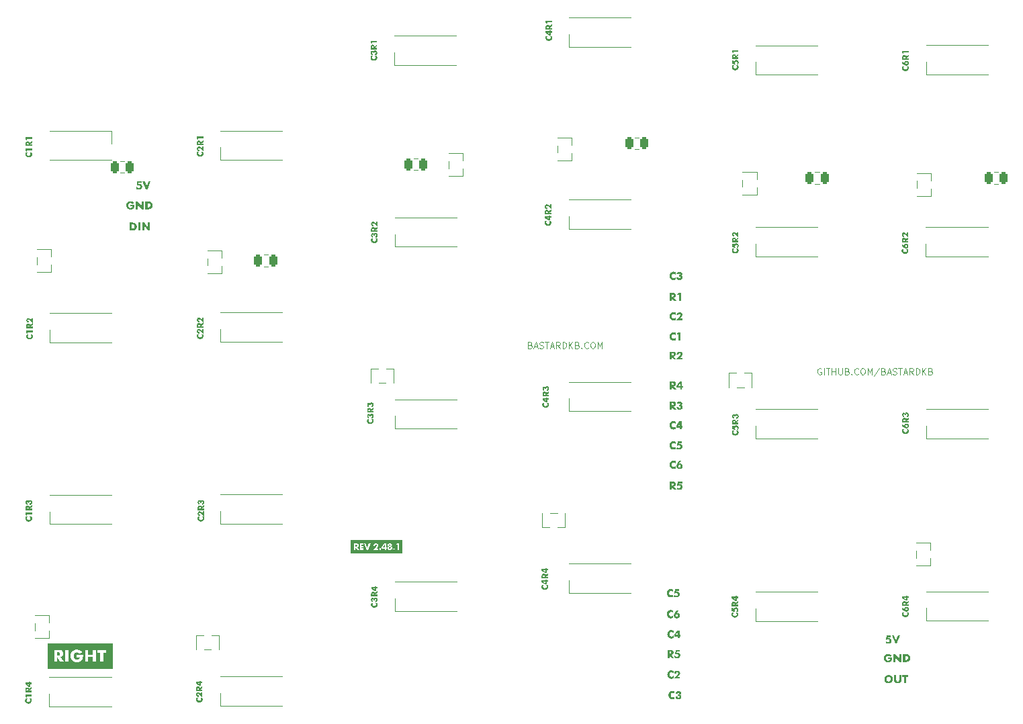
<source format=gbr>
%TF.GenerationSoftware,KiCad,Pcbnew,(6.99.0-4085-g6c752680d7)*%
%TF.CreationDate,2022-11-14T18:26:04+08:00*%
%TF.ProjectId,Right Flex PCB,52696768-7420-4466-9c65-78205043422e,rev?*%
%TF.SameCoordinates,Original*%
%TF.FileFunction,Legend,Top*%
%TF.FilePolarity,Positive*%
%FSLAX46Y46*%
G04 Gerber Fmt 4.6, Leading zero omitted, Abs format (unit mm)*
G04 Created by KiCad (PCBNEW (6.99.0-4085-g6c752680d7)) date 2022-11-14 18:26:04*
%MOMM*%
%LPD*%
G01*
G04 APERTURE LIST*
G04 Aperture macros list*
%AMRoundRect*
0 Rectangle with rounded corners*
0 $1 Rounding radius*
0 $2 $3 $4 $5 $6 $7 $8 $9 X,Y pos of 4 corners*
0 Add a 4 corners polygon primitive as box body*
4,1,4,$2,$3,$4,$5,$6,$7,$8,$9,$2,$3,0*
0 Add four circle primitives for the rounded corners*
1,1,$1+$1,$2,$3*
1,1,$1+$1,$4,$5*
1,1,$1+$1,$6,$7*
1,1,$1+$1,$8,$9*
0 Add four rect primitives between the rounded corners*
20,1,$1+$1,$2,$3,$4,$5,0*
20,1,$1+$1,$4,$5,$6,$7,0*
20,1,$1+$1,$6,$7,$8,$9,0*
20,1,$1+$1,$8,$9,$2,$3,0*%
G04 Aperture macros list end*
%ADD10C,0.200000*%
%ADD11C,0.160000*%
%ADD12C,0.120000*%
%ADD13C,0.300000*%
%ADD14R,1.700000X1.000000*%
%ADD15R,1.800000X0.800000*%
%ADD16RoundRect,0.250000X-0.250000X-0.475000X0.250000X-0.475000X0.250000X0.475000X-0.250000X0.475000X0*%
%ADD17C,1.900000*%
%ADD18C,1.750000*%
%ADD19O,1.600000X1.000000*%
%ADD20C,5.050000*%
%ADD21C,2.500000*%
%ADD22C,2.200000*%
%ADD23R,1.700000X1.700000*%
%ADD24O,1.700000X1.700000*%
%ADD25RoundRect,0.250000X0.250000X0.475000X-0.250000X0.475000X-0.250000X-0.475000X0.250000X-0.475000X0*%
%ADD26R,0.800000X1.800000*%
G04 APERTURE END LIST*
D10*
G36*
X50176773Y-60059003D02*
G01*
X50191146Y-60059070D01*
X50205239Y-60059183D01*
X50219052Y-60059340D01*
X50232586Y-60059541D01*
X50245841Y-60059788D01*
X50258816Y-60060079D01*
X50271511Y-60060416D01*
X50283927Y-60060797D01*
X50296063Y-60061223D01*
X50307920Y-60061694D01*
X50319497Y-60062209D01*
X50330795Y-60062770D01*
X50341813Y-60063375D01*
X50352551Y-60064025D01*
X50363011Y-60064721D01*
X50373190Y-60065460D01*
X50383090Y-60066245D01*
X50402051Y-60067949D01*
X50419894Y-60069832D01*
X50436619Y-60071895D01*
X50452226Y-60074137D01*
X50466715Y-60076559D01*
X50480085Y-60079159D01*
X50492337Y-60081940D01*
X50504362Y-60084772D01*
X50516197Y-60087836D01*
X50527840Y-60091130D01*
X50539293Y-60094656D01*
X50550555Y-60098412D01*
X50561626Y-60102399D01*
X50572506Y-60106617D01*
X50583195Y-60111066D01*
X50593694Y-60115745D01*
X50604002Y-60120656D01*
X50614119Y-60125797D01*
X50624045Y-60131170D01*
X50633780Y-60136773D01*
X50643325Y-60142607D01*
X50652679Y-60148672D01*
X50661842Y-60154968D01*
X50673625Y-60163299D01*
X50685041Y-60171928D01*
X50696088Y-60180854D01*
X50706767Y-60190078D01*
X50717078Y-60199600D01*
X50727020Y-60209419D01*
X50736594Y-60219536D01*
X50745800Y-60229951D01*
X50754638Y-60240663D01*
X50763107Y-60251673D01*
X50771208Y-60262981D01*
X50778941Y-60274586D01*
X50786305Y-60286489D01*
X50793302Y-60298690D01*
X50799929Y-60311188D01*
X50806189Y-60323984D01*
X50812134Y-60337128D01*
X50817695Y-60350485D01*
X50822873Y-60364055D01*
X50827667Y-60377840D01*
X50832078Y-60391838D01*
X50836105Y-60406050D01*
X50839749Y-60420475D01*
X50843009Y-60435115D01*
X50845885Y-60449968D01*
X50848378Y-60465035D01*
X50850488Y-60480315D01*
X50852214Y-60495809D01*
X50853556Y-60511517D01*
X50854515Y-60527439D01*
X50855090Y-60543574D01*
X50855282Y-60559923D01*
X50855090Y-60576242D01*
X50854515Y-60592350D01*
X50853556Y-60608246D01*
X50852214Y-60623930D01*
X50850488Y-60639402D01*
X50848378Y-60654662D01*
X50845885Y-60669711D01*
X50843009Y-60684548D01*
X50839749Y-60699173D01*
X50836105Y-60713586D01*
X50832078Y-60727787D01*
X50827667Y-60741777D01*
X50822873Y-60755555D01*
X50817695Y-60769121D01*
X50812134Y-60782475D01*
X50806189Y-60795617D01*
X50799929Y-60808271D01*
X50793302Y-60820648D01*
X50786305Y-60832749D01*
X50778941Y-60844573D01*
X50771208Y-60856120D01*
X50763107Y-60867390D01*
X50754638Y-60878384D01*
X50745800Y-60889101D01*
X50736594Y-60899542D01*
X50727020Y-60909705D01*
X50717078Y-60919592D01*
X50706767Y-60929203D01*
X50696088Y-60938536D01*
X50685041Y-60947594D01*
X50673625Y-60956374D01*
X50661842Y-60964878D01*
X50652380Y-60971136D01*
X50642802Y-60977151D01*
X50633108Y-60982921D01*
X50623297Y-60988447D01*
X50613370Y-60993729D01*
X50603326Y-60998766D01*
X50593166Y-61003559D01*
X50582890Y-61008109D01*
X50572497Y-61012413D01*
X50561988Y-61016474D01*
X50551363Y-61020290D01*
X50540621Y-61023862D01*
X50529763Y-61027190D01*
X50518788Y-61030274D01*
X50507697Y-61033113D01*
X50496489Y-61035708D01*
X50484801Y-61038577D01*
X50472267Y-61041261D01*
X50458888Y-61043759D01*
X50444664Y-61046073D01*
X50429594Y-61048202D01*
X50413679Y-61050145D01*
X50396919Y-61051903D01*
X50379314Y-61053477D01*
X50360863Y-61054865D01*
X50341567Y-61056068D01*
X50331602Y-61056600D01*
X50321425Y-61057086D01*
X50311038Y-61057525D01*
X50300439Y-61057919D01*
X50289628Y-61058266D01*
X50278606Y-61058567D01*
X50267373Y-61058821D01*
X50255929Y-61059029D01*
X50244273Y-61059191D01*
X50232406Y-61059307D01*
X50220328Y-61059376D01*
X50208038Y-61059400D01*
X49953782Y-61059400D01*
X49953782Y-60824926D01*
X50223670Y-60824926D01*
X50269588Y-60824926D01*
X50279577Y-60824863D01*
X50289394Y-60824674D01*
X50308514Y-60823919D01*
X50326947Y-60822659D01*
X50344692Y-60820896D01*
X50361751Y-60818629D01*
X50378123Y-60815859D01*
X50393808Y-60812584D01*
X50408806Y-60808806D01*
X50423117Y-60804524D01*
X50436741Y-60799739D01*
X50449679Y-60794449D01*
X50461929Y-60788656D01*
X50473492Y-60782359D01*
X50484369Y-60775559D01*
X50494558Y-60768254D01*
X50504061Y-60760446D01*
X50512993Y-60752279D01*
X50521349Y-60743532D01*
X50529128Y-60734205D01*
X50536331Y-60724298D01*
X50542958Y-60713811D01*
X50549009Y-60702744D01*
X50554484Y-60691097D01*
X50559382Y-60678869D01*
X50563704Y-60666062D01*
X50567449Y-60652674D01*
X50570619Y-60638706D01*
X50573212Y-60624159D01*
X50575229Y-60609031D01*
X50576670Y-60593323D01*
X50577534Y-60577035D01*
X50577822Y-60560167D01*
X50577533Y-60543380D01*
X50576666Y-60527152D01*
X50575220Y-60511484D01*
X50573197Y-60496374D01*
X50570595Y-60481823D01*
X50567415Y-60467832D01*
X50563657Y-60454399D01*
X50559321Y-60441526D01*
X50554406Y-60429212D01*
X50548914Y-60417457D01*
X50542843Y-60406261D01*
X50536194Y-60395624D01*
X50528967Y-60385546D01*
X50521162Y-60376027D01*
X50512778Y-60367067D01*
X50503817Y-60358667D01*
X50494258Y-60350770D01*
X50484021Y-60343383D01*
X50473108Y-60336505D01*
X50461517Y-60330136D01*
X50449248Y-60324277D01*
X50436302Y-60318928D01*
X50422679Y-60314088D01*
X50408379Y-60309757D01*
X50393401Y-60305936D01*
X50377745Y-60302624D01*
X50361412Y-60299822D01*
X50344402Y-60297530D01*
X50326715Y-60295747D01*
X50308350Y-60294473D01*
X50289307Y-60293709D01*
X50279532Y-60293518D01*
X50269588Y-60293454D01*
X50223670Y-60293454D01*
X50223670Y-60824926D01*
X49953782Y-60824926D01*
X49953782Y-60058981D01*
X50162121Y-60058981D01*
X50176773Y-60059003D01*
G37*
G36*
X51032358Y-61059400D02*
G01*
X51032358Y-60058981D01*
X51307864Y-60058981D01*
X51307864Y-61059400D01*
X51032358Y-61059400D01*
G37*
G36*
X51527683Y-61059400D02*
G01*
X51527683Y-60058981D01*
X51790732Y-60058981D01*
X52168820Y-60573356D01*
X52174481Y-60582063D01*
X52179593Y-60590447D01*
X52185062Y-60599857D01*
X52190889Y-60610292D01*
X52195808Y-60619378D01*
X52200957Y-60629121D01*
X52204968Y-60636859D01*
X52210222Y-60647148D01*
X52215449Y-60657496D01*
X52220651Y-60667904D01*
X52225828Y-60678373D01*
X52230978Y-60688902D01*
X52236103Y-60699490D01*
X52241202Y-60710139D01*
X52246276Y-60720848D01*
X52251323Y-60731617D01*
X52256345Y-60742447D01*
X52259678Y-60749700D01*
X52257834Y-60735370D01*
X52256149Y-60721873D01*
X52254623Y-60709209D01*
X52253256Y-60697378D01*
X52252047Y-60686380D01*
X52250997Y-60676215D01*
X52249845Y-60663957D01*
X52248975Y-60653180D01*
X52248284Y-60641791D01*
X52248199Y-60639790D01*
X52247226Y-60627639D01*
X52246382Y-60615854D01*
X52245669Y-60604436D01*
X52245085Y-60593384D01*
X52244631Y-60582699D01*
X52244306Y-60572379D01*
X52244112Y-60562426D01*
X52244047Y-60552840D01*
X52244047Y-60058981D01*
X52505875Y-60058981D01*
X52505875Y-61059400D01*
X52244047Y-61059400D01*
X51865959Y-60545513D01*
X51859841Y-60536125D01*
X51854002Y-60526153D01*
X51848060Y-60515574D01*
X51842603Y-60505625D01*
X51836520Y-60494355D01*
X51831547Y-60485036D01*
X51829811Y-60481765D01*
X51823560Y-60470534D01*
X51818761Y-60461634D01*
X51813868Y-60452327D01*
X51808881Y-60442612D01*
X51803799Y-60432489D01*
X51798623Y-60421958D01*
X51793352Y-60411020D01*
X51787987Y-60399673D01*
X51782527Y-60387919D01*
X51776973Y-60375756D01*
X51775101Y-60371612D01*
X51776376Y-60381586D01*
X51777639Y-60391633D01*
X51778889Y-60401753D01*
X51780127Y-60411946D01*
X51781351Y-60422212D01*
X51782562Y-60432551D01*
X51783761Y-60442963D01*
X51784947Y-60453448D01*
X51786119Y-60464006D01*
X51787279Y-60474637D01*
X51788045Y-60481765D01*
X51788526Y-60493355D01*
X51788958Y-60504219D01*
X51789344Y-60514358D01*
X51789785Y-60526748D01*
X51790142Y-60537847D01*
X51790415Y-60547657D01*
X51790638Y-60558105D01*
X51790732Y-60567983D01*
X51790732Y-61059400D01*
X51527683Y-61059400D01*
G37*
D11*
G36*
X125909020Y-63344061D02*
G01*
X126153067Y-63344061D01*
X126146802Y-63349925D01*
X126140754Y-63355745D01*
X126134925Y-63361520D01*
X126129315Y-63367251D01*
X126123922Y-63372938D01*
X126116243Y-63381386D01*
X126109055Y-63389734D01*
X126102358Y-63397982D01*
X126096152Y-63406131D01*
X126090437Y-63414180D01*
X126085213Y-63422130D01*
X126080481Y-63429980D01*
X126079013Y-63432574D01*
X126075032Y-63441323D01*
X126071443Y-63450130D01*
X126068245Y-63458995D01*
X126065439Y-63467919D01*
X126063024Y-63476901D01*
X126061001Y-63485942D01*
X126059370Y-63495041D01*
X126058130Y-63504198D01*
X126057282Y-63513414D01*
X126056825Y-63522688D01*
X126056738Y-63528904D01*
X126056985Y-63540444D01*
X126057727Y-63551716D01*
X126058963Y-63562719D01*
X126060695Y-63573453D01*
X126062920Y-63583919D01*
X126065640Y-63594116D01*
X126068855Y-63604045D01*
X126072565Y-63613705D01*
X126076769Y-63623096D01*
X126081467Y-63632218D01*
X126086661Y-63641072D01*
X126092348Y-63649657D01*
X126098531Y-63657974D01*
X126105208Y-63666022D01*
X126112379Y-63673801D01*
X126120046Y-63681311D01*
X126127176Y-63687475D01*
X126134402Y-63693268D01*
X126141724Y-63698688D01*
X126149141Y-63703736D01*
X126156653Y-63708412D01*
X126164261Y-63712715D01*
X126167331Y-63714333D01*
X126175187Y-63718088D01*
X126183367Y-63721538D01*
X126191872Y-63724683D01*
X126200701Y-63727522D01*
X126209854Y-63730056D01*
X126219332Y-63732285D01*
X126223214Y-63733091D01*
X126230993Y-63734556D01*
X126238796Y-63735826D01*
X126246624Y-63736901D01*
X126254477Y-63737780D01*
X126262354Y-63738464D01*
X126270255Y-63738952D01*
X126278181Y-63739246D01*
X126286131Y-63739343D01*
X126297925Y-63739113D01*
X126309468Y-63738421D01*
X126320761Y-63737269D01*
X126331804Y-63735655D01*
X126342597Y-63733581D01*
X126353139Y-63731045D01*
X126363431Y-63728049D01*
X126373472Y-63724591D01*
X126383263Y-63720672D01*
X126392804Y-63716293D01*
X126402094Y-63711452D01*
X126411134Y-63706151D01*
X126419924Y-63700388D01*
X126428463Y-63694164D01*
X126436752Y-63687480D01*
X126444791Y-63680334D01*
X126452315Y-63672759D01*
X126459354Y-63664932D01*
X126465907Y-63656852D01*
X126471975Y-63648522D01*
X126477558Y-63639939D01*
X126482655Y-63631104D01*
X126487266Y-63622017D01*
X126491392Y-63612679D01*
X126495033Y-63603089D01*
X126498188Y-63593246D01*
X126500858Y-63583152D01*
X126503043Y-63572806D01*
X126504742Y-63562208D01*
X126505955Y-63551359D01*
X126506684Y-63540257D01*
X126506926Y-63528904D01*
X126506720Y-63519690D01*
X126506102Y-63510514D01*
X126505072Y-63501376D01*
X126503629Y-63492276D01*
X126501774Y-63483214D01*
X126499507Y-63474189D01*
X126496828Y-63465203D01*
X126493737Y-63456254D01*
X126490234Y-63447342D01*
X126486318Y-63438469D01*
X126483479Y-63432574D01*
X126479216Y-63424757D01*
X126474414Y-63416841D01*
X126469072Y-63408825D01*
X126463191Y-63400710D01*
X126456772Y-63392495D01*
X126449812Y-63384180D01*
X126442314Y-63375765D01*
X126434276Y-63367251D01*
X126428618Y-63361520D01*
X126422720Y-63355745D01*
X126416583Y-63349925D01*
X126410206Y-63344061D01*
X126654644Y-63344061D01*
X126657178Y-63351586D01*
X126660773Y-63362607D01*
X126664121Y-63373309D01*
X126667221Y-63383691D01*
X126670074Y-63393754D01*
X126672680Y-63403498D01*
X126675039Y-63412922D01*
X126677150Y-63422027D01*
X126679014Y-63430812D01*
X126680630Y-63439278D01*
X126682000Y-63447424D01*
X126686469Y-63457369D01*
X126690499Y-63467272D01*
X126694090Y-63477134D01*
X126697240Y-63486955D01*
X126699951Y-63496735D01*
X126702223Y-63506473D01*
X126704055Y-63516170D01*
X126705447Y-63525826D01*
X126706399Y-63535441D01*
X126706912Y-63545014D01*
X126707010Y-63551374D01*
X126706947Y-63559404D01*
X126706757Y-63567375D01*
X126706440Y-63575286D01*
X126705996Y-63583138D01*
X126705094Y-63594804D01*
X126703906Y-63606335D01*
X126702433Y-63617733D01*
X126700675Y-63628997D01*
X126698632Y-63640127D01*
X126696304Y-63651123D01*
X126693691Y-63661986D01*
X126690792Y-63672714D01*
X126687604Y-63683270D01*
X126684120Y-63693617D01*
X126680341Y-63703755D01*
X126676266Y-63713682D01*
X126671896Y-63723401D01*
X126667230Y-63732910D01*
X126662270Y-63742209D01*
X126657013Y-63751299D01*
X126651462Y-63760179D01*
X126645615Y-63768850D01*
X126641553Y-63774514D01*
X126633699Y-63785558D01*
X126625622Y-63796267D01*
X126617322Y-63806642D01*
X126608800Y-63816683D01*
X126600054Y-63826389D01*
X126591086Y-63835761D01*
X126581895Y-63844799D01*
X126572481Y-63853502D01*
X126562844Y-63861871D01*
X126552984Y-63869906D01*
X126542902Y-63877607D01*
X126532596Y-63884973D01*
X126522068Y-63892005D01*
X126511316Y-63898703D01*
X126500342Y-63905066D01*
X126489145Y-63911095D01*
X126477318Y-63916797D01*
X126465332Y-63922132D01*
X126453187Y-63927098D01*
X126440883Y-63931697D01*
X126428420Y-63935927D01*
X126415799Y-63939790D01*
X126403019Y-63943285D01*
X126390080Y-63946412D01*
X126376983Y-63949171D01*
X126363727Y-63951563D01*
X126350312Y-63953586D01*
X126336738Y-63955242D01*
X126323005Y-63956529D01*
X126309114Y-63957449D01*
X126295064Y-63958001D01*
X126280855Y-63958185D01*
X126269458Y-63958065D01*
X126258177Y-63957705D01*
X126247012Y-63957106D01*
X126235963Y-63956267D01*
X126225030Y-63955189D01*
X126214213Y-63953871D01*
X126203512Y-63952313D01*
X126192928Y-63950516D01*
X126182459Y-63948478D01*
X126172106Y-63946202D01*
X126161869Y-63943685D01*
X126151748Y-63940929D01*
X126141743Y-63937933D01*
X126131855Y-63934698D01*
X126122082Y-63931223D01*
X126112425Y-63927508D01*
X126103211Y-63923976D01*
X126094131Y-63920217D01*
X126085186Y-63916233D01*
X126076375Y-63912023D01*
X126067698Y-63907587D01*
X126059156Y-63902925D01*
X126050748Y-63898037D01*
X126042474Y-63892923D01*
X126034228Y-63887455D01*
X126025902Y-63881602D01*
X126019606Y-63876961D01*
X126013265Y-63872102D01*
X126006879Y-63867027D01*
X126000449Y-63861736D01*
X125993974Y-63856229D01*
X125987455Y-63850505D01*
X125980890Y-63844565D01*
X125974281Y-63838408D01*
X125966953Y-63831172D01*
X125959865Y-63823827D01*
X125953019Y-63816371D01*
X125946413Y-63808806D01*
X125940049Y-63801131D01*
X125933926Y-63793345D01*
X125928045Y-63785450D01*
X125922404Y-63777445D01*
X125917005Y-63769330D01*
X125911847Y-63761105D01*
X125906930Y-63752770D01*
X125902254Y-63744326D01*
X125897820Y-63735771D01*
X125893626Y-63727107D01*
X125889674Y-63718332D01*
X125885963Y-63709448D01*
X125882414Y-63700496D01*
X125879094Y-63691420D01*
X125876003Y-63682220D01*
X125873140Y-63672897D01*
X125870507Y-63663450D01*
X125868103Y-63653880D01*
X125865928Y-63644185D01*
X125863981Y-63634368D01*
X125862264Y-63624426D01*
X125860776Y-63614361D01*
X125859516Y-63604172D01*
X125858486Y-63593860D01*
X125857684Y-63583424D01*
X125857112Y-63572864D01*
X125856769Y-63562181D01*
X125856654Y-63551374D01*
X125856874Y-63541994D01*
X125857533Y-63532538D01*
X125858632Y-63523007D01*
X125860171Y-63513400D01*
X125862150Y-63503718D01*
X125864568Y-63493960D01*
X125867425Y-63484127D01*
X125870722Y-63474218D01*
X125874459Y-63464233D01*
X125878636Y-63454173D01*
X125881665Y-63447424D01*
X125883631Y-63437418D01*
X125885722Y-63427478D01*
X125887936Y-63417603D01*
X125890274Y-63407793D01*
X125892736Y-63398048D01*
X125895321Y-63388369D01*
X125898030Y-63378754D01*
X125900862Y-63369205D01*
X125903818Y-63359722D01*
X125906898Y-63350303D01*
X125909020Y-63344061D01*
G37*
G36*
X125881665Y-62708638D02*
G01*
X126044233Y-62708638D01*
X126044233Y-63012281D01*
X126147010Y-63028108D01*
X126145661Y-63019218D01*
X126144445Y-63011109D01*
X126143115Y-63002072D01*
X126141995Y-62994256D01*
X126140928Y-62986489D01*
X126139976Y-62978869D01*
X126139060Y-62970705D01*
X126138087Y-62961307D01*
X126137304Y-62952806D01*
X126136617Y-62943789D01*
X126136163Y-62934902D01*
X126136068Y-62929629D01*
X126136358Y-62914658D01*
X126137228Y-62900079D01*
X126138678Y-62885892D01*
X126140709Y-62872098D01*
X126143319Y-62858696D01*
X126146509Y-62845686D01*
X126150280Y-62833069D01*
X126154630Y-62820844D01*
X126159561Y-62809011D01*
X126165072Y-62797570D01*
X126171163Y-62786522D01*
X126177833Y-62775866D01*
X126185084Y-62765603D01*
X126192915Y-62755731D01*
X126201327Y-62746253D01*
X126210318Y-62737166D01*
X126219765Y-62728624D01*
X126229643Y-62720634D01*
X126239952Y-62713194D01*
X126250691Y-62706306D01*
X126261861Y-62699969D01*
X126273461Y-62694182D01*
X126285491Y-62688947D01*
X126297952Y-62684263D01*
X126310843Y-62680130D01*
X126324165Y-62676548D01*
X126337918Y-62673517D01*
X126352101Y-62671037D01*
X126366714Y-62669108D01*
X126381758Y-62667731D01*
X126397232Y-62666904D01*
X126405131Y-62666698D01*
X126413137Y-62666629D01*
X126421534Y-62666714D01*
X126429823Y-62666968D01*
X126438003Y-62667393D01*
X126446076Y-62667987D01*
X126454041Y-62668751D01*
X126461898Y-62669685D01*
X126469647Y-62670789D01*
X126484820Y-62673507D01*
X126499562Y-62676903D01*
X126513871Y-62680979D01*
X126527749Y-62685734D01*
X126541194Y-62691168D01*
X126554208Y-62697282D01*
X126566790Y-62704075D01*
X126578939Y-62711547D01*
X126590657Y-62719699D01*
X126601942Y-62728530D01*
X126612796Y-62738040D01*
X126623217Y-62748230D01*
X126628266Y-62753579D01*
X126637801Y-62764962D01*
X126646722Y-62776837D01*
X126655027Y-62789203D01*
X126662717Y-62802061D01*
X126669791Y-62815411D01*
X126676251Y-62829252D01*
X126682095Y-62843584D01*
X126684786Y-62850935D01*
X126687324Y-62858408D01*
X126689708Y-62866004D01*
X126691938Y-62873724D01*
X126694014Y-62881566D01*
X126695937Y-62889531D01*
X126697705Y-62897619D01*
X126699320Y-62905829D01*
X126700781Y-62914163D01*
X126702088Y-62922620D01*
X126703242Y-62931199D01*
X126704242Y-62939901D01*
X126705088Y-62948726D01*
X126705780Y-62957675D01*
X126706318Y-62966745D01*
X126706702Y-62975939D01*
X126706933Y-62985256D01*
X126707010Y-62994696D01*
X126706912Y-63003924D01*
X126706619Y-63013047D01*
X126706131Y-63022065D01*
X126705447Y-63030978D01*
X126704568Y-63039785D01*
X126703493Y-63048487D01*
X126702223Y-63057084D01*
X126700757Y-63065575D01*
X126699096Y-63073961D01*
X126697240Y-63082241D01*
X126695189Y-63090417D01*
X126692942Y-63098487D01*
X126690499Y-63106451D01*
X126687861Y-63114311D01*
X126685028Y-63122064D01*
X126682000Y-63129713D01*
X126680353Y-63137451D01*
X126678589Y-63145082D01*
X126675723Y-63156328D01*
X126672592Y-63167334D01*
X126669197Y-63178099D01*
X126665538Y-63188624D01*
X126661613Y-63198909D01*
X126657425Y-63208953D01*
X126652972Y-63218757D01*
X126648254Y-63228320D01*
X126643272Y-63237643D01*
X126641553Y-63240697D01*
X126445963Y-63226433D01*
X126447722Y-63209434D01*
X126455713Y-63204127D01*
X126463418Y-63198390D01*
X126470839Y-63192225D01*
X126477974Y-63185629D01*
X126484825Y-63178605D01*
X126491390Y-63171151D01*
X126497670Y-63163268D01*
X126503666Y-63154956D01*
X126509376Y-63146214D01*
X126514801Y-63137043D01*
X126518259Y-63130690D01*
X126522938Y-63121490D01*
X126527157Y-63112136D01*
X126530916Y-63102627D01*
X126534214Y-63092964D01*
X126537052Y-63083146D01*
X126539430Y-63073173D01*
X126541348Y-63063046D01*
X126542806Y-63052764D01*
X126543803Y-63042328D01*
X126544340Y-63031737D01*
X126544442Y-63024591D01*
X126544296Y-63015225D01*
X126543859Y-63006129D01*
X126543130Y-62997304D01*
X126542109Y-62988748D01*
X126540797Y-62980463D01*
X126539194Y-62972448D01*
X126537299Y-62964703D01*
X126533909Y-62953593D01*
X126529864Y-62943090D01*
X126525162Y-62933195D01*
X126519805Y-62923909D01*
X126513791Y-62915230D01*
X126507122Y-62907159D01*
X126500165Y-62899721D01*
X126492632Y-62893015D01*
X126484522Y-62887040D01*
X126475834Y-62881797D01*
X126466570Y-62877286D01*
X126456728Y-62873506D01*
X126446310Y-62870458D01*
X126435314Y-62868141D01*
X126423742Y-62866556D01*
X126415706Y-62865906D01*
X126407414Y-62865581D01*
X126403172Y-62865540D01*
X126395134Y-62865715D01*
X126387287Y-62866239D01*
X126375874Y-62867681D01*
X126364891Y-62869910D01*
X126354336Y-62872925D01*
X126344212Y-62876726D01*
X126334516Y-62881314D01*
X126325250Y-62886689D01*
X126316413Y-62892850D01*
X126308006Y-62899798D01*
X126300028Y-62907532D01*
X126297464Y-62910285D01*
X126290096Y-62919047D01*
X126283452Y-62928258D01*
X126277534Y-62937919D01*
X126272340Y-62948030D01*
X126267871Y-62958591D01*
X126264127Y-62969602D01*
X126262033Y-62977193D01*
X126260262Y-62984983D01*
X126258812Y-62992974D01*
X126257685Y-63001164D01*
X126256880Y-63009555D01*
X126256396Y-63018145D01*
X126256235Y-63026936D01*
X126256378Y-63035871D01*
X126256806Y-63044652D01*
X126257518Y-63053278D01*
X126258516Y-63061749D01*
X126259799Y-63070066D01*
X126261367Y-63078229D01*
X126263220Y-63086237D01*
X126265358Y-63094090D01*
X126267781Y-63101789D01*
X126270489Y-63109333D01*
X126272453Y-63114277D01*
X126276526Y-63123057D01*
X126281221Y-63131814D01*
X126286540Y-63140545D01*
X126290937Y-63147078D01*
X126295685Y-63153597D01*
X126300783Y-63160102D01*
X126306232Y-63166594D01*
X126312031Y-63173072D01*
X126318180Y-63179536D01*
X126322474Y-63183837D01*
X126306256Y-63210606D01*
X125881665Y-63144368D01*
X125881665Y-62708638D01*
G37*
G36*
X126682000Y-62133788D02*
G01*
X126368587Y-62317654D01*
X126682000Y-62317654D01*
X126682000Y-62522037D01*
X125881665Y-62522037D01*
X125881665Y-62317654D01*
X126044233Y-62317654D01*
X126259752Y-62317654D01*
X126259752Y-62277208D01*
X126259659Y-62268400D01*
X126259377Y-62259903D01*
X126258908Y-62251718D01*
X126258250Y-62243844D01*
X126256913Y-62232617D01*
X126255152Y-62222091D01*
X126252970Y-62212266D01*
X126250364Y-62203141D01*
X126247337Y-62194717D01*
X126243887Y-62186994D01*
X126240014Y-62179971D01*
X126235719Y-62173649D01*
X126228605Y-62166093D01*
X126220747Y-62159544D01*
X126212143Y-62154003D01*
X126202795Y-62149469D01*
X126195295Y-62146730D01*
X126187376Y-62144557D01*
X126179037Y-62142952D01*
X126170280Y-62141913D01*
X126161104Y-62141440D01*
X126157952Y-62141409D01*
X126146693Y-62141673D01*
X126136069Y-62142467D01*
X126126080Y-62143789D01*
X126116727Y-62145640D01*
X126108009Y-62148021D01*
X126099927Y-62150930D01*
X126092480Y-62154368D01*
X126085668Y-62158335D01*
X126077575Y-62164447D01*
X126070611Y-62171500D01*
X126064428Y-62179810D01*
X126060333Y-62186884D01*
X126056700Y-62194680D01*
X126053532Y-62203197D01*
X126050827Y-62212435D01*
X126048586Y-62222394D01*
X126046809Y-62233075D01*
X126045495Y-62244477D01*
X126044877Y-62252479D01*
X126044464Y-62260801D01*
X126044258Y-62269444D01*
X126044233Y-62273886D01*
X126044233Y-62317654D01*
X125881665Y-62317654D01*
X125881665Y-62294012D01*
X125881675Y-62285813D01*
X125881707Y-62277776D01*
X125881761Y-62269900D01*
X125881881Y-62258391D01*
X125882049Y-62247245D01*
X125882266Y-62236464D01*
X125882530Y-62226047D01*
X125882843Y-62215993D01*
X125883203Y-62206304D01*
X125883612Y-62196979D01*
X125884069Y-62188018D01*
X125884400Y-62182246D01*
X125884911Y-62173816D01*
X125885490Y-62165671D01*
X125886138Y-62157810D01*
X125887109Y-62147773D01*
X125888202Y-62138243D01*
X125889417Y-62129220D01*
X125890754Y-62120704D01*
X125892214Y-62112694D01*
X125893388Y-62107019D01*
X125895812Y-62097588D01*
X125898542Y-62088346D01*
X125901578Y-62079293D01*
X125904920Y-62070429D01*
X125908567Y-62061753D01*
X125912519Y-62053267D01*
X125916778Y-62044969D01*
X125921342Y-62036861D01*
X125926212Y-62028941D01*
X125931387Y-62021210D01*
X125935007Y-62016161D01*
X125941325Y-62008142D01*
X125947970Y-62000497D01*
X125954940Y-61993226D01*
X125962237Y-61986330D01*
X125969860Y-61979808D01*
X125977810Y-61973661D01*
X125986086Y-61967887D01*
X125994688Y-61962489D01*
X126003616Y-61957464D01*
X126012871Y-61952814D01*
X126019222Y-61949922D01*
X126028570Y-61945732D01*
X126038147Y-61941954D01*
X126047955Y-61938588D01*
X126057993Y-61935634D01*
X126068261Y-61933093D01*
X126078759Y-61930963D01*
X126089487Y-61929246D01*
X126100445Y-61927941D01*
X126111633Y-61927048D01*
X126123052Y-61926567D01*
X126130792Y-61926475D01*
X126142214Y-61926654D01*
X126153376Y-61927193D01*
X126164276Y-61928089D01*
X126174915Y-61929345D01*
X126185293Y-61930959D01*
X126195410Y-61932932D01*
X126205266Y-61935264D01*
X126214861Y-61937955D01*
X126224195Y-61941004D01*
X126233267Y-61944412D01*
X126242079Y-61948178D01*
X126250630Y-61952304D01*
X126258920Y-61956788D01*
X126266948Y-61961631D01*
X126274716Y-61966832D01*
X126282223Y-61972393D01*
X126289439Y-61978179D01*
X126296337Y-61984303D01*
X126302916Y-61990764D01*
X126309175Y-61997562D01*
X126315115Y-62004698D01*
X126320737Y-62012171D01*
X126326039Y-62019981D01*
X126331023Y-62028129D01*
X126335687Y-62036614D01*
X126340032Y-62045437D01*
X126344058Y-62054597D01*
X126347765Y-62064094D01*
X126351153Y-62073928D01*
X126354223Y-62084100D01*
X126356973Y-62094610D01*
X126359404Y-62105456D01*
X126682000Y-61887201D01*
X126682000Y-62133788D01*
G37*
G36*
X126682000Y-61257250D02*
G01*
X126682000Y-61868638D01*
X126264051Y-61509308D01*
X126256403Y-61502943D01*
X126248991Y-61496962D01*
X126241817Y-61491366D01*
X126234879Y-61486154D01*
X126228179Y-61481327D01*
X126221715Y-61476885D01*
X126213466Y-61471561D01*
X126205638Y-61466920D01*
X126198232Y-61462963D01*
X126194686Y-61461241D01*
X126186736Y-61457532D01*
X126179006Y-61454317D01*
X126171495Y-61451597D01*
X126162416Y-61448892D01*
X126153681Y-61446960D01*
X126145289Y-61445801D01*
X126137240Y-61445414D01*
X126127113Y-61445817D01*
X126117444Y-61447026D01*
X126108233Y-61449041D01*
X126099480Y-61451862D01*
X126091185Y-61455489D01*
X126083348Y-61459922D01*
X126075969Y-61465161D01*
X126069048Y-61471206D01*
X126063232Y-61478503D01*
X126058191Y-61486227D01*
X126053926Y-61494379D01*
X126050436Y-61502958D01*
X126047722Y-61511964D01*
X126045784Y-61521398D01*
X126044620Y-61531260D01*
X126044233Y-61541548D01*
X126044511Y-61550969D01*
X126045345Y-61559960D01*
X126046736Y-61568523D01*
X126048684Y-61576655D01*
X126051188Y-61584359D01*
X126054248Y-61591633D01*
X126059194Y-61600664D01*
X126065129Y-61608931D01*
X126072053Y-61616436D01*
X126075886Y-61619901D01*
X126082170Y-61624965D01*
X126088931Y-61629530D01*
X126096170Y-61633597D01*
X126103886Y-61637166D01*
X126112079Y-61640238D01*
X126120750Y-61642811D01*
X126129898Y-61644886D01*
X126139524Y-61646463D01*
X126149627Y-61647542D01*
X126160207Y-61648123D01*
X126167526Y-61648234D01*
X126177101Y-61648234D01*
X126177101Y-61840697D01*
X126171630Y-61840697D01*
X126163319Y-61840619D01*
X126155117Y-61840385D01*
X126147025Y-61839995D01*
X126139042Y-61839448D01*
X126131167Y-61838746D01*
X126115747Y-61836873D01*
X126100762Y-61834376D01*
X126086214Y-61831254D01*
X126072103Y-61827508D01*
X126058429Y-61823137D01*
X126045191Y-61818143D01*
X126032389Y-61812523D01*
X126020025Y-61806280D01*
X126008096Y-61799412D01*
X125996605Y-61791920D01*
X125985550Y-61783804D01*
X125974931Y-61775063D01*
X125964749Y-61765697D01*
X125959822Y-61760781D01*
X125950358Y-61750774D01*
X125941504Y-61740295D01*
X125933261Y-61729342D01*
X125925628Y-61717916D01*
X125918606Y-61706017D01*
X125912195Y-61693645D01*
X125906394Y-61680799D01*
X125901204Y-61667480D01*
X125896624Y-61653688D01*
X125892655Y-61639423D01*
X125889297Y-61624684D01*
X125886549Y-61609472D01*
X125885405Y-61601689D01*
X125884412Y-61593787D01*
X125883573Y-61585767D01*
X125882886Y-61577629D01*
X125882351Y-61569373D01*
X125881970Y-61560998D01*
X125881741Y-61552505D01*
X125881665Y-61543893D01*
X125881731Y-61535533D01*
X125881929Y-61527281D01*
X125882260Y-61519137D01*
X125882724Y-61511100D01*
X125883320Y-61503172D01*
X125884048Y-61495352D01*
X125885902Y-61480036D01*
X125888286Y-61465152D01*
X125891199Y-61450699D01*
X125894642Y-61436679D01*
X125898615Y-61423091D01*
X125903117Y-61409934D01*
X125908150Y-61397210D01*
X125913711Y-61384918D01*
X125919803Y-61373057D01*
X125926424Y-61361629D01*
X125933575Y-61350633D01*
X125941256Y-61340069D01*
X125949466Y-61329936D01*
X125958072Y-61320212D01*
X125967037Y-61311114D01*
X125976360Y-61302645D01*
X125986042Y-61294802D01*
X125996082Y-61287587D01*
X126006482Y-61280999D01*
X126017240Y-61275039D01*
X126028357Y-61269706D01*
X126039832Y-61265001D01*
X126051667Y-61260923D01*
X126063860Y-61257472D01*
X126076412Y-61254649D01*
X126089322Y-61252453D01*
X126102591Y-61250884D01*
X126116219Y-61249943D01*
X126130206Y-61249629D01*
X126140314Y-61249856D01*
X126150416Y-61250536D01*
X126160510Y-61251670D01*
X126170598Y-61253256D01*
X126180678Y-61255297D01*
X126190752Y-61257790D01*
X126200819Y-61260737D01*
X126210879Y-61264137D01*
X126220933Y-61267991D01*
X126230979Y-61272298D01*
X126237673Y-61275421D01*
X126247637Y-61280496D01*
X126257745Y-61286119D01*
X126264564Y-61290174D01*
X126271447Y-61294472D01*
X126278394Y-61299015D01*
X126285406Y-61303802D01*
X126292481Y-61308834D01*
X126299621Y-61314109D01*
X126306824Y-61319629D01*
X126314092Y-61325393D01*
X126321424Y-61331402D01*
X126328820Y-61337654D01*
X126336280Y-61344151D01*
X126343804Y-61350892D01*
X126351392Y-61357878D01*
X126506926Y-61502274D01*
X126506926Y-61257250D01*
X126682000Y-61257250D01*
G37*
D10*
G36*
X118773467Y-85145674D02*
G01*
X118773467Y-85450733D01*
X118766136Y-85442901D01*
X118758862Y-85435342D01*
X118751642Y-85428056D01*
X118744478Y-85421042D01*
X118737369Y-85414302D01*
X118726810Y-85404703D01*
X118716375Y-85395717D01*
X118706064Y-85387346D01*
X118695879Y-85379589D01*
X118685817Y-85372445D01*
X118675880Y-85365916D01*
X118666068Y-85360000D01*
X118662825Y-85358165D01*
X118651889Y-85353189D01*
X118640880Y-85348703D01*
X118629798Y-85344705D01*
X118618643Y-85341198D01*
X118607416Y-85338180D01*
X118596115Y-85335651D01*
X118584741Y-85333612D01*
X118573294Y-85332062D01*
X118561775Y-85331001D01*
X118550182Y-85330430D01*
X118542413Y-85330321D01*
X118527987Y-85330631D01*
X118513898Y-85331558D01*
X118500144Y-85333103D01*
X118486726Y-85335267D01*
X118473643Y-85338049D01*
X118460897Y-85341450D01*
X118448486Y-85345468D01*
X118436412Y-85350105D01*
X118424673Y-85355360D01*
X118413269Y-85361233D01*
X118402202Y-85367725D01*
X118391471Y-85374835D01*
X118381075Y-85382563D01*
X118371015Y-85390909D01*
X118361292Y-85399873D01*
X118351903Y-85409456D01*
X118344198Y-85418370D01*
X118336958Y-85427402D01*
X118330183Y-85436554D01*
X118323873Y-85445825D01*
X118318028Y-85455216D01*
X118312648Y-85464726D01*
X118310626Y-85468563D01*
X118305932Y-85478383D01*
X118301620Y-85488608D01*
X118297689Y-85499239D01*
X118294140Y-85510275D01*
X118290973Y-85521717D01*
X118288187Y-85533564D01*
X118287179Y-85538416D01*
X118285347Y-85548140D01*
X118283760Y-85557895D01*
X118282416Y-85567680D01*
X118281317Y-85577495D01*
X118280462Y-85587341D01*
X118279852Y-85597218D01*
X118279485Y-85607125D01*
X118279363Y-85617062D01*
X118279651Y-85631805D01*
X118280516Y-85646234D01*
X118281957Y-85660351D01*
X118283973Y-85674154D01*
X118286567Y-85687645D01*
X118289736Y-85700823D01*
X118293482Y-85713687D01*
X118297804Y-85726239D01*
X118302702Y-85738478D01*
X118308176Y-85750404D01*
X118314227Y-85762017D01*
X118320854Y-85773317D01*
X118328057Y-85784304D01*
X118335837Y-85794978D01*
X118344193Y-85805339D01*
X118353125Y-85815388D01*
X118362594Y-85824793D01*
X118372378Y-85833591D01*
X118382477Y-85841783D01*
X118392890Y-85849368D01*
X118403619Y-85856346D01*
X118414662Y-85862717D01*
X118426021Y-85868482D01*
X118437694Y-85873640D01*
X118449682Y-85878191D01*
X118461984Y-85882135D01*
X118474602Y-85885472D01*
X118487535Y-85888203D01*
X118500782Y-85890326D01*
X118514344Y-85891843D01*
X118528221Y-85892754D01*
X118542413Y-85893057D01*
X118553930Y-85892799D01*
X118565399Y-85892027D01*
X118576822Y-85890739D01*
X118588197Y-85888935D01*
X118599525Y-85886617D01*
X118610806Y-85883783D01*
X118622039Y-85880435D01*
X118633225Y-85876571D01*
X118644364Y-85872191D01*
X118655456Y-85867297D01*
X118662825Y-85863748D01*
X118672596Y-85858419D01*
X118682491Y-85852416D01*
X118692511Y-85845739D01*
X118702655Y-85838388D01*
X118712924Y-85830364D01*
X118723318Y-85821665D01*
X118733836Y-85812291D01*
X118744478Y-85802244D01*
X118751642Y-85795172D01*
X118758862Y-85787800D01*
X118766136Y-85780128D01*
X118773467Y-85772157D01*
X118773467Y-86077705D01*
X118764060Y-86080872D01*
X118750284Y-86085366D01*
X118736907Y-86089550D01*
X118723929Y-86093426D01*
X118711350Y-86096992D01*
X118699170Y-86100249D01*
X118687390Y-86103197D01*
X118676009Y-86105836D01*
X118665028Y-86108166D01*
X118654445Y-86110187D01*
X118644262Y-86111899D01*
X118631832Y-86117486D01*
X118619452Y-86122523D01*
X118607125Y-86127011D01*
X118594849Y-86130949D01*
X118582624Y-86134338D01*
X118570451Y-86137178D01*
X118558330Y-86139467D01*
X118546260Y-86141208D01*
X118534241Y-86142398D01*
X118522274Y-86143039D01*
X118514325Y-86143162D01*
X118504287Y-86143082D01*
X118494324Y-86142845D01*
X118484435Y-86142449D01*
X118474620Y-86141895D01*
X118460038Y-86140766D01*
X118445623Y-86139281D01*
X118431376Y-86137440D01*
X118417296Y-86135243D01*
X118403383Y-86132689D01*
X118389638Y-86129779D01*
X118376060Y-86126512D01*
X118362650Y-86122889D01*
X118349455Y-86118904D01*
X118336521Y-86114549D01*
X118323849Y-86109825D01*
X118311439Y-86104731D01*
X118299291Y-86099269D01*
X118287405Y-86093437D01*
X118275781Y-86087236D01*
X118264419Y-86080666D01*
X118253318Y-86073726D01*
X118242480Y-86066418D01*
X118235400Y-86061340D01*
X118221595Y-86051523D01*
X118208209Y-86041427D01*
X118195240Y-86031052D01*
X118182689Y-86020399D01*
X118170556Y-86009467D01*
X118158841Y-85998257D01*
X118147544Y-85986768D01*
X118136664Y-85975000D01*
X118126203Y-85962954D01*
X118116160Y-85950630D01*
X118106534Y-85938026D01*
X118097326Y-85925144D01*
X118088536Y-85911984D01*
X118080164Y-85898545D01*
X118072210Y-85884827D01*
X118064674Y-85870831D01*
X118057546Y-85856046D01*
X118050878Y-85841064D01*
X118044670Y-85825882D01*
X118038922Y-85810503D01*
X118033633Y-85794925D01*
X118028805Y-85779148D01*
X118024436Y-85763173D01*
X118020527Y-85747000D01*
X118017078Y-85730628D01*
X118014089Y-85714057D01*
X118011560Y-85697289D01*
X118009490Y-85680321D01*
X118007881Y-85663156D01*
X118006731Y-85645792D01*
X118006041Y-85628229D01*
X118005811Y-85610468D01*
X118005961Y-85596222D01*
X118006411Y-85582120D01*
X118007159Y-85568164D01*
X118008208Y-85554353D01*
X118009556Y-85540687D01*
X118011204Y-85527166D01*
X118013151Y-85513790D01*
X118015398Y-85500559D01*
X118017944Y-85487473D01*
X118020790Y-85474532D01*
X118023936Y-85461735D01*
X118027381Y-85449084D01*
X118031126Y-85436578D01*
X118035170Y-85424217D01*
X118039514Y-85412002D01*
X118044157Y-85399931D01*
X118048573Y-85388413D01*
X118053271Y-85377063D01*
X118058251Y-85365882D01*
X118063514Y-85354868D01*
X118069059Y-85344022D01*
X118074886Y-85333344D01*
X118080996Y-85322834D01*
X118087388Y-85312492D01*
X118094223Y-85302184D01*
X118101539Y-85291777D01*
X118107342Y-85283906D01*
X118113415Y-85275980D01*
X118119758Y-85267998D01*
X118126372Y-85259960D01*
X118133256Y-85251867D01*
X118140411Y-85243717D01*
X118147836Y-85235512D01*
X118155532Y-85227251D01*
X118164577Y-85218090D01*
X118173759Y-85209230D01*
X118183078Y-85200672D01*
X118192535Y-85192416D01*
X118202129Y-85184461D01*
X118211861Y-85176807D01*
X118221730Y-85169455D01*
X118231736Y-85162404D01*
X118241880Y-85155655D01*
X118252161Y-85149208D01*
X118262579Y-85143062D01*
X118273135Y-85137217D01*
X118283828Y-85131674D01*
X118294659Y-85126432D01*
X118305627Y-85121492D01*
X118316733Y-85116853D01*
X118327923Y-85112417D01*
X118339268Y-85108266D01*
X118350767Y-85104402D01*
X118362421Y-85100825D01*
X118374230Y-85097533D01*
X118386193Y-85094528D01*
X118398311Y-85091809D01*
X118410583Y-85089376D01*
X118423010Y-85087229D01*
X118435591Y-85085369D01*
X118448327Y-85083794D01*
X118461217Y-85082506D01*
X118474262Y-85081505D01*
X118487462Y-85080789D01*
X118500816Y-85080360D01*
X118514325Y-85080217D01*
X118526050Y-85080491D01*
X118537870Y-85081316D01*
X118549784Y-85082690D01*
X118561792Y-85084613D01*
X118573895Y-85087086D01*
X118586092Y-85090109D01*
X118598384Y-85093681D01*
X118610770Y-85097802D01*
X118623251Y-85102473D01*
X118635826Y-85107694D01*
X118644262Y-85111480D01*
X118656769Y-85113938D01*
X118669195Y-85116552D01*
X118681539Y-85119319D01*
X118693801Y-85122242D01*
X118705982Y-85125319D01*
X118718082Y-85128550D01*
X118730099Y-85131936D01*
X118742036Y-85135477D01*
X118753890Y-85139172D01*
X118765663Y-85143021D01*
X118773467Y-85145674D01*
G37*
G36*
X119541122Y-85689847D02*
G01*
X119651764Y-85689847D01*
X119651764Y-85894522D01*
X119541122Y-85893057D01*
X119541122Y-86111899D01*
X119312755Y-86111899D01*
X119312755Y-85893057D01*
X118857486Y-85893057D01*
X118857486Y-85689847D01*
X119067291Y-85689847D01*
X119312755Y-85689847D01*
X119312755Y-85400419D01*
X119312820Y-85390301D01*
X119313017Y-85379945D01*
X119313345Y-85369350D01*
X119313804Y-85358516D01*
X119314395Y-85347444D01*
X119315116Y-85336134D01*
X119315442Y-85331543D01*
X119315587Y-85321685D01*
X119316127Y-85310966D01*
X119317063Y-85301089D01*
X119318620Y-85290830D01*
X119319594Y-85286113D01*
X119315272Y-85295975D01*
X119310854Y-85305562D01*
X119306342Y-85314875D01*
X119301733Y-85323914D01*
X119297030Y-85332678D01*
X119291260Y-85342833D01*
X119290285Y-85344487D01*
X119285218Y-85353415D01*
X119279265Y-85363639D01*
X119274151Y-85372354D01*
X119268121Y-85382587D01*
X119262998Y-85391259D01*
X119257359Y-85400785D01*
X119251206Y-85411166D01*
X119067291Y-85689847D01*
X118857486Y-85689847D01*
X119229957Y-85116609D01*
X119541122Y-85116609D01*
X119541122Y-85689847D01*
G37*
D11*
G36*
X36959020Y-74183461D02*
G01*
X37203067Y-74183461D01*
X37196802Y-74189325D01*
X37190754Y-74195145D01*
X37184925Y-74200920D01*
X37179315Y-74206651D01*
X37173922Y-74212338D01*
X37166243Y-74220786D01*
X37159055Y-74229134D01*
X37152358Y-74237382D01*
X37146152Y-74245531D01*
X37140437Y-74253580D01*
X37135213Y-74261530D01*
X37130481Y-74269380D01*
X37129013Y-74271974D01*
X37125032Y-74280723D01*
X37121443Y-74289530D01*
X37118245Y-74298395D01*
X37115439Y-74307319D01*
X37113024Y-74316301D01*
X37111001Y-74325342D01*
X37109370Y-74334441D01*
X37108130Y-74343598D01*
X37107282Y-74352814D01*
X37106825Y-74362088D01*
X37106738Y-74368304D01*
X37106985Y-74379844D01*
X37107727Y-74391116D01*
X37108963Y-74402119D01*
X37110695Y-74412853D01*
X37112920Y-74423319D01*
X37115640Y-74433516D01*
X37118855Y-74443445D01*
X37122565Y-74453105D01*
X37126769Y-74462496D01*
X37131467Y-74471618D01*
X37136661Y-74480472D01*
X37142348Y-74489057D01*
X37148531Y-74497374D01*
X37155208Y-74505422D01*
X37162379Y-74513201D01*
X37170046Y-74520711D01*
X37177176Y-74526875D01*
X37184402Y-74532668D01*
X37191724Y-74538088D01*
X37199141Y-74543136D01*
X37206653Y-74547812D01*
X37214261Y-74552115D01*
X37217331Y-74553733D01*
X37225187Y-74557488D01*
X37233367Y-74560938D01*
X37241872Y-74564083D01*
X37250701Y-74566922D01*
X37259854Y-74569456D01*
X37269332Y-74571685D01*
X37273214Y-74572491D01*
X37280993Y-74573956D01*
X37288796Y-74575226D01*
X37296624Y-74576301D01*
X37304477Y-74577180D01*
X37312354Y-74577864D01*
X37320255Y-74578352D01*
X37328181Y-74578646D01*
X37336131Y-74578743D01*
X37347925Y-74578513D01*
X37359468Y-74577821D01*
X37370761Y-74576669D01*
X37381804Y-74575055D01*
X37392597Y-74572981D01*
X37403139Y-74570445D01*
X37413431Y-74567449D01*
X37423472Y-74563991D01*
X37433263Y-74560072D01*
X37442804Y-74555693D01*
X37452094Y-74550852D01*
X37461134Y-74545551D01*
X37469924Y-74539788D01*
X37478463Y-74533564D01*
X37486752Y-74526880D01*
X37494791Y-74519734D01*
X37502315Y-74512159D01*
X37509354Y-74504332D01*
X37515907Y-74496252D01*
X37521975Y-74487922D01*
X37527558Y-74479339D01*
X37532655Y-74470504D01*
X37537266Y-74461417D01*
X37541392Y-74452079D01*
X37545033Y-74442489D01*
X37548188Y-74432646D01*
X37550858Y-74422552D01*
X37553043Y-74412206D01*
X37554742Y-74401608D01*
X37555955Y-74390759D01*
X37556684Y-74379657D01*
X37556926Y-74368304D01*
X37556720Y-74359090D01*
X37556102Y-74349914D01*
X37555072Y-74340776D01*
X37553629Y-74331676D01*
X37551774Y-74322614D01*
X37549507Y-74313589D01*
X37546828Y-74304603D01*
X37543737Y-74295654D01*
X37540234Y-74286742D01*
X37536318Y-74277869D01*
X37533479Y-74271974D01*
X37529216Y-74264157D01*
X37524414Y-74256241D01*
X37519072Y-74248225D01*
X37513191Y-74240110D01*
X37506772Y-74231895D01*
X37499812Y-74223580D01*
X37492314Y-74215165D01*
X37484276Y-74206651D01*
X37478618Y-74200920D01*
X37472720Y-74195145D01*
X37466583Y-74189325D01*
X37460206Y-74183461D01*
X37704644Y-74183461D01*
X37707178Y-74190986D01*
X37710773Y-74202007D01*
X37714121Y-74212709D01*
X37717221Y-74223091D01*
X37720074Y-74233154D01*
X37722680Y-74242898D01*
X37725039Y-74252322D01*
X37727150Y-74261427D01*
X37729014Y-74270212D01*
X37730630Y-74278678D01*
X37732000Y-74286824D01*
X37736469Y-74296769D01*
X37740499Y-74306672D01*
X37744090Y-74316534D01*
X37747240Y-74326355D01*
X37749951Y-74336135D01*
X37752223Y-74345873D01*
X37754055Y-74355570D01*
X37755447Y-74365226D01*
X37756399Y-74374841D01*
X37756912Y-74384414D01*
X37757010Y-74390774D01*
X37756947Y-74398804D01*
X37756757Y-74406775D01*
X37756440Y-74414686D01*
X37755996Y-74422538D01*
X37755094Y-74434204D01*
X37753906Y-74445735D01*
X37752433Y-74457133D01*
X37750675Y-74468397D01*
X37748632Y-74479527D01*
X37746304Y-74490523D01*
X37743691Y-74501386D01*
X37740792Y-74512114D01*
X37737604Y-74522670D01*
X37734120Y-74533017D01*
X37730341Y-74543155D01*
X37726266Y-74553082D01*
X37721896Y-74562801D01*
X37717230Y-74572310D01*
X37712270Y-74581609D01*
X37707013Y-74590699D01*
X37701462Y-74599579D01*
X37695615Y-74608250D01*
X37691553Y-74613914D01*
X37683699Y-74624958D01*
X37675622Y-74635667D01*
X37667322Y-74646042D01*
X37658800Y-74656083D01*
X37650054Y-74665789D01*
X37641086Y-74675161D01*
X37631895Y-74684199D01*
X37622481Y-74692902D01*
X37612844Y-74701271D01*
X37602984Y-74709306D01*
X37592902Y-74717007D01*
X37582596Y-74724373D01*
X37572068Y-74731405D01*
X37561316Y-74738103D01*
X37550342Y-74744466D01*
X37539145Y-74750495D01*
X37527318Y-74756197D01*
X37515332Y-74761532D01*
X37503187Y-74766498D01*
X37490883Y-74771097D01*
X37478420Y-74775327D01*
X37465799Y-74779190D01*
X37453019Y-74782685D01*
X37440080Y-74785812D01*
X37426983Y-74788571D01*
X37413727Y-74790963D01*
X37400312Y-74792986D01*
X37386738Y-74794642D01*
X37373005Y-74795929D01*
X37359114Y-74796849D01*
X37345064Y-74797401D01*
X37330855Y-74797585D01*
X37319458Y-74797465D01*
X37308177Y-74797105D01*
X37297012Y-74796506D01*
X37285963Y-74795667D01*
X37275030Y-74794589D01*
X37264213Y-74793271D01*
X37253512Y-74791713D01*
X37242928Y-74789916D01*
X37232459Y-74787878D01*
X37222106Y-74785602D01*
X37211869Y-74783085D01*
X37201748Y-74780329D01*
X37191743Y-74777333D01*
X37181855Y-74774098D01*
X37172082Y-74770623D01*
X37162425Y-74766908D01*
X37153211Y-74763376D01*
X37144131Y-74759617D01*
X37135186Y-74755633D01*
X37126375Y-74751423D01*
X37117698Y-74746987D01*
X37109156Y-74742325D01*
X37100748Y-74737437D01*
X37092474Y-74732323D01*
X37084228Y-74726855D01*
X37075902Y-74721002D01*
X37069606Y-74716361D01*
X37063265Y-74711502D01*
X37056879Y-74706427D01*
X37050449Y-74701136D01*
X37043974Y-74695629D01*
X37037455Y-74689905D01*
X37030890Y-74683965D01*
X37024281Y-74677808D01*
X37016953Y-74670572D01*
X37009865Y-74663227D01*
X37003019Y-74655771D01*
X36996413Y-74648206D01*
X36990049Y-74640531D01*
X36983926Y-74632745D01*
X36978045Y-74624850D01*
X36972404Y-74616845D01*
X36967005Y-74608730D01*
X36961847Y-74600505D01*
X36956930Y-74592170D01*
X36952254Y-74583726D01*
X36947820Y-74575171D01*
X36943626Y-74566507D01*
X36939674Y-74557732D01*
X36935963Y-74548848D01*
X36932414Y-74539896D01*
X36929094Y-74530820D01*
X36926003Y-74521620D01*
X36923140Y-74512297D01*
X36920507Y-74502850D01*
X36918103Y-74493280D01*
X36915928Y-74483585D01*
X36913981Y-74473768D01*
X36912264Y-74463826D01*
X36910776Y-74453761D01*
X36909516Y-74443572D01*
X36908486Y-74433260D01*
X36907684Y-74422824D01*
X36907112Y-74412264D01*
X36906769Y-74401581D01*
X36906654Y-74390774D01*
X36906874Y-74381394D01*
X36907533Y-74371938D01*
X36908632Y-74362407D01*
X36910171Y-74352800D01*
X36912150Y-74343118D01*
X36914568Y-74333360D01*
X36917425Y-74323527D01*
X36920722Y-74313618D01*
X36924459Y-74303633D01*
X36928636Y-74293573D01*
X36931665Y-74286824D01*
X36933631Y-74276818D01*
X36935722Y-74266878D01*
X36937936Y-74257003D01*
X36940274Y-74247193D01*
X36942736Y-74237448D01*
X36945321Y-74227769D01*
X36948030Y-74218154D01*
X36950862Y-74208605D01*
X36953818Y-74199122D01*
X36956898Y-74189703D01*
X36959020Y-74183461D01*
G37*
G36*
X37732000Y-73877278D02*
G01*
X37119243Y-73877278D01*
X37119243Y-74049029D01*
X36931665Y-73955045D01*
X36931665Y-73678171D01*
X37732000Y-73678171D01*
X37732000Y-73877278D01*
G37*
G36*
X37732000Y-72973188D02*
G01*
X37418587Y-73157054D01*
X37732000Y-73157054D01*
X37732000Y-73361437D01*
X36931665Y-73361437D01*
X36931665Y-73157054D01*
X37094233Y-73157054D01*
X37309752Y-73157054D01*
X37309752Y-73116608D01*
X37309659Y-73107800D01*
X37309377Y-73099303D01*
X37308908Y-73091118D01*
X37308250Y-73083244D01*
X37306913Y-73072017D01*
X37305152Y-73061491D01*
X37302970Y-73051666D01*
X37300364Y-73042541D01*
X37297337Y-73034117D01*
X37293887Y-73026394D01*
X37290014Y-73019371D01*
X37285719Y-73013049D01*
X37278605Y-73005493D01*
X37270747Y-72998944D01*
X37262143Y-72993403D01*
X37252795Y-72988869D01*
X37245295Y-72986130D01*
X37237376Y-72983957D01*
X37229037Y-72982352D01*
X37220280Y-72981313D01*
X37211104Y-72980840D01*
X37207952Y-72980809D01*
X37196693Y-72981073D01*
X37186069Y-72981867D01*
X37176080Y-72983189D01*
X37166727Y-72985040D01*
X37158009Y-72987421D01*
X37149927Y-72990330D01*
X37142480Y-72993768D01*
X37135668Y-72997735D01*
X37127575Y-73003847D01*
X37120611Y-73010900D01*
X37114428Y-73019210D01*
X37110333Y-73026284D01*
X37106700Y-73034080D01*
X37103532Y-73042597D01*
X37100827Y-73051835D01*
X37098586Y-73061794D01*
X37096809Y-73072475D01*
X37095495Y-73083877D01*
X37094877Y-73091879D01*
X37094464Y-73100201D01*
X37094258Y-73108844D01*
X37094233Y-73113286D01*
X37094233Y-73157054D01*
X36931665Y-73157054D01*
X36931665Y-73133412D01*
X36931675Y-73125213D01*
X36931707Y-73117176D01*
X36931761Y-73109300D01*
X36931881Y-73097791D01*
X36932049Y-73086645D01*
X36932266Y-73075864D01*
X36932530Y-73065447D01*
X36932843Y-73055393D01*
X36933203Y-73045704D01*
X36933612Y-73036379D01*
X36934069Y-73027418D01*
X36934400Y-73021646D01*
X36934911Y-73013216D01*
X36935490Y-73005071D01*
X36936138Y-72997210D01*
X36937109Y-72987173D01*
X36938202Y-72977643D01*
X36939417Y-72968620D01*
X36940754Y-72960104D01*
X36942214Y-72952094D01*
X36943388Y-72946419D01*
X36945812Y-72936988D01*
X36948542Y-72927746D01*
X36951578Y-72918693D01*
X36954920Y-72909829D01*
X36958567Y-72901153D01*
X36962519Y-72892667D01*
X36966778Y-72884369D01*
X36971342Y-72876261D01*
X36976212Y-72868341D01*
X36981387Y-72860610D01*
X36985007Y-72855561D01*
X36991325Y-72847542D01*
X36997970Y-72839897D01*
X37004940Y-72832626D01*
X37012237Y-72825730D01*
X37019860Y-72819208D01*
X37027810Y-72813061D01*
X37036086Y-72807287D01*
X37044688Y-72801889D01*
X37053616Y-72796864D01*
X37062871Y-72792214D01*
X37069222Y-72789322D01*
X37078570Y-72785132D01*
X37088147Y-72781354D01*
X37097955Y-72777988D01*
X37107993Y-72775034D01*
X37118261Y-72772493D01*
X37128759Y-72770363D01*
X37139487Y-72768646D01*
X37150445Y-72767341D01*
X37161633Y-72766448D01*
X37173052Y-72765967D01*
X37180792Y-72765875D01*
X37192214Y-72766054D01*
X37203376Y-72766593D01*
X37214276Y-72767489D01*
X37224915Y-72768745D01*
X37235293Y-72770359D01*
X37245410Y-72772332D01*
X37255266Y-72774664D01*
X37264861Y-72777355D01*
X37274195Y-72780404D01*
X37283267Y-72783812D01*
X37292079Y-72787578D01*
X37300630Y-72791704D01*
X37308920Y-72796188D01*
X37316948Y-72801031D01*
X37324716Y-72806232D01*
X37332223Y-72811793D01*
X37339439Y-72817579D01*
X37346337Y-72823703D01*
X37352916Y-72830164D01*
X37359175Y-72836962D01*
X37365115Y-72844098D01*
X37370737Y-72851571D01*
X37376039Y-72859381D01*
X37381023Y-72867529D01*
X37385687Y-72876014D01*
X37390032Y-72884837D01*
X37394058Y-72893997D01*
X37397765Y-72903494D01*
X37401153Y-72913328D01*
X37404223Y-72923500D01*
X37406973Y-72934010D01*
X37409404Y-72944856D01*
X37732000Y-72726601D01*
X37732000Y-72973188D01*
G37*
G36*
X37732000Y-72096650D02*
G01*
X37732000Y-72708038D01*
X37314051Y-72348708D01*
X37306403Y-72342343D01*
X37298991Y-72336362D01*
X37291817Y-72330766D01*
X37284879Y-72325554D01*
X37278179Y-72320727D01*
X37271715Y-72316285D01*
X37263466Y-72310961D01*
X37255638Y-72306320D01*
X37248232Y-72302363D01*
X37244686Y-72300641D01*
X37236736Y-72296932D01*
X37229006Y-72293717D01*
X37221495Y-72290997D01*
X37212416Y-72288292D01*
X37203681Y-72286360D01*
X37195289Y-72285201D01*
X37187240Y-72284814D01*
X37177113Y-72285217D01*
X37167444Y-72286426D01*
X37158233Y-72288441D01*
X37149480Y-72291262D01*
X37141185Y-72294889D01*
X37133348Y-72299322D01*
X37125969Y-72304561D01*
X37119048Y-72310606D01*
X37113232Y-72317903D01*
X37108191Y-72325627D01*
X37103926Y-72333779D01*
X37100436Y-72342358D01*
X37097722Y-72351364D01*
X37095784Y-72360798D01*
X37094620Y-72370660D01*
X37094233Y-72380948D01*
X37094511Y-72390369D01*
X37095345Y-72399360D01*
X37096736Y-72407923D01*
X37098684Y-72416055D01*
X37101188Y-72423759D01*
X37104248Y-72431033D01*
X37109194Y-72440064D01*
X37115129Y-72448331D01*
X37122053Y-72455836D01*
X37125886Y-72459301D01*
X37132170Y-72464365D01*
X37138931Y-72468930D01*
X37146170Y-72472997D01*
X37153886Y-72476566D01*
X37162079Y-72479638D01*
X37170750Y-72482211D01*
X37179898Y-72484286D01*
X37189524Y-72485863D01*
X37199627Y-72486942D01*
X37210207Y-72487523D01*
X37217526Y-72487634D01*
X37227101Y-72487634D01*
X37227101Y-72680097D01*
X37221630Y-72680097D01*
X37213319Y-72680019D01*
X37205117Y-72679785D01*
X37197025Y-72679395D01*
X37189042Y-72678848D01*
X37181167Y-72678146D01*
X37165747Y-72676273D01*
X37150762Y-72673776D01*
X37136214Y-72670654D01*
X37122103Y-72666908D01*
X37108429Y-72662537D01*
X37095191Y-72657543D01*
X37082389Y-72651923D01*
X37070025Y-72645680D01*
X37058096Y-72638812D01*
X37046605Y-72631320D01*
X37035550Y-72623204D01*
X37024931Y-72614463D01*
X37014749Y-72605097D01*
X37009822Y-72600181D01*
X37000358Y-72590174D01*
X36991504Y-72579695D01*
X36983261Y-72568742D01*
X36975628Y-72557316D01*
X36968606Y-72545417D01*
X36962195Y-72533045D01*
X36956394Y-72520199D01*
X36951204Y-72506880D01*
X36946624Y-72493088D01*
X36942655Y-72478823D01*
X36939297Y-72464084D01*
X36936549Y-72448872D01*
X36935405Y-72441089D01*
X36934412Y-72433187D01*
X36933573Y-72425167D01*
X36932886Y-72417029D01*
X36932351Y-72408773D01*
X36931970Y-72400398D01*
X36931741Y-72391905D01*
X36931665Y-72383293D01*
X36931731Y-72374933D01*
X36931929Y-72366681D01*
X36932260Y-72358537D01*
X36932724Y-72350500D01*
X36933320Y-72342572D01*
X36934048Y-72334752D01*
X36935902Y-72319436D01*
X36938286Y-72304552D01*
X36941199Y-72290099D01*
X36944642Y-72276079D01*
X36948615Y-72262491D01*
X36953117Y-72249334D01*
X36958150Y-72236610D01*
X36963711Y-72224318D01*
X36969803Y-72212457D01*
X36976424Y-72201029D01*
X36983575Y-72190033D01*
X36991256Y-72179469D01*
X36999466Y-72169336D01*
X37008072Y-72159612D01*
X37017037Y-72150514D01*
X37026360Y-72142045D01*
X37036042Y-72134202D01*
X37046082Y-72126987D01*
X37056482Y-72120399D01*
X37067240Y-72114439D01*
X37078357Y-72109106D01*
X37089832Y-72104401D01*
X37101667Y-72100323D01*
X37113860Y-72096872D01*
X37126412Y-72094049D01*
X37139322Y-72091853D01*
X37152591Y-72090284D01*
X37166219Y-72089343D01*
X37180206Y-72089029D01*
X37190314Y-72089256D01*
X37200416Y-72089936D01*
X37210510Y-72091070D01*
X37220598Y-72092656D01*
X37230678Y-72094697D01*
X37240752Y-72097190D01*
X37250819Y-72100137D01*
X37260879Y-72103537D01*
X37270933Y-72107391D01*
X37280979Y-72111698D01*
X37287673Y-72114821D01*
X37297637Y-72119896D01*
X37307745Y-72125519D01*
X37314564Y-72129574D01*
X37321447Y-72133872D01*
X37328394Y-72138415D01*
X37335406Y-72143202D01*
X37342481Y-72148234D01*
X37349621Y-72153509D01*
X37356824Y-72159029D01*
X37364092Y-72164793D01*
X37371424Y-72170802D01*
X37378820Y-72177054D01*
X37386280Y-72183551D01*
X37393804Y-72190292D01*
X37401392Y-72197278D01*
X37556926Y-72341674D01*
X37556926Y-72096650D01*
X37732000Y-72096650D01*
G37*
D10*
G36*
X145913398Y-112114581D02*
G01*
X145913398Y-112317791D01*
X145533845Y-112317791D01*
X145514061Y-112446263D01*
X145525174Y-112444576D01*
X145535310Y-112443057D01*
X145546606Y-112441394D01*
X145556376Y-112439994D01*
X145566085Y-112438661D01*
X145575610Y-112437470D01*
X145585815Y-112436325D01*
X145597562Y-112435109D01*
X145608188Y-112434131D01*
X145619459Y-112433272D01*
X145630569Y-112432704D01*
X145637159Y-112432585D01*
X145655874Y-112432948D01*
X145674097Y-112434035D01*
X145691831Y-112435848D01*
X145709074Y-112438386D01*
X145725826Y-112441649D01*
X145742088Y-112445637D01*
X145757860Y-112450350D01*
X145773142Y-112455788D01*
X145787933Y-112461951D01*
X145802233Y-112468840D01*
X145816043Y-112476453D01*
X145829363Y-112484792D01*
X145842193Y-112493856D01*
X145854532Y-112503644D01*
X145866380Y-112514158D01*
X145877739Y-112525397D01*
X145888416Y-112537207D01*
X145898404Y-112549554D01*
X145907703Y-112562440D01*
X145916314Y-112575864D01*
X145924235Y-112589826D01*
X145931468Y-112604326D01*
X145938012Y-112619364D01*
X145943867Y-112634940D01*
X145949034Y-112651054D01*
X145953511Y-112667707D01*
X145957300Y-112684897D01*
X145960400Y-112702626D01*
X145962811Y-112720893D01*
X145964533Y-112739697D01*
X145965566Y-112759040D01*
X145965824Y-112768914D01*
X145965910Y-112778921D01*
X145965804Y-112789417D01*
X145965486Y-112799778D01*
X145964955Y-112810004D01*
X145964212Y-112820095D01*
X145963257Y-112830051D01*
X145962089Y-112839872D01*
X145960709Y-112849558D01*
X145957313Y-112868525D01*
X145953067Y-112886952D01*
X145947973Y-112904839D01*
X145942029Y-112922186D01*
X145935236Y-112938993D01*
X145927594Y-112955260D01*
X145919102Y-112970987D01*
X145909762Y-112986174D01*
X145899572Y-113000821D01*
X145888534Y-113014928D01*
X145876646Y-113028495D01*
X145863909Y-113041522D01*
X145857222Y-113047833D01*
X145842993Y-113059752D01*
X145828150Y-113070902D01*
X145812692Y-113081283D01*
X145796619Y-113090896D01*
X145779933Y-113099739D01*
X145762632Y-113107813D01*
X145744716Y-113115119D01*
X145735528Y-113118483D01*
X145726186Y-113121655D01*
X145716691Y-113124635D01*
X145707042Y-113127422D01*
X145697239Y-113130018D01*
X145687283Y-113132421D01*
X145677173Y-113134632D01*
X145666909Y-113136650D01*
X145656492Y-113138477D01*
X145645922Y-113140111D01*
X145635197Y-113141553D01*
X145624320Y-113142802D01*
X145613288Y-113143860D01*
X145602103Y-113144725D01*
X145590764Y-113145397D01*
X145579272Y-113145878D01*
X145567626Y-113146166D01*
X145555827Y-113146263D01*
X145544291Y-113146140D01*
X145532887Y-113145774D01*
X145521614Y-113145163D01*
X145510474Y-113144309D01*
X145499465Y-113143210D01*
X145488587Y-113141866D01*
X145477842Y-113140279D01*
X145467227Y-113138447D01*
X145456745Y-113136371D01*
X145446394Y-113134050D01*
X145436175Y-113131486D01*
X145426088Y-113128677D01*
X145416132Y-113125624D01*
X145406308Y-113122327D01*
X145396616Y-113118785D01*
X145387055Y-113115000D01*
X145377382Y-113112942D01*
X145367844Y-113110737D01*
X145353786Y-113107154D01*
X145340028Y-113103241D01*
X145326572Y-113098997D01*
X145313416Y-113094422D01*
X145300560Y-113089517D01*
X145288005Y-113084281D01*
X145275750Y-113078715D01*
X145263796Y-113072818D01*
X145252143Y-113066591D01*
X145248325Y-113064441D01*
X145266155Y-112819954D01*
X145287404Y-112822152D01*
X145294038Y-112832141D01*
X145301208Y-112841773D01*
X145308915Y-112851049D01*
X145317159Y-112859968D01*
X145325940Y-112868531D01*
X145335257Y-112876738D01*
X145345111Y-112884588D01*
X145355502Y-112892082D01*
X145366429Y-112899220D01*
X145377893Y-112906001D01*
X145385834Y-112910324D01*
X145397333Y-112916173D01*
X145409026Y-112921447D01*
X145420912Y-112926145D01*
X145432991Y-112930268D01*
X145445264Y-112933816D01*
X145457730Y-112936788D01*
X145470389Y-112939185D01*
X145483241Y-112941007D01*
X145496286Y-112942253D01*
X145509524Y-112942925D01*
X145518457Y-112943053D01*
X145530165Y-112942870D01*
X145541535Y-112942324D01*
X145552567Y-112941412D01*
X145563261Y-112940137D01*
X145573617Y-112938497D01*
X145583636Y-112936492D01*
X145593317Y-112934123D01*
X145607205Y-112929887D01*
X145620333Y-112924830D01*
X145632702Y-112918953D01*
X145644310Y-112912256D01*
X145655159Y-112904739D01*
X145665247Y-112896402D01*
X145674545Y-112887707D01*
X145682927Y-112878290D01*
X145690396Y-112868152D01*
X145696949Y-112857293D01*
X145702589Y-112845712D01*
X145707313Y-112833410D01*
X145711124Y-112820387D01*
X145714020Y-112806643D01*
X145716001Y-112792177D01*
X145716814Y-112782133D01*
X145717220Y-112771768D01*
X145717271Y-112766465D01*
X145717053Y-112756418D01*
X145716397Y-112746609D01*
X145714595Y-112732343D01*
X145711809Y-112718613D01*
X145708040Y-112705421D01*
X145703288Y-112692765D01*
X145697553Y-112680645D01*
X145690835Y-112669063D01*
X145683133Y-112658017D01*
X145674448Y-112647507D01*
X145664781Y-112637535D01*
X145661339Y-112634330D01*
X145650388Y-112625120D01*
X145638874Y-112616816D01*
X145626797Y-112609418D01*
X145614159Y-112602925D01*
X145600957Y-112597339D01*
X145587194Y-112592659D01*
X145577705Y-112590041D01*
X145567967Y-112587827D01*
X145557979Y-112586015D01*
X145547741Y-112584606D01*
X145537253Y-112583600D01*
X145526515Y-112582996D01*
X145515527Y-112582794D01*
X145504357Y-112582973D01*
X145493381Y-112583507D01*
X145482599Y-112584398D01*
X145472009Y-112585645D01*
X145461613Y-112587249D01*
X145451410Y-112589209D01*
X145441400Y-112591525D01*
X145431583Y-112594197D01*
X145421960Y-112597226D01*
X145412529Y-112600612D01*
X145406350Y-112603066D01*
X145395374Y-112608157D01*
X145384429Y-112614027D01*
X145373515Y-112620675D01*
X145365349Y-112626172D01*
X145357200Y-112632107D01*
X145349068Y-112638479D01*
X145340954Y-112645290D01*
X145332857Y-112652539D01*
X145324777Y-112660225D01*
X145319399Y-112665593D01*
X145285938Y-112645321D01*
X145368737Y-112114581D01*
X145913398Y-112114581D01*
G37*
G36*
X146433147Y-113115000D02*
G01*
X146013293Y-112114581D01*
X146303210Y-112114581D01*
X146503489Y-112674141D01*
X146505687Y-112683422D01*
X146508316Y-112693103D01*
X146510892Y-112702544D01*
X146513701Y-112712817D01*
X146514480Y-112715662D01*
X146517154Y-112727319D01*
X146519516Y-112737382D01*
X146522077Y-112748102D01*
X146524836Y-112759479D01*
X146527793Y-112771512D01*
X146530949Y-112784201D01*
X146533447Y-112794148D01*
X146536056Y-112804465D01*
X146536950Y-112807986D01*
X146539206Y-112797728D01*
X146541575Y-112787470D01*
X146544060Y-112777212D01*
X146546659Y-112766953D01*
X146549372Y-112756695D01*
X146552200Y-112746437D01*
X146555142Y-112736179D01*
X146558199Y-112725921D01*
X146560336Y-112716296D01*
X146562836Y-112705532D01*
X146565584Y-112694472D01*
X146568442Y-112684130D01*
X146571877Y-112674141D01*
X146770690Y-112114581D01*
X147060607Y-112114581D01*
X146640753Y-113115000D01*
X146433147Y-113115000D01*
G37*
D11*
G36*
X58359020Y-119944061D02*
G01*
X58603067Y-119944061D01*
X58596802Y-119949925D01*
X58590754Y-119955745D01*
X58584925Y-119961520D01*
X58579315Y-119967251D01*
X58573922Y-119972938D01*
X58566243Y-119981386D01*
X58559055Y-119989734D01*
X58552358Y-119997982D01*
X58546152Y-120006131D01*
X58540437Y-120014180D01*
X58535213Y-120022130D01*
X58530481Y-120029980D01*
X58529013Y-120032574D01*
X58525032Y-120041323D01*
X58521443Y-120050130D01*
X58518245Y-120058995D01*
X58515439Y-120067919D01*
X58513024Y-120076901D01*
X58511001Y-120085942D01*
X58509370Y-120095041D01*
X58508130Y-120104198D01*
X58507282Y-120113414D01*
X58506825Y-120122688D01*
X58506738Y-120128904D01*
X58506985Y-120140444D01*
X58507727Y-120151716D01*
X58508963Y-120162719D01*
X58510695Y-120173453D01*
X58512920Y-120183919D01*
X58515640Y-120194116D01*
X58518855Y-120204045D01*
X58522565Y-120213705D01*
X58526769Y-120223096D01*
X58531467Y-120232218D01*
X58536661Y-120241072D01*
X58542348Y-120249657D01*
X58548531Y-120257974D01*
X58555208Y-120266022D01*
X58562379Y-120273801D01*
X58570046Y-120281311D01*
X58577176Y-120287475D01*
X58584402Y-120293268D01*
X58591724Y-120298688D01*
X58599141Y-120303736D01*
X58606653Y-120308412D01*
X58614261Y-120312715D01*
X58617331Y-120314333D01*
X58625187Y-120318088D01*
X58633367Y-120321538D01*
X58641872Y-120324683D01*
X58650701Y-120327522D01*
X58659854Y-120330056D01*
X58669332Y-120332285D01*
X58673214Y-120333091D01*
X58680993Y-120334556D01*
X58688796Y-120335826D01*
X58696624Y-120336901D01*
X58704477Y-120337780D01*
X58712354Y-120338464D01*
X58720255Y-120338952D01*
X58728181Y-120339246D01*
X58736131Y-120339343D01*
X58747925Y-120339113D01*
X58759468Y-120338421D01*
X58770761Y-120337269D01*
X58781804Y-120335655D01*
X58792597Y-120333581D01*
X58803139Y-120331045D01*
X58813431Y-120328049D01*
X58823472Y-120324591D01*
X58833263Y-120320672D01*
X58842804Y-120316293D01*
X58852094Y-120311452D01*
X58861134Y-120306151D01*
X58869924Y-120300388D01*
X58878463Y-120294164D01*
X58886752Y-120287480D01*
X58894791Y-120280334D01*
X58902315Y-120272759D01*
X58909354Y-120264932D01*
X58915907Y-120256852D01*
X58921975Y-120248522D01*
X58927558Y-120239939D01*
X58932655Y-120231104D01*
X58937266Y-120222017D01*
X58941392Y-120212679D01*
X58945033Y-120203089D01*
X58948188Y-120193246D01*
X58950858Y-120183152D01*
X58953043Y-120172806D01*
X58954742Y-120162208D01*
X58955955Y-120151359D01*
X58956684Y-120140257D01*
X58956926Y-120128904D01*
X58956720Y-120119690D01*
X58956102Y-120110514D01*
X58955072Y-120101376D01*
X58953629Y-120092276D01*
X58951774Y-120083214D01*
X58949507Y-120074189D01*
X58946828Y-120065203D01*
X58943737Y-120056254D01*
X58940234Y-120047342D01*
X58936318Y-120038469D01*
X58933479Y-120032574D01*
X58929216Y-120024757D01*
X58924414Y-120016841D01*
X58919072Y-120008825D01*
X58913191Y-120000710D01*
X58906772Y-119992495D01*
X58899812Y-119984180D01*
X58892314Y-119975765D01*
X58884276Y-119967251D01*
X58878618Y-119961520D01*
X58872720Y-119955745D01*
X58866583Y-119949925D01*
X58860206Y-119944061D01*
X59104644Y-119944061D01*
X59107178Y-119951586D01*
X59110773Y-119962607D01*
X59114121Y-119973309D01*
X59117221Y-119983691D01*
X59120074Y-119993754D01*
X59122680Y-120003498D01*
X59125039Y-120012922D01*
X59127150Y-120022027D01*
X59129014Y-120030812D01*
X59130630Y-120039278D01*
X59132000Y-120047424D01*
X59136469Y-120057369D01*
X59140499Y-120067272D01*
X59144090Y-120077134D01*
X59147240Y-120086955D01*
X59149951Y-120096735D01*
X59152223Y-120106473D01*
X59154055Y-120116170D01*
X59155447Y-120125826D01*
X59156399Y-120135441D01*
X59156912Y-120145014D01*
X59157010Y-120151374D01*
X59156947Y-120159404D01*
X59156757Y-120167375D01*
X59156440Y-120175286D01*
X59155996Y-120183138D01*
X59155094Y-120194804D01*
X59153906Y-120206335D01*
X59152433Y-120217733D01*
X59150675Y-120228997D01*
X59148632Y-120240127D01*
X59146304Y-120251123D01*
X59143691Y-120261986D01*
X59140792Y-120272714D01*
X59137604Y-120283270D01*
X59134120Y-120293617D01*
X59130341Y-120303755D01*
X59126266Y-120313682D01*
X59121896Y-120323401D01*
X59117230Y-120332910D01*
X59112270Y-120342209D01*
X59107013Y-120351299D01*
X59101462Y-120360179D01*
X59095615Y-120368850D01*
X59091553Y-120374514D01*
X59083699Y-120385558D01*
X59075622Y-120396267D01*
X59067322Y-120406642D01*
X59058800Y-120416683D01*
X59050054Y-120426389D01*
X59041086Y-120435761D01*
X59031895Y-120444799D01*
X59022481Y-120453502D01*
X59012844Y-120461871D01*
X59002984Y-120469906D01*
X58992902Y-120477607D01*
X58982596Y-120484973D01*
X58972068Y-120492005D01*
X58961316Y-120498703D01*
X58950342Y-120505066D01*
X58939145Y-120511095D01*
X58927318Y-120516797D01*
X58915332Y-120522132D01*
X58903187Y-120527098D01*
X58890883Y-120531697D01*
X58878420Y-120535927D01*
X58865799Y-120539790D01*
X58853019Y-120543285D01*
X58840080Y-120546412D01*
X58826983Y-120549171D01*
X58813727Y-120551563D01*
X58800312Y-120553586D01*
X58786738Y-120555242D01*
X58773005Y-120556529D01*
X58759114Y-120557449D01*
X58745064Y-120558001D01*
X58730855Y-120558185D01*
X58719458Y-120558065D01*
X58708177Y-120557705D01*
X58697012Y-120557106D01*
X58685963Y-120556267D01*
X58675030Y-120555189D01*
X58664213Y-120553871D01*
X58653512Y-120552313D01*
X58642928Y-120550516D01*
X58632459Y-120548478D01*
X58622106Y-120546202D01*
X58611869Y-120543685D01*
X58601748Y-120540929D01*
X58591743Y-120537933D01*
X58581855Y-120534698D01*
X58572082Y-120531223D01*
X58562425Y-120527508D01*
X58553211Y-120523976D01*
X58544131Y-120520217D01*
X58535186Y-120516233D01*
X58526375Y-120512023D01*
X58517698Y-120507587D01*
X58509156Y-120502925D01*
X58500748Y-120498037D01*
X58492474Y-120492923D01*
X58484228Y-120487455D01*
X58475902Y-120481602D01*
X58469606Y-120476961D01*
X58463265Y-120472102D01*
X58456879Y-120467027D01*
X58450449Y-120461736D01*
X58443974Y-120456229D01*
X58437455Y-120450505D01*
X58430890Y-120444565D01*
X58424281Y-120438408D01*
X58416953Y-120431172D01*
X58409865Y-120423827D01*
X58403019Y-120416371D01*
X58396413Y-120408806D01*
X58390049Y-120401131D01*
X58383926Y-120393345D01*
X58378045Y-120385450D01*
X58372404Y-120377445D01*
X58367005Y-120369330D01*
X58361847Y-120361105D01*
X58356930Y-120352770D01*
X58352254Y-120344326D01*
X58347820Y-120335771D01*
X58343626Y-120327107D01*
X58339674Y-120318332D01*
X58335963Y-120309448D01*
X58332414Y-120300496D01*
X58329094Y-120291420D01*
X58326003Y-120282220D01*
X58323140Y-120272897D01*
X58320507Y-120263450D01*
X58318103Y-120253880D01*
X58315928Y-120244185D01*
X58313981Y-120234368D01*
X58312264Y-120224426D01*
X58310776Y-120214361D01*
X58309516Y-120204172D01*
X58308486Y-120193860D01*
X58307684Y-120183424D01*
X58307112Y-120172864D01*
X58306769Y-120162181D01*
X58306654Y-120151374D01*
X58306874Y-120141994D01*
X58307533Y-120132538D01*
X58308632Y-120123007D01*
X58310171Y-120113400D01*
X58312150Y-120103718D01*
X58314568Y-120093960D01*
X58317425Y-120084127D01*
X58320722Y-120074218D01*
X58324459Y-120064233D01*
X58328636Y-120054173D01*
X58331665Y-120047424D01*
X58333631Y-120037418D01*
X58335722Y-120027478D01*
X58337936Y-120017603D01*
X58340274Y-120007793D01*
X58342736Y-119998048D01*
X58345321Y-119988369D01*
X58348030Y-119978754D01*
X58350862Y-119969205D01*
X58353818Y-119959722D01*
X58356898Y-119950303D01*
X58359020Y-119944061D01*
G37*
G36*
X59132000Y-119274249D02*
G01*
X59132000Y-119885638D01*
X58714051Y-119526308D01*
X58706403Y-119519942D01*
X58698991Y-119513961D01*
X58691817Y-119508365D01*
X58684879Y-119503153D01*
X58678179Y-119498327D01*
X58671715Y-119493884D01*
X58663466Y-119488560D01*
X58655638Y-119483919D01*
X58648232Y-119479963D01*
X58644686Y-119478241D01*
X58636736Y-119474531D01*
X58629006Y-119471316D01*
X58621495Y-119468596D01*
X58612416Y-119465891D01*
X58603681Y-119463959D01*
X58595289Y-119462800D01*
X58587240Y-119462414D01*
X58577113Y-119462817D01*
X58567444Y-119464026D01*
X58558233Y-119466041D01*
X58549480Y-119468862D01*
X58541185Y-119472489D01*
X58533348Y-119476922D01*
X58525969Y-119482161D01*
X58519048Y-119488206D01*
X58513232Y-119495502D01*
X58508191Y-119503227D01*
X58503926Y-119511378D01*
X58500436Y-119519957D01*
X58497722Y-119528964D01*
X58495784Y-119538398D01*
X58494620Y-119548259D01*
X58494233Y-119558548D01*
X58494511Y-119567968D01*
X58495345Y-119576960D01*
X58496736Y-119585522D01*
X58498684Y-119593655D01*
X58501188Y-119601358D01*
X58504248Y-119608632D01*
X58509194Y-119617663D01*
X58515129Y-119625930D01*
X58522053Y-119633435D01*
X58525886Y-119636901D01*
X58532170Y-119641964D01*
X58538931Y-119646529D01*
X58546170Y-119650597D01*
X58553886Y-119654166D01*
X58562079Y-119657237D01*
X58570750Y-119659810D01*
X58579898Y-119661885D01*
X58589524Y-119663462D01*
X58599627Y-119664541D01*
X58610207Y-119665122D01*
X58617526Y-119665233D01*
X58627101Y-119665233D01*
X58627101Y-119857696D01*
X58621630Y-119857696D01*
X58613319Y-119857618D01*
X58605117Y-119857384D01*
X58597025Y-119856994D01*
X58589042Y-119856448D01*
X58581167Y-119855745D01*
X58565747Y-119853872D01*
X58550762Y-119851375D01*
X58536214Y-119848253D01*
X58522103Y-119844507D01*
X58508429Y-119840137D01*
X58495191Y-119835142D01*
X58482389Y-119829523D01*
X58470025Y-119823279D01*
X58458096Y-119816411D01*
X58446605Y-119808919D01*
X58435550Y-119800803D01*
X58424931Y-119792062D01*
X58414749Y-119782697D01*
X58409822Y-119777780D01*
X58400358Y-119767774D01*
X58391504Y-119757294D01*
X58383261Y-119746341D01*
X58375628Y-119734915D01*
X58368606Y-119723016D01*
X58362195Y-119710644D01*
X58356394Y-119697798D01*
X58351204Y-119684479D01*
X58346624Y-119670687D01*
X58342655Y-119656422D01*
X58339297Y-119641683D01*
X58336549Y-119626472D01*
X58335405Y-119618688D01*
X58334412Y-119610787D01*
X58333573Y-119602767D01*
X58332886Y-119594628D01*
X58332351Y-119586372D01*
X58331970Y-119577997D01*
X58331741Y-119569504D01*
X58331665Y-119560892D01*
X58331731Y-119552532D01*
X58331929Y-119544280D01*
X58332260Y-119536136D01*
X58332724Y-119528100D01*
X58333320Y-119520172D01*
X58334048Y-119512351D01*
X58335902Y-119497035D01*
X58338286Y-119482151D01*
X58341199Y-119467699D01*
X58344642Y-119453678D01*
X58348615Y-119440090D01*
X58353117Y-119426934D01*
X58358150Y-119414209D01*
X58363711Y-119401917D01*
X58369803Y-119390057D01*
X58376424Y-119378628D01*
X58383575Y-119367632D01*
X58391256Y-119357068D01*
X58399466Y-119346936D01*
X58408072Y-119337211D01*
X58417037Y-119328114D01*
X58426360Y-119319644D01*
X58436042Y-119311801D01*
X58446082Y-119304586D01*
X58456482Y-119297999D01*
X58467240Y-119292038D01*
X58478357Y-119286705D01*
X58489832Y-119282000D01*
X58501667Y-119277922D01*
X58513860Y-119274471D01*
X58526412Y-119271648D01*
X58539322Y-119269452D01*
X58552591Y-119267883D01*
X58566219Y-119266942D01*
X58580206Y-119266629D01*
X58590314Y-119266855D01*
X58600416Y-119267535D01*
X58610510Y-119268669D01*
X58620598Y-119270256D01*
X58630678Y-119272296D01*
X58640752Y-119274789D01*
X58650819Y-119277736D01*
X58660879Y-119281137D01*
X58670933Y-119284990D01*
X58680979Y-119289297D01*
X58687673Y-119292421D01*
X58697637Y-119297495D01*
X58707745Y-119303119D01*
X58714564Y-119307173D01*
X58721447Y-119311472D01*
X58728394Y-119316015D01*
X58735406Y-119320802D01*
X58742481Y-119325833D01*
X58749621Y-119331109D01*
X58756824Y-119336629D01*
X58764092Y-119342393D01*
X58771424Y-119348401D01*
X58778820Y-119354654D01*
X58786280Y-119361151D01*
X58793804Y-119367892D01*
X58801392Y-119374877D01*
X58956926Y-119519273D01*
X58956926Y-119274249D01*
X59132000Y-119274249D01*
G37*
G36*
X59132000Y-118733788D02*
G01*
X58818587Y-118917654D01*
X59132000Y-118917654D01*
X59132000Y-119122037D01*
X58331665Y-119122037D01*
X58331665Y-118917654D01*
X58494233Y-118917654D01*
X58709752Y-118917654D01*
X58709752Y-118877208D01*
X58709659Y-118868400D01*
X58709377Y-118859903D01*
X58708908Y-118851718D01*
X58708250Y-118843844D01*
X58706913Y-118832617D01*
X58705152Y-118822091D01*
X58702970Y-118812266D01*
X58700364Y-118803141D01*
X58697337Y-118794717D01*
X58693887Y-118786994D01*
X58690014Y-118779971D01*
X58685719Y-118773649D01*
X58678605Y-118766093D01*
X58670747Y-118759544D01*
X58662143Y-118754003D01*
X58652795Y-118749469D01*
X58645295Y-118746730D01*
X58637376Y-118744557D01*
X58629037Y-118742952D01*
X58620280Y-118741913D01*
X58611104Y-118741440D01*
X58607952Y-118741409D01*
X58596693Y-118741673D01*
X58586069Y-118742467D01*
X58576080Y-118743789D01*
X58566727Y-118745640D01*
X58558009Y-118748021D01*
X58549927Y-118750930D01*
X58542480Y-118754368D01*
X58535668Y-118758335D01*
X58527575Y-118764447D01*
X58520611Y-118771500D01*
X58514428Y-118779810D01*
X58510333Y-118786884D01*
X58506700Y-118794680D01*
X58503532Y-118803197D01*
X58500827Y-118812435D01*
X58498586Y-118822394D01*
X58496809Y-118833075D01*
X58495495Y-118844477D01*
X58494877Y-118852479D01*
X58494464Y-118860801D01*
X58494258Y-118869444D01*
X58494233Y-118873886D01*
X58494233Y-118917654D01*
X58331665Y-118917654D01*
X58331665Y-118894012D01*
X58331675Y-118885813D01*
X58331707Y-118877776D01*
X58331761Y-118869900D01*
X58331881Y-118858391D01*
X58332049Y-118847245D01*
X58332266Y-118836464D01*
X58332530Y-118826047D01*
X58332843Y-118815993D01*
X58333203Y-118806304D01*
X58333612Y-118796979D01*
X58334069Y-118788018D01*
X58334400Y-118782246D01*
X58334911Y-118773816D01*
X58335490Y-118765671D01*
X58336138Y-118757810D01*
X58337109Y-118747773D01*
X58338202Y-118738243D01*
X58339417Y-118729220D01*
X58340754Y-118720704D01*
X58342214Y-118712694D01*
X58343388Y-118707019D01*
X58345812Y-118697588D01*
X58348542Y-118688346D01*
X58351578Y-118679293D01*
X58354920Y-118670429D01*
X58358567Y-118661753D01*
X58362519Y-118653267D01*
X58366778Y-118644969D01*
X58371342Y-118636861D01*
X58376212Y-118628941D01*
X58381387Y-118621210D01*
X58385007Y-118616161D01*
X58391325Y-118608142D01*
X58397970Y-118600497D01*
X58404940Y-118593226D01*
X58412237Y-118586330D01*
X58419860Y-118579808D01*
X58427810Y-118573661D01*
X58436086Y-118567887D01*
X58444688Y-118562489D01*
X58453616Y-118557464D01*
X58462871Y-118552814D01*
X58469222Y-118549922D01*
X58478570Y-118545732D01*
X58488147Y-118541954D01*
X58497955Y-118538588D01*
X58507993Y-118535634D01*
X58518261Y-118533093D01*
X58528759Y-118530963D01*
X58539487Y-118529246D01*
X58550445Y-118527941D01*
X58561633Y-118527048D01*
X58573052Y-118526567D01*
X58580792Y-118526475D01*
X58592214Y-118526654D01*
X58603376Y-118527193D01*
X58614276Y-118528089D01*
X58624915Y-118529345D01*
X58635293Y-118530959D01*
X58645410Y-118532932D01*
X58655266Y-118535264D01*
X58664861Y-118537955D01*
X58674195Y-118541004D01*
X58683267Y-118544412D01*
X58692079Y-118548178D01*
X58700630Y-118552304D01*
X58708920Y-118556788D01*
X58716948Y-118561631D01*
X58724716Y-118566832D01*
X58732223Y-118572393D01*
X58739439Y-118578179D01*
X58746337Y-118584303D01*
X58752916Y-118590764D01*
X58759175Y-118597562D01*
X58765115Y-118604698D01*
X58770737Y-118612171D01*
X58776039Y-118619981D01*
X58781023Y-118628129D01*
X58785687Y-118636614D01*
X58790032Y-118645437D01*
X58794058Y-118654597D01*
X58797765Y-118664094D01*
X58801153Y-118673928D01*
X58804223Y-118684100D01*
X58806973Y-118694610D01*
X58809404Y-118705456D01*
X59132000Y-118487201D01*
X59132000Y-118733788D01*
G37*
G36*
X58956926Y-117912937D02*
G01*
X59132000Y-117912937D01*
X59132000Y-118095631D01*
X58956926Y-118095631D01*
X58956926Y-118459846D01*
X58794358Y-118459846D01*
X58335768Y-118161869D01*
X58335768Y-118090160D01*
X58471371Y-118090160D01*
X58479261Y-118093617D01*
X58486930Y-118097151D01*
X58494381Y-118100761D01*
X58501612Y-118104448D01*
X58508623Y-118108211D01*
X58516747Y-118112827D01*
X58518071Y-118113607D01*
X58525213Y-118117660D01*
X58533392Y-118122423D01*
X58540364Y-118126514D01*
X58548550Y-118131338D01*
X58555488Y-118135436D01*
X58563109Y-118139947D01*
X58571413Y-118144870D01*
X58794358Y-118292002D01*
X58794358Y-118095631D01*
X58562816Y-118095631D01*
X58554722Y-118095578D01*
X58546436Y-118095421D01*
X58537960Y-118095158D01*
X58529294Y-118094791D01*
X58520436Y-118094319D01*
X58511388Y-118093742D01*
X58507715Y-118093481D01*
X58499829Y-118093365D01*
X58491254Y-118092933D01*
X58483352Y-118092184D01*
X58475145Y-118090938D01*
X58471371Y-118090160D01*
X58335768Y-118090160D01*
X58335768Y-117912937D01*
X58794358Y-117912937D01*
X58794358Y-117824423D01*
X58958099Y-117824423D01*
X58956926Y-117912937D01*
G37*
G36*
X101909020Y-105744061D02*
G01*
X102153067Y-105744061D01*
X102146802Y-105749925D01*
X102140754Y-105755745D01*
X102134925Y-105761520D01*
X102129315Y-105767251D01*
X102123922Y-105772938D01*
X102116243Y-105781386D01*
X102109055Y-105789734D01*
X102102358Y-105797982D01*
X102096152Y-105806131D01*
X102090437Y-105814180D01*
X102085213Y-105822130D01*
X102080481Y-105829980D01*
X102079013Y-105832574D01*
X102075032Y-105841323D01*
X102071443Y-105850130D01*
X102068245Y-105858995D01*
X102065439Y-105867919D01*
X102063024Y-105876901D01*
X102061001Y-105885942D01*
X102059370Y-105895041D01*
X102058130Y-105904198D01*
X102057282Y-105913414D01*
X102056825Y-105922688D01*
X102056738Y-105928904D01*
X102056985Y-105940444D01*
X102057727Y-105951716D01*
X102058963Y-105962719D01*
X102060695Y-105973453D01*
X102062920Y-105983919D01*
X102065640Y-105994116D01*
X102068855Y-106004045D01*
X102072565Y-106013705D01*
X102076769Y-106023096D01*
X102081467Y-106032218D01*
X102086661Y-106041072D01*
X102092348Y-106049657D01*
X102098531Y-106057974D01*
X102105208Y-106066022D01*
X102112379Y-106073801D01*
X102120046Y-106081311D01*
X102127176Y-106087475D01*
X102134402Y-106093268D01*
X102141724Y-106098688D01*
X102149141Y-106103736D01*
X102156653Y-106108412D01*
X102164261Y-106112715D01*
X102167331Y-106114333D01*
X102175187Y-106118088D01*
X102183367Y-106121538D01*
X102191872Y-106124683D01*
X102200701Y-106127522D01*
X102209854Y-106130056D01*
X102219332Y-106132285D01*
X102223214Y-106133091D01*
X102230993Y-106134556D01*
X102238796Y-106135826D01*
X102246624Y-106136901D01*
X102254477Y-106137780D01*
X102262354Y-106138464D01*
X102270255Y-106138952D01*
X102278181Y-106139246D01*
X102286131Y-106139343D01*
X102297925Y-106139113D01*
X102309468Y-106138421D01*
X102320761Y-106137269D01*
X102331804Y-106135655D01*
X102342597Y-106133581D01*
X102353139Y-106131045D01*
X102363431Y-106128049D01*
X102373472Y-106124591D01*
X102383263Y-106120672D01*
X102392804Y-106116293D01*
X102402094Y-106111452D01*
X102411134Y-106106151D01*
X102419924Y-106100388D01*
X102428463Y-106094164D01*
X102436752Y-106087480D01*
X102444791Y-106080334D01*
X102452315Y-106072759D01*
X102459354Y-106064932D01*
X102465907Y-106056852D01*
X102471975Y-106048522D01*
X102477558Y-106039939D01*
X102482655Y-106031104D01*
X102487266Y-106022017D01*
X102491392Y-106012679D01*
X102495033Y-106003089D01*
X102498188Y-105993246D01*
X102500858Y-105983152D01*
X102503043Y-105972806D01*
X102504742Y-105962208D01*
X102505955Y-105951359D01*
X102506684Y-105940257D01*
X102506926Y-105928904D01*
X102506720Y-105919690D01*
X102506102Y-105910514D01*
X102505072Y-105901376D01*
X102503629Y-105892276D01*
X102501774Y-105883214D01*
X102499507Y-105874189D01*
X102496828Y-105865203D01*
X102493737Y-105856254D01*
X102490234Y-105847342D01*
X102486318Y-105838469D01*
X102483479Y-105832574D01*
X102479216Y-105824757D01*
X102474414Y-105816841D01*
X102469072Y-105808825D01*
X102463191Y-105800710D01*
X102456772Y-105792495D01*
X102449812Y-105784180D01*
X102442314Y-105775765D01*
X102434276Y-105767251D01*
X102428618Y-105761520D01*
X102422720Y-105755745D01*
X102416583Y-105749925D01*
X102410206Y-105744061D01*
X102654644Y-105744061D01*
X102657178Y-105751586D01*
X102660773Y-105762607D01*
X102664121Y-105773309D01*
X102667221Y-105783691D01*
X102670074Y-105793754D01*
X102672680Y-105803498D01*
X102675039Y-105812922D01*
X102677150Y-105822027D01*
X102679014Y-105830812D01*
X102680630Y-105839278D01*
X102682000Y-105847424D01*
X102686469Y-105857369D01*
X102690499Y-105867272D01*
X102694090Y-105877134D01*
X102697240Y-105886955D01*
X102699951Y-105896735D01*
X102702223Y-105906473D01*
X102704055Y-105916170D01*
X102705447Y-105925826D01*
X102706399Y-105935441D01*
X102706912Y-105945014D01*
X102707010Y-105951374D01*
X102706947Y-105959404D01*
X102706757Y-105967375D01*
X102706440Y-105975286D01*
X102705996Y-105983138D01*
X102705094Y-105994804D01*
X102703906Y-106006335D01*
X102702433Y-106017733D01*
X102700675Y-106028997D01*
X102698632Y-106040127D01*
X102696304Y-106051123D01*
X102693691Y-106061986D01*
X102690792Y-106072714D01*
X102687604Y-106083270D01*
X102684120Y-106093617D01*
X102680341Y-106103755D01*
X102676266Y-106113682D01*
X102671896Y-106123401D01*
X102667230Y-106132910D01*
X102662270Y-106142209D01*
X102657013Y-106151299D01*
X102651462Y-106160179D01*
X102645615Y-106168850D01*
X102641553Y-106174514D01*
X102633699Y-106185558D01*
X102625622Y-106196267D01*
X102617322Y-106206642D01*
X102608800Y-106216683D01*
X102600054Y-106226389D01*
X102591086Y-106235761D01*
X102581895Y-106244799D01*
X102572481Y-106253502D01*
X102562844Y-106261871D01*
X102552984Y-106269906D01*
X102542902Y-106277607D01*
X102532596Y-106284973D01*
X102522068Y-106292005D01*
X102511316Y-106298703D01*
X102500342Y-106305066D01*
X102489145Y-106311095D01*
X102477318Y-106316797D01*
X102465332Y-106322132D01*
X102453187Y-106327098D01*
X102440883Y-106331697D01*
X102428420Y-106335927D01*
X102415799Y-106339790D01*
X102403019Y-106343285D01*
X102390080Y-106346412D01*
X102376983Y-106349171D01*
X102363727Y-106351563D01*
X102350312Y-106353586D01*
X102336738Y-106355242D01*
X102323005Y-106356529D01*
X102309114Y-106357449D01*
X102295064Y-106358001D01*
X102280855Y-106358185D01*
X102269458Y-106358065D01*
X102258177Y-106357705D01*
X102247012Y-106357106D01*
X102235963Y-106356267D01*
X102225030Y-106355189D01*
X102214213Y-106353871D01*
X102203512Y-106352313D01*
X102192928Y-106350516D01*
X102182459Y-106348478D01*
X102172106Y-106346202D01*
X102161869Y-106343685D01*
X102151748Y-106340929D01*
X102141743Y-106337933D01*
X102131855Y-106334698D01*
X102122082Y-106331223D01*
X102112425Y-106327508D01*
X102103211Y-106323976D01*
X102094131Y-106320217D01*
X102085186Y-106316233D01*
X102076375Y-106312023D01*
X102067698Y-106307587D01*
X102059156Y-106302925D01*
X102050748Y-106298037D01*
X102042474Y-106292923D01*
X102034228Y-106287455D01*
X102025902Y-106281602D01*
X102019606Y-106276961D01*
X102013265Y-106272102D01*
X102006879Y-106267027D01*
X102000449Y-106261736D01*
X101993974Y-106256229D01*
X101987455Y-106250505D01*
X101980890Y-106244565D01*
X101974281Y-106238408D01*
X101966953Y-106231172D01*
X101959865Y-106223827D01*
X101953019Y-106216371D01*
X101946413Y-106208806D01*
X101940049Y-106201131D01*
X101933926Y-106193345D01*
X101928045Y-106185450D01*
X101922404Y-106177445D01*
X101917005Y-106169330D01*
X101911847Y-106161105D01*
X101906930Y-106152770D01*
X101902254Y-106144326D01*
X101897820Y-106135771D01*
X101893626Y-106127107D01*
X101889674Y-106118332D01*
X101885963Y-106109448D01*
X101882414Y-106100496D01*
X101879094Y-106091420D01*
X101876003Y-106082220D01*
X101873140Y-106072897D01*
X101870507Y-106063450D01*
X101868103Y-106053880D01*
X101865928Y-106044185D01*
X101863981Y-106034368D01*
X101862264Y-106024426D01*
X101860776Y-106014361D01*
X101859516Y-106004172D01*
X101858486Y-105993860D01*
X101857684Y-105983424D01*
X101857112Y-105972864D01*
X101856769Y-105962181D01*
X101856654Y-105951374D01*
X101856874Y-105941994D01*
X101857533Y-105932538D01*
X101858632Y-105923007D01*
X101860171Y-105913400D01*
X101862150Y-105903718D01*
X101864568Y-105893960D01*
X101867425Y-105884127D01*
X101870722Y-105874218D01*
X101874459Y-105864233D01*
X101878636Y-105854173D01*
X101881665Y-105847424D01*
X101883631Y-105837418D01*
X101885722Y-105827478D01*
X101887936Y-105817603D01*
X101890274Y-105807793D01*
X101892736Y-105798048D01*
X101895321Y-105788369D01*
X101898030Y-105778754D01*
X101900862Y-105769205D01*
X101903818Y-105759722D01*
X101906898Y-105750303D01*
X101909020Y-105744061D01*
G37*
G36*
X102506926Y-105129936D02*
G01*
X102682000Y-105129936D01*
X102682000Y-105312630D01*
X102506926Y-105312630D01*
X102506926Y-105676845D01*
X102344358Y-105676845D01*
X101885768Y-105378869D01*
X101885768Y-105307159D01*
X102021371Y-105307159D01*
X102029261Y-105310617D01*
X102036930Y-105314150D01*
X102044381Y-105317761D01*
X102051612Y-105321447D01*
X102058623Y-105325210D01*
X102066747Y-105329826D01*
X102068071Y-105330606D01*
X102075213Y-105334659D01*
X102083392Y-105339422D01*
X102090364Y-105343513D01*
X102098550Y-105348337D01*
X102105488Y-105352436D01*
X102113109Y-105356946D01*
X102121413Y-105361869D01*
X102344358Y-105509001D01*
X102344358Y-105312630D01*
X102112816Y-105312630D01*
X102104722Y-105312578D01*
X102096436Y-105312420D01*
X102087960Y-105312158D01*
X102079294Y-105311790D01*
X102070436Y-105311318D01*
X102061388Y-105310741D01*
X102057715Y-105310481D01*
X102049829Y-105310364D01*
X102041254Y-105309932D01*
X102033352Y-105309183D01*
X102025145Y-105307938D01*
X102021371Y-105307159D01*
X101885768Y-105307159D01*
X101885768Y-105129936D01*
X102344358Y-105129936D01*
X102344358Y-105041423D01*
X102508099Y-105041423D01*
X102506926Y-105129936D01*
G37*
G36*
X102682000Y-104533788D02*
G01*
X102368587Y-104717654D01*
X102682000Y-104717654D01*
X102682000Y-104922037D01*
X101881665Y-104922037D01*
X101881665Y-104717654D01*
X102044233Y-104717654D01*
X102259752Y-104717654D01*
X102259752Y-104677208D01*
X102259659Y-104668400D01*
X102259377Y-104659903D01*
X102258908Y-104651718D01*
X102258250Y-104643844D01*
X102256913Y-104632617D01*
X102255152Y-104622091D01*
X102252970Y-104612266D01*
X102250364Y-104603141D01*
X102247337Y-104594717D01*
X102243887Y-104586994D01*
X102240014Y-104579971D01*
X102235719Y-104573649D01*
X102228605Y-104566093D01*
X102220747Y-104559544D01*
X102212143Y-104554003D01*
X102202795Y-104549469D01*
X102195295Y-104546730D01*
X102187376Y-104544557D01*
X102179037Y-104542952D01*
X102170280Y-104541913D01*
X102161104Y-104541440D01*
X102157952Y-104541409D01*
X102146693Y-104541673D01*
X102136069Y-104542467D01*
X102126080Y-104543789D01*
X102116727Y-104545640D01*
X102108009Y-104548021D01*
X102099927Y-104550930D01*
X102092480Y-104554368D01*
X102085668Y-104558335D01*
X102077575Y-104564447D01*
X102070611Y-104571500D01*
X102064428Y-104579810D01*
X102060333Y-104586884D01*
X102056700Y-104594680D01*
X102053532Y-104603197D01*
X102050827Y-104612435D01*
X102048586Y-104622394D01*
X102046809Y-104633075D01*
X102045495Y-104644477D01*
X102044877Y-104652479D01*
X102044464Y-104660801D01*
X102044258Y-104669444D01*
X102044233Y-104673886D01*
X102044233Y-104717654D01*
X101881665Y-104717654D01*
X101881665Y-104694012D01*
X101881675Y-104685813D01*
X101881707Y-104677776D01*
X101881761Y-104669900D01*
X101881881Y-104658391D01*
X101882049Y-104647245D01*
X101882266Y-104636464D01*
X101882530Y-104626047D01*
X101882843Y-104615993D01*
X101883203Y-104606304D01*
X101883612Y-104596979D01*
X101884069Y-104588018D01*
X101884400Y-104582246D01*
X101884911Y-104573816D01*
X101885490Y-104565671D01*
X101886138Y-104557810D01*
X101887109Y-104547773D01*
X101888202Y-104538243D01*
X101889417Y-104529220D01*
X101890754Y-104520704D01*
X101892214Y-104512694D01*
X101893388Y-104507019D01*
X101895812Y-104497588D01*
X101898542Y-104488346D01*
X101901578Y-104479293D01*
X101904920Y-104470429D01*
X101908567Y-104461753D01*
X101912519Y-104453267D01*
X101916778Y-104444969D01*
X101921342Y-104436861D01*
X101926212Y-104428941D01*
X101931387Y-104421210D01*
X101935007Y-104416161D01*
X101941325Y-104408142D01*
X101947970Y-104400497D01*
X101954940Y-104393226D01*
X101962237Y-104386330D01*
X101969860Y-104379808D01*
X101977810Y-104373661D01*
X101986086Y-104367887D01*
X101994688Y-104362489D01*
X102003616Y-104357464D01*
X102012871Y-104352814D01*
X102019222Y-104349922D01*
X102028570Y-104345732D01*
X102038147Y-104341954D01*
X102047955Y-104338588D01*
X102057993Y-104335634D01*
X102068261Y-104333093D01*
X102078759Y-104330963D01*
X102089487Y-104329246D01*
X102100445Y-104327941D01*
X102111633Y-104327048D01*
X102123052Y-104326567D01*
X102130792Y-104326475D01*
X102142214Y-104326654D01*
X102153376Y-104327193D01*
X102164276Y-104328089D01*
X102174915Y-104329345D01*
X102185293Y-104330959D01*
X102195410Y-104332932D01*
X102205266Y-104335264D01*
X102214861Y-104337955D01*
X102224195Y-104341004D01*
X102233267Y-104344412D01*
X102242079Y-104348178D01*
X102250630Y-104352304D01*
X102258920Y-104356788D01*
X102266948Y-104361631D01*
X102274716Y-104366832D01*
X102282223Y-104372393D01*
X102289439Y-104378179D01*
X102296337Y-104384303D01*
X102302916Y-104390764D01*
X102309175Y-104397562D01*
X102315115Y-104404698D01*
X102320737Y-104412171D01*
X102326039Y-104419981D01*
X102331023Y-104428129D01*
X102335687Y-104436614D01*
X102340032Y-104445437D01*
X102344058Y-104454597D01*
X102347765Y-104464094D01*
X102351153Y-104473928D01*
X102354223Y-104484100D01*
X102356973Y-104494610D01*
X102359404Y-104505456D01*
X102682000Y-104287201D01*
X102682000Y-104533788D01*
G37*
G36*
X102506926Y-103712937D02*
G01*
X102682000Y-103712937D01*
X102682000Y-103895631D01*
X102506926Y-103895631D01*
X102506926Y-104259846D01*
X102344358Y-104259846D01*
X101885768Y-103961869D01*
X101885768Y-103890160D01*
X102021371Y-103890160D01*
X102029261Y-103893617D01*
X102036930Y-103897151D01*
X102044381Y-103900761D01*
X102051612Y-103904448D01*
X102058623Y-103908211D01*
X102066747Y-103912827D01*
X102068071Y-103913607D01*
X102075213Y-103917660D01*
X102083392Y-103922423D01*
X102090364Y-103926514D01*
X102098550Y-103931338D01*
X102105488Y-103935436D01*
X102113109Y-103939947D01*
X102121413Y-103944870D01*
X102344358Y-104092002D01*
X102344358Y-103895631D01*
X102112816Y-103895631D01*
X102104722Y-103895578D01*
X102096436Y-103895421D01*
X102087960Y-103895158D01*
X102079294Y-103894791D01*
X102070436Y-103894319D01*
X102061388Y-103893742D01*
X102057715Y-103893481D01*
X102049829Y-103893365D01*
X102041254Y-103892933D01*
X102033352Y-103892184D01*
X102025145Y-103890938D01*
X102021371Y-103890160D01*
X101885768Y-103890160D01*
X101885768Y-103712937D01*
X102344358Y-103712937D01*
X102344358Y-103624423D01*
X102508099Y-103624423D01*
X102506926Y-103712937D01*
G37*
G36*
X58559020Y-97133461D02*
G01*
X58803067Y-97133461D01*
X58796802Y-97139325D01*
X58790754Y-97145145D01*
X58784925Y-97150920D01*
X58779315Y-97156651D01*
X58773922Y-97162338D01*
X58766243Y-97170786D01*
X58759055Y-97179134D01*
X58752358Y-97187382D01*
X58746152Y-97195531D01*
X58740437Y-97203580D01*
X58735213Y-97211530D01*
X58730481Y-97219380D01*
X58729013Y-97221974D01*
X58725032Y-97230723D01*
X58721443Y-97239530D01*
X58718245Y-97248395D01*
X58715439Y-97257319D01*
X58713024Y-97266301D01*
X58711001Y-97275342D01*
X58709370Y-97284441D01*
X58708130Y-97293598D01*
X58707282Y-97302814D01*
X58706825Y-97312088D01*
X58706738Y-97318304D01*
X58706985Y-97329844D01*
X58707727Y-97341116D01*
X58708963Y-97352119D01*
X58710695Y-97362853D01*
X58712920Y-97373319D01*
X58715640Y-97383516D01*
X58718855Y-97393445D01*
X58722565Y-97403105D01*
X58726769Y-97412496D01*
X58731467Y-97421618D01*
X58736661Y-97430472D01*
X58742348Y-97439057D01*
X58748531Y-97447374D01*
X58755208Y-97455422D01*
X58762379Y-97463201D01*
X58770046Y-97470711D01*
X58777176Y-97476875D01*
X58784402Y-97482668D01*
X58791724Y-97488088D01*
X58799141Y-97493136D01*
X58806653Y-97497812D01*
X58814261Y-97502115D01*
X58817331Y-97503733D01*
X58825187Y-97507488D01*
X58833367Y-97510938D01*
X58841872Y-97514083D01*
X58850701Y-97516922D01*
X58859854Y-97519456D01*
X58869332Y-97521685D01*
X58873214Y-97522491D01*
X58880993Y-97523956D01*
X58888796Y-97525226D01*
X58896624Y-97526301D01*
X58904477Y-97527180D01*
X58912354Y-97527864D01*
X58920255Y-97528352D01*
X58928181Y-97528646D01*
X58936131Y-97528743D01*
X58947925Y-97528513D01*
X58959468Y-97527821D01*
X58970761Y-97526669D01*
X58981804Y-97525055D01*
X58992597Y-97522981D01*
X59003139Y-97520445D01*
X59013431Y-97517449D01*
X59023472Y-97513991D01*
X59033263Y-97510072D01*
X59042804Y-97505693D01*
X59052094Y-97500852D01*
X59061134Y-97495551D01*
X59069924Y-97489788D01*
X59078463Y-97483564D01*
X59086752Y-97476880D01*
X59094791Y-97469734D01*
X59102315Y-97462159D01*
X59109354Y-97454332D01*
X59115907Y-97446252D01*
X59121975Y-97437922D01*
X59127558Y-97429339D01*
X59132655Y-97420504D01*
X59137266Y-97411417D01*
X59141392Y-97402079D01*
X59145033Y-97392489D01*
X59148188Y-97382646D01*
X59150858Y-97372552D01*
X59153043Y-97362206D01*
X59154742Y-97351608D01*
X59155955Y-97340759D01*
X59156684Y-97329657D01*
X59156926Y-97318304D01*
X59156720Y-97309090D01*
X59156102Y-97299914D01*
X59155072Y-97290776D01*
X59153629Y-97281676D01*
X59151774Y-97272614D01*
X59149507Y-97263589D01*
X59146828Y-97254603D01*
X59143737Y-97245654D01*
X59140234Y-97236742D01*
X59136318Y-97227869D01*
X59133479Y-97221974D01*
X59129216Y-97214157D01*
X59124414Y-97206241D01*
X59119072Y-97198225D01*
X59113191Y-97190110D01*
X59106772Y-97181895D01*
X59099812Y-97173580D01*
X59092314Y-97165165D01*
X59084276Y-97156651D01*
X59078618Y-97150920D01*
X59072720Y-97145145D01*
X59066583Y-97139325D01*
X59060206Y-97133461D01*
X59304644Y-97133461D01*
X59307178Y-97140986D01*
X59310773Y-97152007D01*
X59314121Y-97162709D01*
X59317221Y-97173091D01*
X59320074Y-97183154D01*
X59322680Y-97192898D01*
X59325039Y-97202322D01*
X59327150Y-97211427D01*
X59329014Y-97220212D01*
X59330630Y-97228678D01*
X59332000Y-97236824D01*
X59336469Y-97246769D01*
X59340499Y-97256672D01*
X59344090Y-97266534D01*
X59347240Y-97276355D01*
X59349951Y-97286135D01*
X59352223Y-97295873D01*
X59354055Y-97305570D01*
X59355447Y-97315226D01*
X59356399Y-97324841D01*
X59356912Y-97334414D01*
X59357010Y-97340774D01*
X59356947Y-97348804D01*
X59356757Y-97356775D01*
X59356440Y-97364686D01*
X59355996Y-97372538D01*
X59355094Y-97384204D01*
X59353906Y-97395735D01*
X59352433Y-97407133D01*
X59350675Y-97418397D01*
X59348632Y-97429527D01*
X59346304Y-97440523D01*
X59343691Y-97451386D01*
X59340792Y-97462114D01*
X59337604Y-97472670D01*
X59334120Y-97483017D01*
X59330341Y-97493155D01*
X59326266Y-97503082D01*
X59321896Y-97512801D01*
X59317230Y-97522310D01*
X59312270Y-97531609D01*
X59307013Y-97540699D01*
X59301462Y-97549579D01*
X59295615Y-97558250D01*
X59291553Y-97563914D01*
X59283699Y-97574958D01*
X59275622Y-97585667D01*
X59267322Y-97596042D01*
X59258800Y-97606083D01*
X59250054Y-97615789D01*
X59241086Y-97625161D01*
X59231895Y-97634199D01*
X59222481Y-97642902D01*
X59212844Y-97651271D01*
X59202984Y-97659306D01*
X59192902Y-97667007D01*
X59182596Y-97674373D01*
X59172068Y-97681405D01*
X59161316Y-97688103D01*
X59150342Y-97694466D01*
X59139145Y-97700495D01*
X59127318Y-97706197D01*
X59115332Y-97711532D01*
X59103187Y-97716498D01*
X59090883Y-97721097D01*
X59078420Y-97725327D01*
X59065799Y-97729190D01*
X59053019Y-97732685D01*
X59040080Y-97735812D01*
X59026983Y-97738571D01*
X59013727Y-97740963D01*
X59000312Y-97742986D01*
X58986738Y-97744642D01*
X58973005Y-97745929D01*
X58959114Y-97746849D01*
X58945064Y-97747401D01*
X58930855Y-97747585D01*
X58919458Y-97747465D01*
X58908177Y-97747105D01*
X58897012Y-97746506D01*
X58885963Y-97745667D01*
X58875030Y-97744589D01*
X58864213Y-97743271D01*
X58853512Y-97741713D01*
X58842928Y-97739916D01*
X58832459Y-97737878D01*
X58822106Y-97735602D01*
X58811869Y-97733085D01*
X58801748Y-97730329D01*
X58791743Y-97727333D01*
X58781855Y-97724098D01*
X58772082Y-97720623D01*
X58762425Y-97716908D01*
X58753211Y-97713376D01*
X58744131Y-97709617D01*
X58735186Y-97705633D01*
X58726375Y-97701423D01*
X58717698Y-97696987D01*
X58709156Y-97692325D01*
X58700748Y-97687437D01*
X58692474Y-97682323D01*
X58684228Y-97676855D01*
X58675902Y-97671002D01*
X58669606Y-97666361D01*
X58663265Y-97661502D01*
X58656879Y-97656427D01*
X58650449Y-97651136D01*
X58643974Y-97645629D01*
X58637455Y-97639905D01*
X58630890Y-97633965D01*
X58624281Y-97627808D01*
X58616953Y-97620572D01*
X58609865Y-97613227D01*
X58603019Y-97605771D01*
X58596413Y-97598206D01*
X58590049Y-97590531D01*
X58583926Y-97582745D01*
X58578045Y-97574850D01*
X58572404Y-97566845D01*
X58567005Y-97558730D01*
X58561847Y-97550505D01*
X58556930Y-97542170D01*
X58552254Y-97533726D01*
X58547820Y-97525171D01*
X58543626Y-97516507D01*
X58539674Y-97507732D01*
X58535963Y-97498848D01*
X58532414Y-97489896D01*
X58529094Y-97480820D01*
X58526003Y-97471620D01*
X58523140Y-97462297D01*
X58520507Y-97452850D01*
X58518103Y-97443280D01*
X58515928Y-97433585D01*
X58513981Y-97423768D01*
X58512264Y-97413826D01*
X58510776Y-97403761D01*
X58509516Y-97393572D01*
X58508486Y-97383260D01*
X58507684Y-97372824D01*
X58507112Y-97362264D01*
X58506769Y-97351581D01*
X58506654Y-97340774D01*
X58506874Y-97331394D01*
X58507533Y-97321938D01*
X58508632Y-97312407D01*
X58510171Y-97302800D01*
X58512150Y-97293118D01*
X58514568Y-97283360D01*
X58517425Y-97273527D01*
X58520722Y-97263618D01*
X58524459Y-97253633D01*
X58528636Y-97243573D01*
X58531665Y-97236824D01*
X58533631Y-97226818D01*
X58535722Y-97216878D01*
X58537936Y-97207003D01*
X58540274Y-97197193D01*
X58542736Y-97187448D01*
X58545321Y-97177769D01*
X58548030Y-97168154D01*
X58550862Y-97158605D01*
X58553818Y-97149122D01*
X58556898Y-97139703D01*
X58559020Y-97133461D01*
G37*
G36*
X59332000Y-96463649D02*
G01*
X59332000Y-97075038D01*
X58914051Y-96715708D01*
X58906403Y-96709342D01*
X58898991Y-96703361D01*
X58891817Y-96697765D01*
X58884879Y-96692553D01*
X58878179Y-96687727D01*
X58871715Y-96683284D01*
X58863466Y-96677960D01*
X58855638Y-96673319D01*
X58848232Y-96669363D01*
X58844686Y-96667641D01*
X58836736Y-96663931D01*
X58829006Y-96660716D01*
X58821495Y-96657996D01*
X58812416Y-96655291D01*
X58803681Y-96653359D01*
X58795289Y-96652200D01*
X58787240Y-96651814D01*
X58777113Y-96652217D01*
X58767444Y-96653426D01*
X58758233Y-96655441D01*
X58749480Y-96658262D01*
X58741185Y-96661889D01*
X58733348Y-96666322D01*
X58725969Y-96671561D01*
X58719048Y-96677606D01*
X58713232Y-96684902D01*
X58708191Y-96692627D01*
X58703926Y-96700778D01*
X58700436Y-96709357D01*
X58697722Y-96718364D01*
X58695784Y-96727798D01*
X58694620Y-96737659D01*
X58694233Y-96747948D01*
X58694511Y-96757368D01*
X58695345Y-96766360D01*
X58696736Y-96774922D01*
X58698684Y-96783055D01*
X58701188Y-96790758D01*
X58704248Y-96798032D01*
X58709194Y-96807063D01*
X58715129Y-96815330D01*
X58722053Y-96822835D01*
X58725886Y-96826301D01*
X58732170Y-96831364D01*
X58738931Y-96835929D01*
X58746170Y-96839997D01*
X58753886Y-96843566D01*
X58762079Y-96846637D01*
X58770750Y-96849210D01*
X58779898Y-96851285D01*
X58789524Y-96852862D01*
X58799627Y-96853941D01*
X58810207Y-96854522D01*
X58817526Y-96854633D01*
X58827101Y-96854633D01*
X58827101Y-97047096D01*
X58821630Y-97047096D01*
X58813319Y-97047018D01*
X58805117Y-97046784D01*
X58797025Y-97046394D01*
X58789042Y-97045848D01*
X58781167Y-97045145D01*
X58765747Y-97043272D01*
X58750762Y-97040775D01*
X58736214Y-97037653D01*
X58722103Y-97033907D01*
X58708429Y-97029537D01*
X58695191Y-97024542D01*
X58682389Y-97018923D01*
X58670025Y-97012679D01*
X58658096Y-97005811D01*
X58646605Y-96998319D01*
X58635550Y-96990203D01*
X58624931Y-96981462D01*
X58614749Y-96972097D01*
X58609822Y-96967180D01*
X58600358Y-96957174D01*
X58591504Y-96946694D01*
X58583261Y-96935741D01*
X58575628Y-96924315D01*
X58568606Y-96912416D01*
X58562195Y-96900044D01*
X58556394Y-96887198D01*
X58551204Y-96873879D01*
X58546624Y-96860087D01*
X58542655Y-96845822D01*
X58539297Y-96831083D01*
X58536549Y-96815872D01*
X58535405Y-96808088D01*
X58534412Y-96800187D01*
X58533573Y-96792167D01*
X58532886Y-96784028D01*
X58532351Y-96775772D01*
X58531970Y-96767397D01*
X58531741Y-96758904D01*
X58531665Y-96750292D01*
X58531731Y-96741932D01*
X58531929Y-96733680D01*
X58532260Y-96725536D01*
X58532724Y-96717500D01*
X58533320Y-96709572D01*
X58534048Y-96701751D01*
X58535902Y-96686435D01*
X58538286Y-96671551D01*
X58541199Y-96657099D01*
X58544642Y-96643078D01*
X58548615Y-96629490D01*
X58553117Y-96616334D01*
X58558150Y-96603609D01*
X58563711Y-96591317D01*
X58569803Y-96579457D01*
X58576424Y-96568028D01*
X58583575Y-96557032D01*
X58591256Y-96546468D01*
X58599466Y-96536336D01*
X58608072Y-96526611D01*
X58617037Y-96517514D01*
X58626360Y-96509044D01*
X58636042Y-96501201D01*
X58646082Y-96493986D01*
X58656482Y-96487399D01*
X58667240Y-96481438D01*
X58678357Y-96476105D01*
X58689832Y-96471400D01*
X58701667Y-96467322D01*
X58713860Y-96463871D01*
X58726412Y-96461048D01*
X58739322Y-96458852D01*
X58752591Y-96457283D01*
X58766219Y-96456342D01*
X58780206Y-96456029D01*
X58790314Y-96456255D01*
X58800416Y-96456935D01*
X58810510Y-96458069D01*
X58820598Y-96459656D01*
X58830678Y-96461696D01*
X58840752Y-96464189D01*
X58850819Y-96467136D01*
X58860879Y-96470537D01*
X58870933Y-96474390D01*
X58880979Y-96478697D01*
X58887673Y-96481821D01*
X58897637Y-96486895D01*
X58907745Y-96492519D01*
X58914564Y-96496573D01*
X58921447Y-96500872D01*
X58928394Y-96505415D01*
X58935406Y-96510202D01*
X58942481Y-96515233D01*
X58949621Y-96520509D01*
X58956824Y-96526029D01*
X58964092Y-96531793D01*
X58971424Y-96537801D01*
X58978820Y-96544054D01*
X58986280Y-96550551D01*
X58993804Y-96557292D01*
X59001392Y-96564277D01*
X59156926Y-96708673D01*
X59156926Y-96463649D01*
X59332000Y-96463649D01*
G37*
G36*
X59332000Y-95923188D02*
G01*
X59018587Y-96107054D01*
X59332000Y-96107054D01*
X59332000Y-96311437D01*
X58531665Y-96311437D01*
X58531665Y-96107054D01*
X58694233Y-96107054D01*
X58909752Y-96107054D01*
X58909752Y-96066608D01*
X58909659Y-96057800D01*
X58909377Y-96049303D01*
X58908908Y-96041118D01*
X58908250Y-96033244D01*
X58906913Y-96022017D01*
X58905152Y-96011491D01*
X58902970Y-96001666D01*
X58900364Y-95992541D01*
X58897337Y-95984117D01*
X58893887Y-95976394D01*
X58890014Y-95969371D01*
X58885719Y-95963049D01*
X58878605Y-95955493D01*
X58870747Y-95948944D01*
X58862143Y-95943403D01*
X58852795Y-95938869D01*
X58845295Y-95936130D01*
X58837376Y-95933957D01*
X58829037Y-95932352D01*
X58820280Y-95931313D01*
X58811104Y-95930840D01*
X58807952Y-95930809D01*
X58796693Y-95931073D01*
X58786069Y-95931867D01*
X58776080Y-95933189D01*
X58766727Y-95935040D01*
X58758009Y-95937421D01*
X58749927Y-95940330D01*
X58742480Y-95943768D01*
X58735668Y-95947735D01*
X58727575Y-95953847D01*
X58720611Y-95960900D01*
X58714428Y-95969210D01*
X58710333Y-95976284D01*
X58706700Y-95984080D01*
X58703532Y-95992597D01*
X58700827Y-96001835D01*
X58698586Y-96011794D01*
X58696809Y-96022475D01*
X58695495Y-96033877D01*
X58694877Y-96041879D01*
X58694464Y-96050201D01*
X58694258Y-96058844D01*
X58694233Y-96063286D01*
X58694233Y-96107054D01*
X58531665Y-96107054D01*
X58531665Y-96083412D01*
X58531675Y-96075213D01*
X58531707Y-96067176D01*
X58531761Y-96059300D01*
X58531881Y-96047791D01*
X58532049Y-96036645D01*
X58532266Y-96025864D01*
X58532530Y-96015447D01*
X58532843Y-96005393D01*
X58533203Y-95995704D01*
X58533612Y-95986379D01*
X58534069Y-95977418D01*
X58534400Y-95971646D01*
X58534911Y-95963216D01*
X58535490Y-95955071D01*
X58536138Y-95947210D01*
X58537109Y-95937173D01*
X58538202Y-95927643D01*
X58539417Y-95918620D01*
X58540754Y-95910104D01*
X58542214Y-95902094D01*
X58543388Y-95896419D01*
X58545812Y-95886988D01*
X58548542Y-95877746D01*
X58551578Y-95868693D01*
X58554920Y-95859829D01*
X58558567Y-95851153D01*
X58562519Y-95842667D01*
X58566778Y-95834369D01*
X58571342Y-95826261D01*
X58576212Y-95818341D01*
X58581387Y-95810610D01*
X58585007Y-95805561D01*
X58591325Y-95797542D01*
X58597970Y-95789897D01*
X58604940Y-95782626D01*
X58612237Y-95775730D01*
X58619860Y-95769208D01*
X58627810Y-95763061D01*
X58636086Y-95757287D01*
X58644688Y-95751889D01*
X58653616Y-95746864D01*
X58662871Y-95742214D01*
X58669222Y-95739322D01*
X58678570Y-95735132D01*
X58688147Y-95731354D01*
X58697955Y-95727988D01*
X58707993Y-95725034D01*
X58718261Y-95722493D01*
X58728759Y-95720363D01*
X58739487Y-95718646D01*
X58750445Y-95717341D01*
X58761633Y-95716448D01*
X58773052Y-95715967D01*
X58780792Y-95715875D01*
X58792214Y-95716054D01*
X58803376Y-95716593D01*
X58814276Y-95717489D01*
X58824915Y-95718745D01*
X58835293Y-95720359D01*
X58845410Y-95722332D01*
X58855266Y-95724664D01*
X58864861Y-95727355D01*
X58874195Y-95730404D01*
X58883267Y-95733812D01*
X58892079Y-95737578D01*
X58900630Y-95741704D01*
X58908920Y-95746188D01*
X58916948Y-95751031D01*
X58924716Y-95756232D01*
X58932223Y-95761793D01*
X58939439Y-95767579D01*
X58946337Y-95773703D01*
X58952916Y-95780164D01*
X58959175Y-95786962D01*
X58965115Y-95794098D01*
X58970737Y-95801571D01*
X58976039Y-95809381D01*
X58981023Y-95817529D01*
X58985687Y-95826014D01*
X58990032Y-95834837D01*
X58994058Y-95843997D01*
X58997765Y-95853494D01*
X59001153Y-95863328D01*
X59004223Y-95873500D01*
X59006973Y-95884010D01*
X59009404Y-95894856D01*
X59332000Y-95676601D01*
X59332000Y-95923188D01*
G37*
G36*
X59070367Y-95633419D02*
G01*
X59070367Y-95430599D01*
X59084044Y-95430599D01*
X59094200Y-95430383D01*
X59103858Y-95429734D01*
X59113017Y-95428652D01*
X59121679Y-95427137D01*
X59129843Y-95425190D01*
X59137508Y-95422810D01*
X59146954Y-95418963D01*
X59155515Y-95414347D01*
X59163190Y-95408961D01*
X59166696Y-95405980D01*
X59173199Y-95399330D01*
X59178835Y-95391985D01*
X59183604Y-95383943D01*
X59187505Y-95375205D01*
X59190540Y-95365771D01*
X59192708Y-95355641D01*
X59193765Y-95347587D01*
X59194334Y-95339141D01*
X59194442Y-95333293D01*
X59194212Y-95324348D01*
X59193521Y-95315756D01*
X59192371Y-95307518D01*
X59190760Y-95299633D01*
X59187896Y-95289671D01*
X59184214Y-95280338D01*
X59179714Y-95271634D01*
X59174396Y-95263559D01*
X59168259Y-95256112D01*
X59161414Y-95249838D01*
X59153775Y-95244401D01*
X59145343Y-95239800D01*
X59136117Y-95236036D01*
X59126097Y-95233108D01*
X59118061Y-95231461D01*
X59109578Y-95230284D01*
X59100649Y-95229579D01*
X59091274Y-95229343D01*
X59080847Y-95229599D01*
X59070963Y-95230367D01*
X59061622Y-95231646D01*
X59052824Y-95233437D01*
X59044568Y-95235740D01*
X59036855Y-95238555D01*
X59029684Y-95241882D01*
X59020968Y-95247113D01*
X59013216Y-95253254D01*
X59008036Y-95258457D01*
X59001899Y-95266181D01*
X58996581Y-95274895D01*
X58993129Y-95282079D01*
X58990137Y-95289819D01*
X58987606Y-95298116D01*
X58985535Y-95306970D01*
X58983924Y-95316380D01*
X58982773Y-95326346D01*
X58982083Y-95336869D01*
X58981853Y-95347948D01*
X58981853Y-95362211D01*
X58982984Y-95370179D01*
X58983025Y-95372567D01*
X58844295Y-95372567D01*
X58844295Y-95361039D01*
X58844112Y-95350898D01*
X58843560Y-95341210D01*
X58842642Y-95331975D01*
X58841355Y-95323194D01*
X58839702Y-95314866D01*
X58837680Y-95306991D01*
X58834413Y-95297197D01*
X58830493Y-95288209D01*
X58825920Y-95280027D01*
X58823388Y-95276238D01*
X58818106Y-95269323D01*
X58812226Y-95263330D01*
X58805748Y-95258259D01*
X58798671Y-95254110D01*
X58790995Y-95250883D01*
X58782722Y-95248577D01*
X58773850Y-95247194D01*
X58764379Y-95246733D01*
X58754704Y-95247349D01*
X58745706Y-95249195D01*
X58737386Y-95252272D01*
X58729742Y-95256579D01*
X58722777Y-95262118D01*
X58716488Y-95268887D01*
X58714163Y-95271939D01*
X58708421Y-95279827D01*
X58704529Y-95286679D01*
X58701259Y-95294014D01*
X58698612Y-95301831D01*
X58696588Y-95310131D01*
X58695186Y-95318913D01*
X58694408Y-95328178D01*
X58694233Y-95335442D01*
X58694529Y-95345502D01*
X58695417Y-95354970D01*
X58696898Y-95363845D01*
X58698971Y-95372128D01*
X58701636Y-95379818D01*
X58705801Y-95388599D01*
X58710891Y-95396454D01*
X58713186Y-95399336D01*
X58719191Y-95406017D01*
X58726093Y-95411648D01*
X58733891Y-95416229D01*
X58742587Y-95419761D01*
X58750189Y-95421831D01*
X58758365Y-95423229D01*
X58767115Y-95423956D01*
X58767115Y-95617592D01*
X58753475Y-95617103D01*
X58740205Y-95616029D01*
X58727305Y-95614368D01*
X58714773Y-95612121D01*
X58702612Y-95609288D01*
X58690819Y-95605868D01*
X58679396Y-95601863D01*
X58668343Y-95597271D01*
X58657659Y-95592093D01*
X58647344Y-95586329D01*
X58637399Y-95579978D01*
X58627823Y-95573042D01*
X58618617Y-95565519D01*
X58609780Y-95557410D01*
X58601312Y-95548715D01*
X58593214Y-95539434D01*
X58585761Y-95529806D01*
X58578788Y-95519678D01*
X58572297Y-95509051D01*
X58566286Y-95497925D01*
X58560756Y-95486300D01*
X58555707Y-95474175D01*
X58551139Y-95461552D01*
X58547052Y-95448429D01*
X58543445Y-95434807D01*
X58540320Y-95420686D01*
X58537675Y-95406066D01*
X58535511Y-95390947D01*
X58533828Y-95375328D01*
X58533167Y-95367332D01*
X58532626Y-95359210D01*
X58532205Y-95350964D01*
X58531905Y-95342593D01*
X58531725Y-95334098D01*
X58531665Y-95325477D01*
X58531874Y-95310369D01*
X58532501Y-95295671D01*
X58533547Y-95281383D01*
X58535011Y-95267506D01*
X58536893Y-95254040D01*
X58539193Y-95240985D01*
X58541912Y-95228340D01*
X58545049Y-95216105D01*
X58548604Y-95204282D01*
X58552578Y-95192869D01*
X58556970Y-95181866D01*
X58561780Y-95171275D01*
X58567008Y-95161094D01*
X58572655Y-95151323D01*
X58578719Y-95141963D01*
X58585203Y-95133014D01*
X58592003Y-95124472D01*
X58599118Y-95116482D01*
X58606548Y-95109042D01*
X58614292Y-95102154D01*
X58622350Y-95095817D01*
X58630723Y-95090030D01*
X58639411Y-95084795D01*
X58648413Y-95080111D01*
X58657729Y-95075978D01*
X58667360Y-95072396D01*
X58677305Y-95069365D01*
X58687565Y-95066885D01*
X58698139Y-95064956D01*
X58709028Y-95063579D01*
X58720231Y-95062752D01*
X58731748Y-95062477D01*
X58742523Y-95062760D01*
X58753013Y-95063610D01*
X58763218Y-95065027D01*
X58773138Y-95067010D01*
X58782773Y-95069561D01*
X58792123Y-95072678D01*
X58801187Y-95076361D01*
X58809967Y-95080612D01*
X58818462Y-95085429D01*
X58826671Y-95090813D01*
X58831986Y-95094717D01*
X58839712Y-95101220D01*
X58846993Y-95108201D01*
X58853827Y-95115660D01*
X58860214Y-95123595D01*
X58866155Y-95132009D01*
X58871649Y-95140899D01*
X58876697Y-95150267D01*
X58881298Y-95160113D01*
X58885453Y-95170436D01*
X58889161Y-95181236D01*
X58891385Y-95188701D01*
X58893270Y-95179477D01*
X58895455Y-95170514D01*
X58897941Y-95161812D01*
X58900728Y-95153372D01*
X58903815Y-95145192D01*
X58907203Y-95137273D01*
X58910892Y-95129615D01*
X58914882Y-95122218D01*
X58919172Y-95115083D01*
X58923763Y-95108208D01*
X58928655Y-95101594D01*
X58933847Y-95095242D01*
X58939340Y-95089150D01*
X58945134Y-95083320D01*
X58951229Y-95077750D01*
X58957624Y-95072442D01*
X58964283Y-95067402D01*
X58971170Y-95062687D01*
X58978285Y-95058298D01*
X58985627Y-95054233D01*
X58993196Y-95050494D01*
X59000992Y-95047080D01*
X59009017Y-95043991D01*
X59017268Y-95041228D01*
X59025747Y-95038789D01*
X59034454Y-95036675D01*
X59043388Y-95034887D01*
X59052549Y-95033424D01*
X59061938Y-95032286D01*
X59071554Y-95031473D01*
X59081398Y-95030985D01*
X59091469Y-95030823D01*
X59106118Y-95031147D01*
X59120412Y-95032120D01*
X59134352Y-95033742D01*
X59147938Y-95036013D01*
X59161170Y-95038932D01*
X59174048Y-95042501D01*
X59186571Y-95046718D01*
X59198741Y-95051583D01*
X59210556Y-95057098D01*
X59222017Y-95063261D01*
X59233124Y-95070073D01*
X59243877Y-95077534D01*
X59254275Y-95085644D01*
X59264320Y-95094402D01*
X59274010Y-95103809D01*
X59283346Y-95113865D01*
X59292267Y-95124395D01*
X59300611Y-95135322D01*
X59308380Y-95146646D01*
X59315574Y-95158366D01*
X59322192Y-95170484D01*
X59328235Y-95182998D01*
X59333702Y-95195910D01*
X59338594Y-95209218D01*
X59342910Y-95222923D01*
X59346651Y-95237025D01*
X59349816Y-95251524D01*
X59352406Y-95266419D01*
X59354420Y-95281712D01*
X59355212Y-95289507D01*
X59355859Y-95297402D01*
X59356363Y-95305395D01*
X59356722Y-95313488D01*
X59356938Y-95321680D01*
X59357010Y-95329971D01*
X59356937Y-95338659D01*
X59356717Y-95347233D01*
X59356351Y-95355695D01*
X59355838Y-95364043D01*
X59355178Y-95372279D01*
X59354372Y-95380401D01*
X59353420Y-95388411D01*
X59352321Y-95396308D01*
X59351075Y-95404091D01*
X59348144Y-95419320D01*
X59344627Y-95434097D01*
X59340524Y-95448422D01*
X59335834Y-95462295D01*
X59330558Y-95475716D01*
X59324697Y-95488685D01*
X59318249Y-95501202D01*
X59311214Y-95513268D01*
X59303594Y-95524882D01*
X59295387Y-95536044D01*
X59286595Y-95546754D01*
X59281979Y-95551939D01*
X59272412Y-95561806D01*
X59262421Y-95571036D01*
X59252005Y-95579630D01*
X59241166Y-95587587D01*
X59229901Y-95594907D01*
X59218213Y-95601591D01*
X59206100Y-95607638D01*
X59193563Y-95613049D01*
X59180601Y-95617823D01*
X59167215Y-95621961D01*
X59153405Y-95625462D01*
X59139170Y-95628326D01*
X59124511Y-95630554D01*
X59109427Y-95632146D01*
X59093919Y-95633100D01*
X59086006Y-95633339D01*
X59077987Y-95633419D01*
X59070367Y-95633419D01*
G37*
G36*
X102009020Y-82794061D02*
G01*
X102253067Y-82794061D01*
X102246802Y-82799925D01*
X102240754Y-82805745D01*
X102234925Y-82811520D01*
X102229315Y-82817251D01*
X102223922Y-82822938D01*
X102216243Y-82831386D01*
X102209055Y-82839734D01*
X102202358Y-82847982D01*
X102196152Y-82856131D01*
X102190437Y-82864180D01*
X102185213Y-82872130D01*
X102180481Y-82879980D01*
X102179013Y-82882574D01*
X102175032Y-82891323D01*
X102171443Y-82900130D01*
X102168245Y-82908995D01*
X102165439Y-82917919D01*
X102163024Y-82926901D01*
X102161001Y-82935942D01*
X102159370Y-82945041D01*
X102158130Y-82954198D01*
X102157282Y-82963414D01*
X102156825Y-82972688D01*
X102156738Y-82978904D01*
X102156985Y-82990444D01*
X102157727Y-83001716D01*
X102158963Y-83012719D01*
X102160695Y-83023453D01*
X102162920Y-83033919D01*
X102165640Y-83044116D01*
X102168855Y-83054045D01*
X102172565Y-83063705D01*
X102176769Y-83073096D01*
X102181467Y-83082218D01*
X102186661Y-83091072D01*
X102192348Y-83099657D01*
X102198531Y-83107974D01*
X102205208Y-83116022D01*
X102212379Y-83123801D01*
X102220046Y-83131311D01*
X102227176Y-83137475D01*
X102234402Y-83143268D01*
X102241724Y-83148688D01*
X102249141Y-83153736D01*
X102256653Y-83158412D01*
X102264261Y-83162715D01*
X102267331Y-83164333D01*
X102275187Y-83168088D01*
X102283367Y-83171538D01*
X102291872Y-83174683D01*
X102300701Y-83177522D01*
X102309854Y-83180056D01*
X102319332Y-83182285D01*
X102323214Y-83183091D01*
X102330993Y-83184556D01*
X102338796Y-83185826D01*
X102346624Y-83186901D01*
X102354477Y-83187780D01*
X102362354Y-83188464D01*
X102370255Y-83188952D01*
X102378181Y-83189246D01*
X102386131Y-83189343D01*
X102397925Y-83189113D01*
X102409468Y-83188421D01*
X102420761Y-83187269D01*
X102431804Y-83185655D01*
X102442597Y-83183581D01*
X102453139Y-83181045D01*
X102463431Y-83178049D01*
X102473472Y-83174591D01*
X102483263Y-83170672D01*
X102492804Y-83166293D01*
X102502094Y-83161452D01*
X102511134Y-83156151D01*
X102519924Y-83150388D01*
X102528463Y-83144164D01*
X102536752Y-83137480D01*
X102544791Y-83130334D01*
X102552315Y-83122759D01*
X102559354Y-83114932D01*
X102565907Y-83106852D01*
X102571975Y-83098522D01*
X102577558Y-83089939D01*
X102582655Y-83081104D01*
X102587266Y-83072017D01*
X102591392Y-83062679D01*
X102595033Y-83053089D01*
X102598188Y-83043246D01*
X102600858Y-83033152D01*
X102603043Y-83022806D01*
X102604742Y-83012208D01*
X102605955Y-83001359D01*
X102606684Y-82990257D01*
X102606926Y-82978904D01*
X102606720Y-82969690D01*
X102606102Y-82960514D01*
X102605072Y-82951376D01*
X102603629Y-82942276D01*
X102601774Y-82933214D01*
X102599507Y-82924189D01*
X102596828Y-82915203D01*
X102593737Y-82906254D01*
X102590234Y-82897342D01*
X102586318Y-82888469D01*
X102583479Y-82882574D01*
X102579216Y-82874757D01*
X102574414Y-82866841D01*
X102569072Y-82858825D01*
X102563191Y-82850710D01*
X102556772Y-82842495D01*
X102549812Y-82834180D01*
X102542314Y-82825765D01*
X102534276Y-82817251D01*
X102528618Y-82811520D01*
X102522720Y-82805745D01*
X102516583Y-82799925D01*
X102510206Y-82794061D01*
X102754644Y-82794061D01*
X102757178Y-82801586D01*
X102760773Y-82812607D01*
X102764121Y-82823309D01*
X102767221Y-82833691D01*
X102770074Y-82843754D01*
X102772680Y-82853498D01*
X102775039Y-82862922D01*
X102777150Y-82872027D01*
X102779014Y-82880812D01*
X102780630Y-82889278D01*
X102782000Y-82897424D01*
X102786469Y-82907369D01*
X102790499Y-82917272D01*
X102794090Y-82927134D01*
X102797240Y-82936955D01*
X102799951Y-82946735D01*
X102802223Y-82956473D01*
X102804055Y-82966170D01*
X102805447Y-82975826D01*
X102806399Y-82985441D01*
X102806912Y-82995014D01*
X102807010Y-83001374D01*
X102806947Y-83009404D01*
X102806757Y-83017375D01*
X102806440Y-83025286D01*
X102805996Y-83033138D01*
X102805094Y-83044804D01*
X102803906Y-83056335D01*
X102802433Y-83067733D01*
X102800675Y-83078997D01*
X102798632Y-83090127D01*
X102796304Y-83101123D01*
X102793691Y-83111986D01*
X102790792Y-83122714D01*
X102787604Y-83133270D01*
X102784120Y-83143617D01*
X102780341Y-83153755D01*
X102776266Y-83163682D01*
X102771896Y-83173401D01*
X102767230Y-83182910D01*
X102762270Y-83192209D01*
X102757013Y-83201299D01*
X102751462Y-83210179D01*
X102745615Y-83218850D01*
X102741553Y-83224514D01*
X102733699Y-83235558D01*
X102725622Y-83246267D01*
X102717322Y-83256642D01*
X102708800Y-83266683D01*
X102700054Y-83276389D01*
X102691086Y-83285761D01*
X102681895Y-83294799D01*
X102672481Y-83303502D01*
X102662844Y-83311871D01*
X102652984Y-83319906D01*
X102642902Y-83327607D01*
X102632596Y-83334973D01*
X102622068Y-83342005D01*
X102611316Y-83348703D01*
X102600342Y-83355066D01*
X102589145Y-83361095D01*
X102577318Y-83366797D01*
X102565332Y-83372132D01*
X102553187Y-83377098D01*
X102540883Y-83381697D01*
X102528420Y-83385927D01*
X102515799Y-83389790D01*
X102503019Y-83393285D01*
X102490080Y-83396412D01*
X102476983Y-83399171D01*
X102463727Y-83401563D01*
X102450312Y-83403586D01*
X102436738Y-83405242D01*
X102423005Y-83406529D01*
X102409114Y-83407449D01*
X102395064Y-83408001D01*
X102380855Y-83408185D01*
X102369458Y-83408065D01*
X102358177Y-83407705D01*
X102347012Y-83407106D01*
X102335963Y-83406267D01*
X102325030Y-83405189D01*
X102314213Y-83403871D01*
X102303512Y-83402313D01*
X102292928Y-83400516D01*
X102282459Y-83398478D01*
X102272106Y-83396202D01*
X102261869Y-83393685D01*
X102251748Y-83390929D01*
X102241743Y-83387933D01*
X102231855Y-83384698D01*
X102222082Y-83381223D01*
X102212425Y-83377508D01*
X102203211Y-83373976D01*
X102194131Y-83370217D01*
X102185186Y-83366233D01*
X102176375Y-83362023D01*
X102167698Y-83357587D01*
X102159156Y-83352925D01*
X102150748Y-83348037D01*
X102142474Y-83342923D01*
X102134228Y-83337455D01*
X102125902Y-83331602D01*
X102119606Y-83326961D01*
X102113265Y-83322102D01*
X102106879Y-83317027D01*
X102100449Y-83311736D01*
X102093974Y-83306229D01*
X102087455Y-83300505D01*
X102080890Y-83294565D01*
X102074281Y-83288408D01*
X102066953Y-83281172D01*
X102059865Y-83273827D01*
X102053019Y-83266371D01*
X102046413Y-83258806D01*
X102040049Y-83251131D01*
X102033926Y-83243345D01*
X102028045Y-83235450D01*
X102022404Y-83227445D01*
X102017005Y-83219330D01*
X102011847Y-83211105D01*
X102006930Y-83202770D01*
X102002254Y-83194326D01*
X101997820Y-83185771D01*
X101993626Y-83177107D01*
X101989674Y-83168332D01*
X101985963Y-83159448D01*
X101982414Y-83150496D01*
X101979094Y-83141420D01*
X101976003Y-83132220D01*
X101973140Y-83122897D01*
X101970507Y-83113450D01*
X101968103Y-83103880D01*
X101965928Y-83094185D01*
X101963981Y-83084368D01*
X101962264Y-83074426D01*
X101960776Y-83064361D01*
X101959516Y-83054172D01*
X101958486Y-83043860D01*
X101957684Y-83033424D01*
X101957112Y-83022864D01*
X101956769Y-83012181D01*
X101956654Y-83001374D01*
X101956874Y-82991994D01*
X101957533Y-82982538D01*
X101958632Y-82973007D01*
X101960171Y-82963400D01*
X101962150Y-82953718D01*
X101964568Y-82943960D01*
X101967425Y-82934127D01*
X101970722Y-82924218D01*
X101974459Y-82914233D01*
X101978636Y-82904173D01*
X101981665Y-82897424D01*
X101983631Y-82887418D01*
X101985722Y-82877478D01*
X101987936Y-82867603D01*
X101990274Y-82857793D01*
X101992736Y-82848048D01*
X101995321Y-82838369D01*
X101998030Y-82828754D01*
X102000862Y-82819205D01*
X102003818Y-82809722D01*
X102006898Y-82800303D01*
X102009020Y-82794061D01*
G37*
G36*
X102606926Y-82179936D02*
G01*
X102782000Y-82179936D01*
X102782000Y-82362630D01*
X102606926Y-82362630D01*
X102606926Y-82726845D01*
X102444358Y-82726845D01*
X101985768Y-82428869D01*
X101985768Y-82357159D01*
X102121371Y-82357159D01*
X102129261Y-82360617D01*
X102136930Y-82364150D01*
X102144381Y-82367761D01*
X102151612Y-82371447D01*
X102158623Y-82375210D01*
X102166747Y-82379826D01*
X102168071Y-82380606D01*
X102175213Y-82384659D01*
X102183392Y-82389422D01*
X102190364Y-82393513D01*
X102198550Y-82398337D01*
X102205488Y-82402436D01*
X102213109Y-82406946D01*
X102221413Y-82411869D01*
X102444358Y-82559001D01*
X102444358Y-82362630D01*
X102212816Y-82362630D01*
X102204722Y-82362578D01*
X102196436Y-82362420D01*
X102187960Y-82362158D01*
X102179294Y-82361790D01*
X102170436Y-82361318D01*
X102161388Y-82360741D01*
X102157715Y-82360481D01*
X102149829Y-82360364D01*
X102141254Y-82359932D01*
X102133352Y-82359183D01*
X102125145Y-82357938D01*
X102121371Y-82357159D01*
X101985768Y-82357159D01*
X101985768Y-82179936D01*
X102444358Y-82179936D01*
X102444358Y-82091423D01*
X102608099Y-82091423D01*
X102606926Y-82179936D01*
G37*
G36*
X102782000Y-81583788D02*
G01*
X102468587Y-81767654D01*
X102782000Y-81767654D01*
X102782000Y-81972037D01*
X101981665Y-81972037D01*
X101981665Y-81767654D01*
X102144233Y-81767654D01*
X102359752Y-81767654D01*
X102359752Y-81727208D01*
X102359659Y-81718400D01*
X102359377Y-81709903D01*
X102358908Y-81701718D01*
X102358250Y-81693844D01*
X102356913Y-81682617D01*
X102355152Y-81672091D01*
X102352970Y-81662266D01*
X102350364Y-81653141D01*
X102347337Y-81644717D01*
X102343887Y-81636994D01*
X102340014Y-81629971D01*
X102335719Y-81623649D01*
X102328605Y-81616093D01*
X102320747Y-81609544D01*
X102312143Y-81604003D01*
X102302795Y-81599469D01*
X102295295Y-81596730D01*
X102287376Y-81594557D01*
X102279037Y-81592952D01*
X102270280Y-81591913D01*
X102261104Y-81591440D01*
X102257952Y-81591409D01*
X102246693Y-81591673D01*
X102236069Y-81592467D01*
X102226080Y-81593789D01*
X102216727Y-81595640D01*
X102208009Y-81598021D01*
X102199927Y-81600930D01*
X102192480Y-81604368D01*
X102185668Y-81608335D01*
X102177575Y-81614447D01*
X102170611Y-81621500D01*
X102164428Y-81629810D01*
X102160333Y-81636884D01*
X102156700Y-81644680D01*
X102153532Y-81653197D01*
X102150827Y-81662435D01*
X102148586Y-81672394D01*
X102146809Y-81683075D01*
X102145495Y-81694477D01*
X102144877Y-81702479D01*
X102144464Y-81710801D01*
X102144258Y-81719444D01*
X102144233Y-81723886D01*
X102144233Y-81767654D01*
X101981665Y-81767654D01*
X101981665Y-81744012D01*
X101981675Y-81735813D01*
X101981707Y-81727776D01*
X101981761Y-81719900D01*
X101981881Y-81708391D01*
X101982049Y-81697245D01*
X101982266Y-81686464D01*
X101982530Y-81676047D01*
X101982843Y-81665993D01*
X101983203Y-81656304D01*
X101983612Y-81646979D01*
X101984069Y-81638018D01*
X101984400Y-81632246D01*
X101984911Y-81623816D01*
X101985490Y-81615671D01*
X101986138Y-81607810D01*
X101987109Y-81597773D01*
X101988202Y-81588243D01*
X101989417Y-81579220D01*
X101990754Y-81570704D01*
X101992214Y-81562694D01*
X101993388Y-81557019D01*
X101995812Y-81547588D01*
X101998542Y-81538346D01*
X102001578Y-81529293D01*
X102004920Y-81520429D01*
X102008567Y-81511753D01*
X102012519Y-81503267D01*
X102016778Y-81494969D01*
X102021342Y-81486861D01*
X102026212Y-81478941D01*
X102031387Y-81471210D01*
X102035007Y-81466161D01*
X102041325Y-81458142D01*
X102047970Y-81450497D01*
X102054940Y-81443226D01*
X102062237Y-81436330D01*
X102069860Y-81429808D01*
X102077810Y-81423661D01*
X102086086Y-81417887D01*
X102094688Y-81412489D01*
X102103616Y-81407464D01*
X102112871Y-81402814D01*
X102119222Y-81399922D01*
X102128570Y-81395732D01*
X102138147Y-81391954D01*
X102147955Y-81388588D01*
X102157993Y-81385634D01*
X102168261Y-81383093D01*
X102178759Y-81380963D01*
X102189487Y-81379246D01*
X102200445Y-81377941D01*
X102211633Y-81377048D01*
X102223052Y-81376567D01*
X102230792Y-81376475D01*
X102242214Y-81376654D01*
X102253376Y-81377193D01*
X102264276Y-81378089D01*
X102274915Y-81379345D01*
X102285293Y-81380959D01*
X102295410Y-81382932D01*
X102305266Y-81385264D01*
X102314861Y-81387955D01*
X102324195Y-81391004D01*
X102333267Y-81394412D01*
X102342079Y-81398178D01*
X102350630Y-81402304D01*
X102358920Y-81406788D01*
X102366948Y-81411631D01*
X102374716Y-81416832D01*
X102382223Y-81422393D01*
X102389439Y-81428179D01*
X102396337Y-81434303D01*
X102402916Y-81440764D01*
X102409175Y-81447562D01*
X102415115Y-81454698D01*
X102420737Y-81462171D01*
X102426039Y-81469981D01*
X102431023Y-81478129D01*
X102435687Y-81486614D01*
X102440032Y-81495437D01*
X102444058Y-81504597D01*
X102447765Y-81514094D01*
X102451153Y-81523928D01*
X102454223Y-81534100D01*
X102456973Y-81544610D01*
X102459404Y-81555456D01*
X102782000Y-81337201D01*
X102782000Y-81583788D01*
G37*
G36*
X102520367Y-81294019D02*
G01*
X102520367Y-81091199D01*
X102534044Y-81091199D01*
X102544200Y-81090983D01*
X102553858Y-81090334D01*
X102563017Y-81089252D01*
X102571679Y-81087737D01*
X102579843Y-81085790D01*
X102587508Y-81083410D01*
X102596954Y-81079563D01*
X102605515Y-81074947D01*
X102613190Y-81069561D01*
X102616696Y-81066580D01*
X102623199Y-81059930D01*
X102628835Y-81052585D01*
X102633604Y-81044543D01*
X102637505Y-81035805D01*
X102640540Y-81026371D01*
X102642708Y-81016241D01*
X102643765Y-81008187D01*
X102644334Y-80999741D01*
X102644442Y-80993893D01*
X102644212Y-80984948D01*
X102643521Y-80976356D01*
X102642371Y-80968118D01*
X102640760Y-80960233D01*
X102637896Y-80950271D01*
X102634214Y-80940938D01*
X102629714Y-80932234D01*
X102624396Y-80924159D01*
X102618259Y-80916712D01*
X102611414Y-80910438D01*
X102603775Y-80905001D01*
X102595343Y-80900400D01*
X102586117Y-80896636D01*
X102576097Y-80893708D01*
X102568061Y-80892061D01*
X102559578Y-80890884D01*
X102550649Y-80890179D01*
X102541274Y-80889943D01*
X102530847Y-80890199D01*
X102520963Y-80890967D01*
X102511622Y-80892246D01*
X102502824Y-80894037D01*
X102494568Y-80896340D01*
X102486855Y-80899155D01*
X102479684Y-80902482D01*
X102470968Y-80907713D01*
X102463216Y-80913854D01*
X102458036Y-80919057D01*
X102451899Y-80926781D01*
X102446581Y-80935495D01*
X102443129Y-80942679D01*
X102440137Y-80950419D01*
X102437606Y-80958716D01*
X102435535Y-80967570D01*
X102433924Y-80976980D01*
X102432773Y-80986946D01*
X102432083Y-80997469D01*
X102431853Y-81008548D01*
X102431853Y-81022811D01*
X102432984Y-81030779D01*
X102433025Y-81033167D01*
X102294295Y-81033167D01*
X102294295Y-81021639D01*
X102294112Y-81011498D01*
X102293560Y-81001810D01*
X102292642Y-80992575D01*
X102291355Y-80983794D01*
X102289702Y-80975466D01*
X102287680Y-80967591D01*
X102284413Y-80957797D01*
X102280493Y-80948809D01*
X102275920Y-80940627D01*
X102273388Y-80936838D01*
X102268106Y-80929923D01*
X102262226Y-80923930D01*
X102255748Y-80918859D01*
X102248671Y-80914710D01*
X102240995Y-80911483D01*
X102232722Y-80909177D01*
X102223850Y-80907794D01*
X102214379Y-80907333D01*
X102204704Y-80907949D01*
X102195706Y-80909795D01*
X102187386Y-80912872D01*
X102179742Y-80917179D01*
X102172777Y-80922718D01*
X102166488Y-80929487D01*
X102164163Y-80932539D01*
X102158421Y-80940427D01*
X102154529Y-80947279D01*
X102151259Y-80954614D01*
X102148612Y-80962431D01*
X102146588Y-80970731D01*
X102145186Y-80979513D01*
X102144408Y-80988778D01*
X102144233Y-80996042D01*
X102144529Y-81006102D01*
X102145417Y-81015570D01*
X102146898Y-81024445D01*
X102148971Y-81032728D01*
X102151636Y-81040418D01*
X102155801Y-81049199D01*
X102160891Y-81057054D01*
X102163186Y-81059936D01*
X102169191Y-81066617D01*
X102176093Y-81072248D01*
X102183891Y-81076829D01*
X102192587Y-81080361D01*
X102200189Y-81082431D01*
X102208365Y-81083829D01*
X102217115Y-81084556D01*
X102217115Y-81278192D01*
X102203475Y-81277703D01*
X102190205Y-81276629D01*
X102177305Y-81274968D01*
X102164773Y-81272721D01*
X102152612Y-81269888D01*
X102140819Y-81266468D01*
X102129396Y-81262463D01*
X102118343Y-81257871D01*
X102107659Y-81252693D01*
X102097344Y-81246929D01*
X102087399Y-81240578D01*
X102077823Y-81233642D01*
X102068617Y-81226119D01*
X102059780Y-81218010D01*
X102051312Y-81209315D01*
X102043214Y-81200034D01*
X102035761Y-81190406D01*
X102028788Y-81180278D01*
X102022297Y-81169651D01*
X102016286Y-81158525D01*
X102010756Y-81146900D01*
X102005707Y-81134775D01*
X102001139Y-81122152D01*
X101997052Y-81109029D01*
X101993445Y-81095407D01*
X101990320Y-81081286D01*
X101987675Y-81066666D01*
X101985511Y-81051547D01*
X101983828Y-81035928D01*
X101983167Y-81027932D01*
X101982626Y-81019810D01*
X101982205Y-81011564D01*
X101981905Y-81003193D01*
X101981725Y-80994698D01*
X101981665Y-80986077D01*
X101981874Y-80970969D01*
X101982501Y-80956271D01*
X101983547Y-80941983D01*
X101985011Y-80928106D01*
X101986893Y-80914640D01*
X101989193Y-80901585D01*
X101991912Y-80888940D01*
X101995049Y-80876705D01*
X101998604Y-80864882D01*
X102002578Y-80853469D01*
X102006970Y-80842466D01*
X102011780Y-80831875D01*
X102017008Y-80821694D01*
X102022655Y-80811923D01*
X102028719Y-80802563D01*
X102035203Y-80793614D01*
X102042003Y-80785072D01*
X102049118Y-80777082D01*
X102056548Y-80769642D01*
X102064292Y-80762754D01*
X102072350Y-80756417D01*
X102080723Y-80750630D01*
X102089411Y-80745395D01*
X102098413Y-80740711D01*
X102107729Y-80736578D01*
X102117360Y-80732996D01*
X102127305Y-80729965D01*
X102137565Y-80727485D01*
X102148139Y-80725556D01*
X102159028Y-80724179D01*
X102170231Y-80723352D01*
X102181748Y-80723077D01*
X102192523Y-80723360D01*
X102203013Y-80724210D01*
X102213218Y-80725627D01*
X102223138Y-80727610D01*
X102232773Y-80730161D01*
X102242123Y-80733278D01*
X102251187Y-80736961D01*
X102259967Y-80741212D01*
X102268462Y-80746029D01*
X102276671Y-80751413D01*
X102281986Y-80755317D01*
X102289712Y-80761820D01*
X102296993Y-80768801D01*
X102303827Y-80776260D01*
X102310214Y-80784195D01*
X102316155Y-80792609D01*
X102321649Y-80801499D01*
X102326697Y-80810867D01*
X102331298Y-80820713D01*
X102335453Y-80831036D01*
X102339161Y-80841836D01*
X102341385Y-80849301D01*
X102343270Y-80840077D01*
X102345455Y-80831114D01*
X102347941Y-80822412D01*
X102350728Y-80813972D01*
X102353815Y-80805792D01*
X102357203Y-80797873D01*
X102360892Y-80790215D01*
X102364882Y-80782818D01*
X102369172Y-80775683D01*
X102373763Y-80768808D01*
X102378655Y-80762194D01*
X102383847Y-80755842D01*
X102389340Y-80749750D01*
X102395134Y-80743920D01*
X102401229Y-80738350D01*
X102407624Y-80733042D01*
X102414283Y-80728002D01*
X102421170Y-80723287D01*
X102428285Y-80718898D01*
X102435627Y-80714833D01*
X102443196Y-80711094D01*
X102450992Y-80707680D01*
X102459017Y-80704591D01*
X102467268Y-80701828D01*
X102475747Y-80699389D01*
X102484454Y-80697275D01*
X102493388Y-80695487D01*
X102502549Y-80694024D01*
X102511938Y-80692886D01*
X102521554Y-80692073D01*
X102531398Y-80691585D01*
X102541469Y-80691423D01*
X102556118Y-80691747D01*
X102570412Y-80692720D01*
X102584352Y-80694342D01*
X102597938Y-80696613D01*
X102611170Y-80699532D01*
X102624048Y-80703101D01*
X102636571Y-80707318D01*
X102648741Y-80712183D01*
X102660556Y-80717698D01*
X102672017Y-80723861D01*
X102683124Y-80730673D01*
X102693877Y-80738134D01*
X102704275Y-80746244D01*
X102714320Y-80755002D01*
X102724010Y-80764409D01*
X102733346Y-80774465D01*
X102742267Y-80784995D01*
X102750611Y-80795922D01*
X102758380Y-80807246D01*
X102765574Y-80818966D01*
X102772192Y-80831084D01*
X102778235Y-80843598D01*
X102783702Y-80856510D01*
X102788594Y-80869818D01*
X102792910Y-80883523D01*
X102796651Y-80897625D01*
X102799816Y-80912124D01*
X102802406Y-80927019D01*
X102804420Y-80942312D01*
X102805212Y-80950107D01*
X102805859Y-80958002D01*
X102806363Y-80965995D01*
X102806722Y-80974088D01*
X102806938Y-80982280D01*
X102807010Y-80990571D01*
X102806937Y-80999259D01*
X102806717Y-81007833D01*
X102806351Y-81016295D01*
X102805838Y-81024643D01*
X102805178Y-81032879D01*
X102804372Y-81041001D01*
X102803420Y-81049011D01*
X102802321Y-81056908D01*
X102801075Y-81064691D01*
X102798144Y-81079920D01*
X102794627Y-81094697D01*
X102790524Y-81109022D01*
X102785834Y-81122895D01*
X102780558Y-81136316D01*
X102774697Y-81149285D01*
X102768249Y-81161802D01*
X102761214Y-81173868D01*
X102753594Y-81185482D01*
X102745387Y-81196644D01*
X102736595Y-81207354D01*
X102731979Y-81212539D01*
X102722412Y-81222406D01*
X102712421Y-81231636D01*
X102702005Y-81240230D01*
X102691166Y-81248187D01*
X102679901Y-81255507D01*
X102668213Y-81262191D01*
X102656100Y-81268238D01*
X102643563Y-81273649D01*
X102630601Y-81278423D01*
X102617215Y-81282561D01*
X102603405Y-81286062D01*
X102589170Y-81288926D01*
X102574511Y-81291154D01*
X102559427Y-81292746D01*
X102543919Y-81293700D01*
X102536006Y-81293939D01*
X102527987Y-81294019D01*
X102520367Y-81294019D01*
G37*
D10*
G36*
X118343590Y-92714593D02*
G01*
X118353636Y-92714633D01*
X118363480Y-92714700D01*
X118377867Y-92714850D01*
X118391799Y-92715061D01*
X118405276Y-92715331D01*
X118418297Y-92715662D01*
X118430864Y-92716052D01*
X118442976Y-92716503D01*
X118454632Y-92717014D01*
X118465833Y-92717585D01*
X118473048Y-92717999D01*
X118483586Y-92718637D01*
X118493768Y-92719362D01*
X118503593Y-92720172D01*
X118516139Y-92721385D01*
X118528051Y-92722751D01*
X118539331Y-92724270D01*
X118549976Y-92725942D01*
X118559988Y-92727766D01*
X118567081Y-92729234D01*
X118578870Y-92732265D01*
X118590423Y-92735677D01*
X118601739Y-92739472D01*
X118612820Y-92743649D01*
X118623664Y-92748207D01*
X118634272Y-92753148D01*
X118644644Y-92758471D01*
X118654780Y-92764176D01*
X118664680Y-92770264D01*
X118674343Y-92776733D01*
X118680654Y-92781258D01*
X118690679Y-92789156D01*
X118700235Y-92797461D01*
X118709323Y-92806174D01*
X118717943Y-92815296D01*
X118726096Y-92824825D01*
X118733780Y-92834762D01*
X118740996Y-92845106D01*
X118747745Y-92855859D01*
X118754025Y-92867020D01*
X118759838Y-92878588D01*
X118763453Y-92886527D01*
X118768691Y-92898211D01*
X118773413Y-92910183D01*
X118777621Y-92922443D01*
X118781313Y-92934990D01*
X118784490Y-92947825D01*
X118787152Y-92960947D01*
X118789299Y-92974358D01*
X118790930Y-92988055D01*
X118792046Y-93002041D01*
X118792647Y-93016314D01*
X118792762Y-93025989D01*
X118792538Y-93040267D01*
X118791865Y-93054219D01*
X118790744Y-93067844D01*
X118789175Y-93081143D01*
X118787157Y-93094115D01*
X118784690Y-93106761D01*
X118781776Y-93119081D01*
X118778413Y-93131075D01*
X118774601Y-93142742D01*
X118770341Y-93154083D01*
X118765633Y-93165098D01*
X118760476Y-93175787D01*
X118754871Y-93186149D01*
X118748817Y-93196185D01*
X118742315Y-93205894D01*
X118735365Y-93215278D01*
X118728132Y-93224298D01*
X118720477Y-93232920D01*
X118712401Y-93241144D01*
X118703903Y-93248968D01*
X118694984Y-93256393D01*
X118685642Y-93263420D01*
X118675879Y-93270048D01*
X118665694Y-93276277D01*
X118655088Y-93282108D01*
X118644060Y-93287539D01*
X118632610Y-93292572D01*
X118620739Y-93297206D01*
X118608445Y-93301441D01*
X118595730Y-93305277D01*
X118582594Y-93308715D01*
X118569035Y-93311754D01*
X118841855Y-93714999D01*
X118533620Y-93714999D01*
X118303788Y-93323233D01*
X118303788Y-93714999D01*
X118048310Y-93714999D01*
X118048310Y-93187190D01*
X118303788Y-93187190D01*
X118354346Y-93187190D01*
X118365356Y-93187072D01*
X118375977Y-93186720D01*
X118386208Y-93186134D01*
X118396050Y-93185312D01*
X118410084Y-93183640D01*
X118423241Y-93181440D01*
X118435523Y-93178711D01*
X118446929Y-93175455D01*
X118457459Y-93171670D01*
X118467114Y-93167357D01*
X118475892Y-93162517D01*
X118483795Y-93157148D01*
X118493240Y-93148256D01*
X118501426Y-93138433D01*
X118508352Y-93127678D01*
X118514020Y-93115993D01*
X118517444Y-93106618D01*
X118520159Y-93096719D01*
X118522166Y-93086296D01*
X118523465Y-93075349D01*
X118524055Y-93063879D01*
X118524095Y-93059939D01*
X118523764Y-93045865D01*
X118522772Y-93032585D01*
X118521119Y-93020099D01*
X118518805Y-93008408D01*
X118515830Y-92997511D01*
X118512194Y-92987408D01*
X118507896Y-92978099D01*
X118502937Y-92969585D01*
X118495297Y-92959468D01*
X118486481Y-92950763D01*
X118476093Y-92943035D01*
X118467251Y-92937915D01*
X118457506Y-92933375D01*
X118446860Y-92929414D01*
X118435312Y-92926033D01*
X118422863Y-92923232D01*
X118409512Y-92921010D01*
X118395260Y-92919368D01*
X118385257Y-92918595D01*
X118374854Y-92918080D01*
X118364050Y-92917822D01*
X118358498Y-92917790D01*
X118303788Y-92917790D01*
X118303788Y-93187190D01*
X118048310Y-93187190D01*
X118048310Y-92714580D01*
X118333341Y-92714580D01*
X118343590Y-92714593D01*
G37*
G36*
X119586307Y-92714580D02*
G01*
X119586307Y-92917790D01*
X119206753Y-92917790D01*
X119186970Y-93046262D01*
X119198083Y-93044575D01*
X119208219Y-93043056D01*
X119219515Y-93041393D01*
X119229285Y-93039993D01*
X119238994Y-93038660D01*
X119248519Y-93037469D01*
X119258724Y-93036324D01*
X119270471Y-93035108D01*
X119281097Y-93034130D01*
X119292368Y-93033271D01*
X119303478Y-93032703D01*
X119310068Y-93032584D01*
X119328782Y-93032947D01*
X119347006Y-93034034D01*
X119364739Y-93035847D01*
X119381982Y-93038385D01*
X119398735Y-93041648D01*
X119414997Y-93045636D01*
X119430769Y-93050349D01*
X119446050Y-93055787D01*
X119460841Y-93061950D01*
X119475142Y-93068839D01*
X119488952Y-93076452D01*
X119502272Y-93084791D01*
X119515101Y-93093855D01*
X119527440Y-93103643D01*
X119539289Y-93114157D01*
X119550647Y-93125396D01*
X119561324Y-93137206D01*
X119571313Y-93149553D01*
X119580612Y-93162439D01*
X119589222Y-93175863D01*
X119597144Y-93189825D01*
X119604377Y-93204325D01*
X119610921Y-93219363D01*
X119616776Y-93234939D01*
X119621942Y-93251053D01*
X119626420Y-93267706D01*
X119630209Y-93284896D01*
X119633308Y-93302625D01*
X119635719Y-93320892D01*
X119637441Y-93339696D01*
X119638475Y-93359039D01*
X119638733Y-93368913D01*
X119638819Y-93378920D01*
X119638713Y-93389416D01*
X119638394Y-93399777D01*
X119637864Y-93410003D01*
X119637121Y-93420094D01*
X119636166Y-93430050D01*
X119634998Y-93439871D01*
X119633618Y-93449557D01*
X119630222Y-93468524D01*
X119625976Y-93486951D01*
X119620881Y-93504838D01*
X119614937Y-93522185D01*
X119608144Y-93538992D01*
X119600502Y-93555259D01*
X119592011Y-93570986D01*
X119582671Y-93586173D01*
X119572481Y-93600820D01*
X119561442Y-93614927D01*
X119549555Y-93628494D01*
X119536818Y-93641521D01*
X119530131Y-93647832D01*
X119515902Y-93659751D01*
X119501058Y-93670901D01*
X119485601Y-93681282D01*
X119469528Y-93690895D01*
X119452841Y-93699738D01*
X119435540Y-93707812D01*
X119417625Y-93715118D01*
X119408437Y-93718482D01*
X119399095Y-93721654D01*
X119389599Y-93724634D01*
X119379950Y-93727421D01*
X119370148Y-93730017D01*
X119360191Y-93732420D01*
X119350082Y-93734631D01*
X119339818Y-93736649D01*
X119329401Y-93738476D01*
X119318830Y-93740110D01*
X119308106Y-93741552D01*
X119297228Y-93742801D01*
X119286197Y-93743859D01*
X119275012Y-93744724D01*
X119263673Y-93745396D01*
X119252181Y-93745877D01*
X119240535Y-93746165D01*
X119228735Y-93746262D01*
X119217200Y-93746139D01*
X119205796Y-93745773D01*
X119194523Y-93745162D01*
X119183382Y-93744308D01*
X119172373Y-93743209D01*
X119161496Y-93741865D01*
X119150750Y-93740278D01*
X119140136Y-93738446D01*
X119129654Y-93736370D01*
X119119303Y-93734049D01*
X119109084Y-93731485D01*
X119098997Y-93728676D01*
X119089041Y-93725623D01*
X119079217Y-93722326D01*
X119069524Y-93718784D01*
X119059963Y-93714999D01*
X119050291Y-93712941D01*
X119040752Y-93710736D01*
X119026694Y-93707153D01*
X119012937Y-93703240D01*
X118999480Y-93698996D01*
X118986324Y-93694421D01*
X118973469Y-93689516D01*
X118960913Y-93684280D01*
X118948659Y-93678714D01*
X118936705Y-93672817D01*
X118925051Y-93666590D01*
X118921234Y-93664440D01*
X118939063Y-93419953D01*
X118960312Y-93422151D01*
X118966946Y-93432140D01*
X118974117Y-93441772D01*
X118981824Y-93451048D01*
X118990068Y-93459967D01*
X118998849Y-93468530D01*
X119008166Y-93476737D01*
X119018020Y-93484587D01*
X119028410Y-93492081D01*
X119039338Y-93499219D01*
X119050802Y-93506000D01*
X119058742Y-93510323D01*
X119070242Y-93516172D01*
X119081935Y-93521446D01*
X119093821Y-93526144D01*
X119105900Y-93530267D01*
X119118173Y-93533815D01*
X119130638Y-93536787D01*
X119143297Y-93539184D01*
X119156149Y-93541006D01*
X119169195Y-93542252D01*
X119182433Y-93542924D01*
X119191366Y-93543052D01*
X119203074Y-93542869D01*
X119214443Y-93542323D01*
X119225475Y-93541411D01*
X119236169Y-93540136D01*
X119246526Y-93538496D01*
X119256545Y-93536491D01*
X119266226Y-93534122D01*
X119280114Y-93529886D01*
X119293242Y-93524829D01*
X119305611Y-93518952D01*
X119317219Y-93512255D01*
X119328067Y-93504738D01*
X119338156Y-93496401D01*
X119347453Y-93487706D01*
X119355836Y-93478289D01*
X119363304Y-93468151D01*
X119369858Y-93457292D01*
X119375497Y-93445711D01*
X119380222Y-93433409D01*
X119384032Y-93420386D01*
X119386928Y-93406642D01*
X119388910Y-93392176D01*
X119389723Y-93382132D01*
X119390129Y-93371767D01*
X119390180Y-93366464D01*
X119389961Y-93356417D01*
X119389306Y-93346608D01*
X119387503Y-93332342D01*
X119384718Y-93318612D01*
X119380949Y-93305420D01*
X119376197Y-93292764D01*
X119370462Y-93280644D01*
X119363743Y-93269062D01*
X119356042Y-93258016D01*
X119347357Y-93247506D01*
X119337689Y-93237534D01*
X119334248Y-93234329D01*
X119323297Y-93225119D01*
X119311783Y-93216815D01*
X119299706Y-93209417D01*
X119287067Y-93202924D01*
X119273866Y-93197338D01*
X119260102Y-93192658D01*
X119250614Y-93190040D01*
X119240876Y-93187826D01*
X119230888Y-93186014D01*
X119220650Y-93184605D01*
X119210161Y-93183599D01*
X119199423Y-93182995D01*
X119188435Y-93182793D01*
X119177266Y-93182972D01*
X119166290Y-93183506D01*
X119155508Y-93184397D01*
X119144918Y-93185644D01*
X119134522Y-93187248D01*
X119124319Y-93189208D01*
X119114309Y-93191524D01*
X119104492Y-93194196D01*
X119094869Y-93197225D01*
X119085438Y-93200611D01*
X119079259Y-93203065D01*
X119068283Y-93208156D01*
X119057338Y-93214026D01*
X119046423Y-93220674D01*
X119038257Y-93226171D01*
X119030109Y-93232106D01*
X119021977Y-93238478D01*
X119013863Y-93245289D01*
X119005765Y-93252538D01*
X118997685Y-93260224D01*
X118992308Y-93265592D01*
X118958847Y-93245320D01*
X119041645Y-92714580D01*
X119586307Y-92714580D01*
G37*
D11*
G36*
X125909020Y-40244061D02*
G01*
X126153067Y-40244061D01*
X126146802Y-40249925D01*
X126140754Y-40255745D01*
X126134925Y-40261520D01*
X126129315Y-40267251D01*
X126123922Y-40272938D01*
X126116243Y-40281386D01*
X126109055Y-40289734D01*
X126102358Y-40297982D01*
X126096152Y-40306131D01*
X126090437Y-40314180D01*
X126085213Y-40322130D01*
X126080481Y-40329980D01*
X126079013Y-40332574D01*
X126075032Y-40341323D01*
X126071443Y-40350130D01*
X126068245Y-40358995D01*
X126065439Y-40367919D01*
X126063024Y-40376901D01*
X126061001Y-40385942D01*
X126059370Y-40395041D01*
X126058130Y-40404198D01*
X126057282Y-40413414D01*
X126056825Y-40422688D01*
X126056738Y-40428904D01*
X126056985Y-40440444D01*
X126057727Y-40451716D01*
X126058963Y-40462719D01*
X126060695Y-40473453D01*
X126062920Y-40483919D01*
X126065640Y-40494116D01*
X126068855Y-40504045D01*
X126072565Y-40513705D01*
X126076769Y-40523096D01*
X126081467Y-40532218D01*
X126086661Y-40541072D01*
X126092348Y-40549657D01*
X126098531Y-40557974D01*
X126105208Y-40566022D01*
X126112379Y-40573801D01*
X126120046Y-40581311D01*
X126127176Y-40587475D01*
X126134402Y-40593268D01*
X126141724Y-40598688D01*
X126149141Y-40603736D01*
X126156653Y-40608412D01*
X126164261Y-40612715D01*
X126167331Y-40614333D01*
X126175187Y-40618088D01*
X126183367Y-40621538D01*
X126191872Y-40624683D01*
X126200701Y-40627522D01*
X126209854Y-40630056D01*
X126219332Y-40632285D01*
X126223214Y-40633091D01*
X126230993Y-40634556D01*
X126238796Y-40635826D01*
X126246624Y-40636901D01*
X126254477Y-40637780D01*
X126262354Y-40638464D01*
X126270255Y-40638952D01*
X126278181Y-40639246D01*
X126286131Y-40639343D01*
X126297925Y-40639113D01*
X126309468Y-40638421D01*
X126320761Y-40637269D01*
X126331804Y-40635655D01*
X126342597Y-40633581D01*
X126353139Y-40631045D01*
X126363431Y-40628049D01*
X126373472Y-40624591D01*
X126383263Y-40620672D01*
X126392804Y-40616293D01*
X126402094Y-40611452D01*
X126411134Y-40606151D01*
X126419924Y-40600388D01*
X126428463Y-40594164D01*
X126436752Y-40587480D01*
X126444791Y-40580334D01*
X126452315Y-40572759D01*
X126459354Y-40564932D01*
X126465907Y-40556852D01*
X126471975Y-40548522D01*
X126477558Y-40539939D01*
X126482655Y-40531104D01*
X126487266Y-40522017D01*
X126491392Y-40512679D01*
X126495033Y-40503089D01*
X126498188Y-40493246D01*
X126500858Y-40483152D01*
X126503043Y-40472806D01*
X126504742Y-40462208D01*
X126505955Y-40451359D01*
X126506684Y-40440257D01*
X126506926Y-40428904D01*
X126506720Y-40419690D01*
X126506102Y-40410514D01*
X126505072Y-40401376D01*
X126503629Y-40392276D01*
X126501774Y-40383214D01*
X126499507Y-40374189D01*
X126496828Y-40365203D01*
X126493737Y-40356254D01*
X126490234Y-40347342D01*
X126486318Y-40338469D01*
X126483479Y-40332574D01*
X126479216Y-40324757D01*
X126474414Y-40316841D01*
X126469072Y-40308825D01*
X126463191Y-40300710D01*
X126456772Y-40292495D01*
X126449812Y-40284180D01*
X126442314Y-40275765D01*
X126434276Y-40267251D01*
X126428618Y-40261520D01*
X126422720Y-40255745D01*
X126416583Y-40249925D01*
X126410206Y-40244061D01*
X126654644Y-40244061D01*
X126657178Y-40251586D01*
X126660773Y-40262607D01*
X126664121Y-40273309D01*
X126667221Y-40283691D01*
X126670074Y-40293754D01*
X126672680Y-40303498D01*
X126675039Y-40312922D01*
X126677150Y-40322027D01*
X126679014Y-40330812D01*
X126680630Y-40339278D01*
X126682000Y-40347424D01*
X126686469Y-40357369D01*
X126690499Y-40367272D01*
X126694090Y-40377134D01*
X126697240Y-40386955D01*
X126699951Y-40396735D01*
X126702223Y-40406473D01*
X126704055Y-40416170D01*
X126705447Y-40425826D01*
X126706399Y-40435441D01*
X126706912Y-40445014D01*
X126707010Y-40451374D01*
X126706947Y-40459404D01*
X126706757Y-40467375D01*
X126706440Y-40475286D01*
X126705996Y-40483138D01*
X126705094Y-40494804D01*
X126703906Y-40506335D01*
X126702433Y-40517733D01*
X126700675Y-40528997D01*
X126698632Y-40540127D01*
X126696304Y-40551123D01*
X126693691Y-40561986D01*
X126690792Y-40572714D01*
X126687604Y-40583270D01*
X126684120Y-40593617D01*
X126680341Y-40603755D01*
X126676266Y-40613682D01*
X126671896Y-40623401D01*
X126667230Y-40632910D01*
X126662270Y-40642209D01*
X126657013Y-40651299D01*
X126651462Y-40660179D01*
X126645615Y-40668850D01*
X126641553Y-40674514D01*
X126633699Y-40685558D01*
X126625622Y-40696267D01*
X126617322Y-40706642D01*
X126608800Y-40716683D01*
X126600054Y-40726389D01*
X126591086Y-40735761D01*
X126581895Y-40744799D01*
X126572481Y-40753502D01*
X126562844Y-40761871D01*
X126552984Y-40769906D01*
X126542902Y-40777607D01*
X126532596Y-40784973D01*
X126522068Y-40792005D01*
X126511316Y-40798703D01*
X126500342Y-40805066D01*
X126489145Y-40811095D01*
X126477318Y-40816797D01*
X126465332Y-40822132D01*
X126453187Y-40827098D01*
X126440883Y-40831697D01*
X126428420Y-40835927D01*
X126415799Y-40839790D01*
X126403019Y-40843285D01*
X126390080Y-40846412D01*
X126376983Y-40849171D01*
X126363727Y-40851563D01*
X126350312Y-40853586D01*
X126336738Y-40855242D01*
X126323005Y-40856529D01*
X126309114Y-40857449D01*
X126295064Y-40858001D01*
X126280855Y-40858185D01*
X126269458Y-40858065D01*
X126258177Y-40857705D01*
X126247012Y-40857106D01*
X126235963Y-40856267D01*
X126225030Y-40855189D01*
X126214213Y-40853871D01*
X126203512Y-40852313D01*
X126192928Y-40850516D01*
X126182459Y-40848478D01*
X126172106Y-40846202D01*
X126161869Y-40843685D01*
X126151748Y-40840929D01*
X126141743Y-40837933D01*
X126131855Y-40834698D01*
X126122082Y-40831223D01*
X126112425Y-40827508D01*
X126103211Y-40823976D01*
X126094131Y-40820217D01*
X126085186Y-40816233D01*
X126076375Y-40812023D01*
X126067698Y-40807587D01*
X126059156Y-40802925D01*
X126050748Y-40798037D01*
X126042474Y-40792923D01*
X126034228Y-40787455D01*
X126025902Y-40781602D01*
X126019606Y-40776961D01*
X126013265Y-40772102D01*
X126006879Y-40767027D01*
X126000449Y-40761736D01*
X125993974Y-40756229D01*
X125987455Y-40750505D01*
X125980890Y-40744565D01*
X125974281Y-40738408D01*
X125966953Y-40731172D01*
X125959865Y-40723827D01*
X125953019Y-40716371D01*
X125946413Y-40708806D01*
X125940049Y-40701131D01*
X125933926Y-40693345D01*
X125928045Y-40685450D01*
X125922404Y-40677445D01*
X125917005Y-40669330D01*
X125911847Y-40661105D01*
X125906930Y-40652770D01*
X125902254Y-40644326D01*
X125897820Y-40635771D01*
X125893626Y-40627107D01*
X125889674Y-40618332D01*
X125885963Y-40609448D01*
X125882414Y-40600496D01*
X125879094Y-40591420D01*
X125876003Y-40582220D01*
X125873140Y-40572897D01*
X125870507Y-40563450D01*
X125868103Y-40553880D01*
X125865928Y-40544185D01*
X125863981Y-40534368D01*
X125862264Y-40524426D01*
X125860776Y-40514361D01*
X125859516Y-40504172D01*
X125858486Y-40493860D01*
X125857684Y-40483424D01*
X125857112Y-40472864D01*
X125856769Y-40462181D01*
X125856654Y-40451374D01*
X125856874Y-40441994D01*
X125857533Y-40432538D01*
X125858632Y-40423007D01*
X125860171Y-40413400D01*
X125862150Y-40403718D01*
X125864568Y-40393960D01*
X125867425Y-40384127D01*
X125870722Y-40374218D01*
X125874459Y-40364233D01*
X125878636Y-40354173D01*
X125881665Y-40347424D01*
X125883631Y-40337418D01*
X125885722Y-40327478D01*
X125887936Y-40317603D01*
X125890274Y-40307793D01*
X125892736Y-40298048D01*
X125895321Y-40288369D01*
X125898030Y-40278754D01*
X125900862Y-40269205D01*
X125903818Y-40259722D01*
X125906898Y-40250303D01*
X125909020Y-40244061D01*
G37*
G36*
X125881665Y-39608638D02*
G01*
X126044233Y-39608638D01*
X126044233Y-39912281D01*
X126147010Y-39928108D01*
X126145661Y-39919218D01*
X126144445Y-39911109D01*
X126143115Y-39902072D01*
X126141995Y-39894256D01*
X126140928Y-39886489D01*
X126139976Y-39878869D01*
X126139060Y-39870705D01*
X126138087Y-39861307D01*
X126137304Y-39852806D01*
X126136617Y-39843789D01*
X126136163Y-39834902D01*
X126136068Y-39829629D01*
X126136358Y-39814658D01*
X126137228Y-39800079D01*
X126138678Y-39785892D01*
X126140709Y-39772098D01*
X126143319Y-39758696D01*
X126146509Y-39745686D01*
X126150280Y-39733069D01*
X126154630Y-39720844D01*
X126159561Y-39709011D01*
X126165072Y-39697570D01*
X126171163Y-39686522D01*
X126177833Y-39675866D01*
X126185084Y-39665603D01*
X126192915Y-39655731D01*
X126201327Y-39646253D01*
X126210318Y-39637166D01*
X126219765Y-39628624D01*
X126229643Y-39620634D01*
X126239952Y-39613194D01*
X126250691Y-39606306D01*
X126261861Y-39599969D01*
X126273461Y-39594182D01*
X126285491Y-39588947D01*
X126297952Y-39584263D01*
X126310843Y-39580130D01*
X126324165Y-39576548D01*
X126337918Y-39573517D01*
X126352101Y-39571037D01*
X126366714Y-39569108D01*
X126381758Y-39567731D01*
X126397232Y-39566904D01*
X126405131Y-39566698D01*
X126413137Y-39566629D01*
X126421534Y-39566714D01*
X126429823Y-39566968D01*
X126438003Y-39567393D01*
X126446076Y-39567987D01*
X126454041Y-39568751D01*
X126461898Y-39569685D01*
X126469647Y-39570789D01*
X126484820Y-39573507D01*
X126499562Y-39576903D01*
X126513871Y-39580979D01*
X126527749Y-39585734D01*
X126541194Y-39591168D01*
X126554208Y-39597282D01*
X126566790Y-39604075D01*
X126578939Y-39611547D01*
X126590657Y-39619699D01*
X126601942Y-39628530D01*
X126612796Y-39638040D01*
X126623217Y-39648230D01*
X126628266Y-39653579D01*
X126637801Y-39664962D01*
X126646722Y-39676837D01*
X126655027Y-39689203D01*
X126662717Y-39702061D01*
X126669791Y-39715411D01*
X126676251Y-39729252D01*
X126682095Y-39743584D01*
X126684786Y-39750935D01*
X126687324Y-39758408D01*
X126689708Y-39766004D01*
X126691938Y-39773724D01*
X126694014Y-39781566D01*
X126695937Y-39789531D01*
X126697705Y-39797619D01*
X126699320Y-39805829D01*
X126700781Y-39814163D01*
X126702088Y-39822620D01*
X126703242Y-39831199D01*
X126704242Y-39839901D01*
X126705088Y-39848726D01*
X126705780Y-39857675D01*
X126706318Y-39866745D01*
X126706702Y-39875939D01*
X126706933Y-39885256D01*
X126707010Y-39894696D01*
X126706912Y-39903924D01*
X126706619Y-39913047D01*
X126706131Y-39922065D01*
X126705447Y-39930978D01*
X126704568Y-39939785D01*
X126703493Y-39948487D01*
X126702223Y-39957084D01*
X126700757Y-39965575D01*
X126699096Y-39973961D01*
X126697240Y-39982241D01*
X126695189Y-39990417D01*
X126692942Y-39998487D01*
X126690499Y-40006451D01*
X126687861Y-40014311D01*
X126685028Y-40022064D01*
X126682000Y-40029713D01*
X126680353Y-40037451D01*
X126678589Y-40045082D01*
X126675723Y-40056328D01*
X126672592Y-40067334D01*
X126669197Y-40078099D01*
X126665538Y-40088624D01*
X126661613Y-40098909D01*
X126657425Y-40108953D01*
X126652972Y-40118757D01*
X126648254Y-40128320D01*
X126643272Y-40137643D01*
X126641553Y-40140697D01*
X126445963Y-40126433D01*
X126447722Y-40109434D01*
X126455713Y-40104127D01*
X126463418Y-40098390D01*
X126470839Y-40092225D01*
X126477974Y-40085629D01*
X126484825Y-40078605D01*
X126491390Y-40071151D01*
X126497670Y-40063268D01*
X126503666Y-40054956D01*
X126509376Y-40046214D01*
X126514801Y-40037043D01*
X126518259Y-40030690D01*
X126522938Y-40021490D01*
X126527157Y-40012136D01*
X126530916Y-40002627D01*
X126534214Y-39992964D01*
X126537052Y-39983146D01*
X126539430Y-39973173D01*
X126541348Y-39963046D01*
X126542806Y-39952764D01*
X126543803Y-39942328D01*
X126544340Y-39931737D01*
X126544442Y-39924591D01*
X126544296Y-39915225D01*
X126543859Y-39906129D01*
X126543130Y-39897304D01*
X126542109Y-39888748D01*
X126540797Y-39880463D01*
X126539194Y-39872448D01*
X126537299Y-39864703D01*
X126533909Y-39853593D01*
X126529864Y-39843090D01*
X126525162Y-39833195D01*
X126519805Y-39823909D01*
X126513791Y-39815230D01*
X126507122Y-39807159D01*
X126500165Y-39799721D01*
X126492632Y-39793015D01*
X126484522Y-39787040D01*
X126475834Y-39781797D01*
X126466570Y-39777286D01*
X126456728Y-39773506D01*
X126446310Y-39770458D01*
X126435314Y-39768141D01*
X126423742Y-39766556D01*
X126415706Y-39765906D01*
X126407414Y-39765581D01*
X126403172Y-39765540D01*
X126395134Y-39765715D01*
X126387287Y-39766239D01*
X126375874Y-39767681D01*
X126364891Y-39769910D01*
X126354336Y-39772925D01*
X126344212Y-39776726D01*
X126334516Y-39781314D01*
X126325250Y-39786689D01*
X126316413Y-39792850D01*
X126308006Y-39799798D01*
X126300028Y-39807532D01*
X126297464Y-39810285D01*
X126290096Y-39819047D01*
X126283452Y-39828258D01*
X126277534Y-39837919D01*
X126272340Y-39848030D01*
X126267871Y-39858591D01*
X126264127Y-39869602D01*
X126262033Y-39877193D01*
X126260262Y-39884983D01*
X126258812Y-39892974D01*
X126257685Y-39901164D01*
X126256880Y-39909555D01*
X126256396Y-39918145D01*
X126256235Y-39926936D01*
X126256378Y-39935871D01*
X126256806Y-39944652D01*
X126257518Y-39953278D01*
X126258516Y-39961749D01*
X126259799Y-39970066D01*
X126261367Y-39978229D01*
X126263220Y-39986237D01*
X126265358Y-39994090D01*
X126267781Y-40001789D01*
X126270489Y-40009333D01*
X126272453Y-40014277D01*
X126276526Y-40023057D01*
X126281221Y-40031814D01*
X126286540Y-40040545D01*
X126290937Y-40047078D01*
X126295685Y-40053597D01*
X126300783Y-40060102D01*
X126306232Y-40066594D01*
X126312031Y-40073072D01*
X126318180Y-40079536D01*
X126322474Y-40083837D01*
X126306256Y-40110606D01*
X125881665Y-40044368D01*
X125881665Y-39608638D01*
G37*
G36*
X126682000Y-39033788D02*
G01*
X126368587Y-39217654D01*
X126682000Y-39217654D01*
X126682000Y-39422037D01*
X125881665Y-39422037D01*
X125881665Y-39217654D01*
X126044233Y-39217654D01*
X126259752Y-39217654D01*
X126259752Y-39177208D01*
X126259659Y-39168400D01*
X126259377Y-39159903D01*
X126258908Y-39151718D01*
X126258250Y-39143844D01*
X126256913Y-39132617D01*
X126255152Y-39122091D01*
X126252970Y-39112266D01*
X126250364Y-39103141D01*
X126247337Y-39094717D01*
X126243887Y-39086994D01*
X126240014Y-39079971D01*
X126235719Y-39073649D01*
X126228605Y-39066093D01*
X126220747Y-39059544D01*
X126212143Y-39054003D01*
X126202795Y-39049469D01*
X126195295Y-39046730D01*
X126187376Y-39044557D01*
X126179037Y-39042952D01*
X126170280Y-39041913D01*
X126161104Y-39041440D01*
X126157952Y-39041409D01*
X126146693Y-39041673D01*
X126136069Y-39042467D01*
X126126080Y-39043789D01*
X126116727Y-39045640D01*
X126108009Y-39048021D01*
X126099927Y-39050930D01*
X126092480Y-39054368D01*
X126085668Y-39058335D01*
X126077575Y-39064447D01*
X126070611Y-39071500D01*
X126064428Y-39079810D01*
X126060333Y-39086884D01*
X126056700Y-39094680D01*
X126053532Y-39103197D01*
X126050827Y-39112435D01*
X126048586Y-39122394D01*
X126046809Y-39133075D01*
X126045495Y-39144477D01*
X126044877Y-39152479D01*
X126044464Y-39160801D01*
X126044258Y-39169444D01*
X126044233Y-39173886D01*
X126044233Y-39217654D01*
X125881665Y-39217654D01*
X125881665Y-39194012D01*
X125881675Y-39185813D01*
X125881707Y-39177776D01*
X125881761Y-39169900D01*
X125881881Y-39158391D01*
X125882049Y-39147245D01*
X125882266Y-39136464D01*
X125882530Y-39126047D01*
X125882843Y-39115993D01*
X125883203Y-39106304D01*
X125883612Y-39096979D01*
X125884069Y-39088018D01*
X125884400Y-39082246D01*
X125884911Y-39073816D01*
X125885490Y-39065671D01*
X125886138Y-39057810D01*
X125887109Y-39047773D01*
X125888202Y-39038243D01*
X125889417Y-39029220D01*
X125890754Y-39020704D01*
X125892214Y-39012694D01*
X125893388Y-39007019D01*
X125895812Y-38997588D01*
X125898542Y-38988346D01*
X125901578Y-38979293D01*
X125904920Y-38970429D01*
X125908567Y-38961753D01*
X125912519Y-38953267D01*
X125916778Y-38944969D01*
X125921342Y-38936861D01*
X125926212Y-38928941D01*
X125931387Y-38921210D01*
X125935007Y-38916161D01*
X125941325Y-38908142D01*
X125947970Y-38900497D01*
X125954940Y-38893226D01*
X125962237Y-38886330D01*
X125969860Y-38879808D01*
X125977810Y-38873661D01*
X125986086Y-38867887D01*
X125994688Y-38862489D01*
X126003616Y-38857464D01*
X126012871Y-38852814D01*
X126019222Y-38849922D01*
X126028570Y-38845732D01*
X126038147Y-38841954D01*
X126047955Y-38838588D01*
X126057993Y-38835634D01*
X126068261Y-38833093D01*
X126078759Y-38830963D01*
X126089487Y-38829246D01*
X126100445Y-38827941D01*
X126111633Y-38827048D01*
X126123052Y-38826567D01*
X126130792Y-38826475D01*
X126142214Y-38826654D01*
X126153376Y-38827193D01*
X126164276Y-38828089D01*
X126174915Y-38829345D01*
X126185293Y-38830959D01*
X126195410Y-38832932D01*
X126205266Y-38835264D01*
X126214861Y-38837955D01*
X126224195Y-38841004D01*
X126233267Y-38844412D01*
X126242079Y-38848178D01*
X126250630Y-38852304D01*
X126258920Y-38856788D01*
X126266948Y-38861631D01*
X126274716Y-38866832D01*
X126282223Y-38872393D01*
X126289439Y-38878179D01*
X126296337Y-38884303D01*
X126302916Y-38890764D01*
X126309175Y-38897562D01*
X126315115Y-38904698D01*
X126320737Y-38912171D01*
X126326039Y-38919981D01*
X126331023Y-38928129D01*
X126335687Y-38936614D01*
X126340032Y-38945437D01*
X126344058Y-38954597D01*
X126347765Y-38964094D01*
X126351153Y-38973928D01*
X126354223Y-38984100D01*
X126356973Y-38994610D01*
X126359404Y-39005456D01*
X126682000Y-38787201D01*
X126682000Y-39033788D01*
G37*
G36*
X126682000Y-38520878D02*
G01*
X126069243Y-38520878D01*
X126069243Y-38692630D01*
X125881665Y-38598645D01*
X125881665Y-38321772D01*
X126682000Y-38321772D01*
X126682000Y-38520878D01*
G37*
D10*
G36*
X51463398Y-54864581D02*
G01*
X51463398Y-55067791D01*
X51083845Y-55067791D01*
X51064061Y-55196263D01*
X51075174Y-55194576D01*
X51085310Y-55193057D01*
X51096606Y-55191394D01*
X51106376Y-55189994D01*
X51116085Y-55188661D01*
X51125610Y-55187470D01*
X51135815Y-55186325D01*
X51147562Y-55185109D01*
X51158188Y-55184131D01*
X51169459Y-55183272D01*
X51180569Y-55182704D01*
X51187159Y-55182585D01*
X51205874Y-55182948D01*
X51224097Y-55184035D01*
X51241831Y-55185848D01*
X51259074Y-55188386D01*
X51275826Y-55191649D01*
X51292088Y-55195637D01*
X51307860Y-55200350D01*
X51323142Y-55205788D01*
X51337933Y-55211951D01*
X51352233Y-55218840D01*
X51366043Y-55226453D01*
X51379363Y-55234792D01*
X51392193Y-55243856D01*
X51404532Y-55253644D01*
X51416380Y-55264158D01*
X51427739Y-55275397D01*
X51438416Y-55287207D01*
X51448404Y-55299554D01*
X51457703Y-55312440D01*
X51466314Y-55325864D01*
X51474235Y-55339826D01*
X51481468Y-55354326D01*
X51488012Y-55369364D01*
X51493867Y-55384940D01*
X51499034Y-55401054D01*
X51503511Y-55417707D01*
X51507300Y-55434897D01*
X51510400Y-55452626D01*
X51512811Y-55470893D01*
X51514533Y-55489697D01*
X51515566Y-55509040D01*
X51515824Y-55518914D01*
X51515910Y-55528921D01*
X51515804Y-55539417D01*
X51515486Y-55549778D01*
X51514955Y-55560004D01*
X51514212Y-55570095D01*
X51513257Y-55580051D01*
X51512089Y-55589872D01*
X51510709Y-55599558D01*
X51507313Y-55618525D01*
X51503067Y-55636952D01*
X51497973Y-55654839D01*
X51492029Y-55672186D01*
X51485236Y-55688993D01*
X51477594Y-55705260D01*
X51469102Y-55720987D01*
X51459762Y-55736174D01*
X51449572Y-55750821D01*
X51438534Y-55764928D01*
X51426646Y-55778495D01*
X51413909Y-55791522D01*
X51407222Y-55797833D01*
X51392993Y-55809752D01*
X51378150Y-55820902D01*
X51362692Y-55831283D01*
X51346619Y-55840896D01*
X51329933Y-55849739D01*
X51312632Y-55857813D01*
X51294716Y-55865119D01*
X51285528Y-55868483D01*
X51276186Y-55871655D01*
X51266691Y-55874635D01*
X51257042Y-55877422D01*
X51247239Y-55880018D01*
X51237283Y-55882421D01*
X51227173Y-55884632D01*
X51216909Y-55886650D01*
X51206492Y-55888477D01*
X51195922Y-55890111D01*
X51185197Y-55891553D01*
X51174320Y-55892802D01*
X51163288Y-55893860D01*
X51152103Y-55894725D01*
X51140764Y-55895397D01*
X51129272Y-55895878D01*
X51117626Y-55896166D01*
X51105827Y-55896263D01*
X51094291Y-55896140D01*
X51082887Y-55895774D01*
X51071614Y-55895163D01*
X51060474Y-55894309D01*
X51049465Y-55893210D01*
X51038587Y-55891866D01*
X51027842Y-55890279D01*
X51017227Y-55888447D01*
X51006745Y-55886371D01*
X50996394Y-55884050D01*
X50986175Y-55881486D01*
X50976088Y-55878677D01*
X50966132Y-55875624D01*
X50956308Y-55872327D01*
X50946616Y-55868785D01*
X50937055Y-55865000D01*
X50927382Y-55862942D01*
X50917844Y-55860737D01*
X50903786Y-55857154D01*
X50890028Y-55853241D01*
X50876572Y-55848997D01*
X50863416Y-55844422D01*
X50850560Y-55839517D01*
X50838005Y-55834281D01*
X50825750Y-55828715D01*
X50813796Y-55822818D01*
X50802143Y-55816591D01*
X50798325Y-55814441D01*
X50816155Y-55569954D01*
X50837404Y-55572152D01*
X50844038Y-55582141D01*
X50851208Y-55591773D01*
X50858915Y-55601049D01*
X50867159Y-55609968D01*
X50875940Y-55618531D01*
X50885257Y-55626738D01*
X50895111Y-55634588D01*
X50905502Y-55642082D01*
X50916429Y-55649220D01*
X50927893Y-55656001D01*
X50935834Y-55660324D01*
X50947333Y-55666173D01*
X50959026Y-55671447D01*
X50970912Y-55676145D01*
X50982991Y-55680268D01*
X50995264Y-55683816D01*
X51007730Y-55686788D01*
X51020389Y-55689185D01*
X51033241Y-55691007D01*
X51046286Y-55692253D01*
X51059524Y-55692925D01*
X51068457Y-55693053D01*
X51080165Y-55692870D01*
X51091535Y-55692324D01*
X51102567Y-55691412D01*
X51113261Y-55690137D01*
X51123617Y-55688497D01*
X51133636Y-55686492D01*
X51143317Y-55684123D01*
X51157205Y-55679887D01*
X51170333Y-55674830D01*
X51182702Y-55668953D01*
X51194310Y-55662256D01*
X51205159Y-55654739D01*
X51215247Y-55646402D01*
X51224545Y-55637707D01*
X51232927Y-55628290D01*
X51240396Y-55618152D01*
X51246949Y-55607293D01*
X51252589Y-55595712D01*
X51257313Y-55583410D01*
X51261124Y-55570387D01*
X51264020Y-55556643D01*
X51266001Y-55542177D01*
X51266814Y-55532133D01*
X51267220Y-55521768D01*
X51267271Y-55516465D01*
X51267053Y-55506418D01*
X51266397Y-55496609D01*
X51264595Y-55482343D01*
X51261809Y-55468613D01*
X51258040Y-55455421D01*
X51253288Y-55442765D01*
X51247553Y-55430645D01*
X51240835Y-55419063D01*
X51233133Y-55408017D01*
X51224448Y-55397507D01*
X51214781Y-55387535D01*
X51211339Y-55384330D01*
X51200388Y-55375120D01*
X51188874Y-55366816D01*
X51176797Y-55359418D01*
X51164159Y-55352925D01*
X51150957Y-55347339D01*
X51137194Y-55342659D01*
X51127705Y-55340041D01*
X51117967Y-55337827D01*
X51107979Y-55336015D01*
X51097741Y-55334606D01*
X51087253Y-55333600D01*
X51076515Y-55332996D01*
X51065527Y-55332794D01*
X51054357Y-55332973D01*
X51043381Y-55333507D01*
X51032599Y-55334398D01*
X51022009Y-55335645D01*
X51011613Y-55337249D01*
X51001410Y-55339209D01*
X50991400Y-55341525D01*
X50981583Y-55344197D01*
X50971960Y-55347226D01*
X50962529Y-55350612D01*
X50956350Y-55353066D01*
X50945374Y-55358157D01*
X50934429Y-55364027D01*
X50923515Y-55370675D01*
X50915349Y-55376172D01*
X50907200Y-55382107D01*
X50899068Y-55388479D01*
X50890954Y-55395290D01*
X50882857Y-55402539D01*
X50874777Y-55410225D01*
X50869399Y-55415593D01*
X50835938Y-55395321D01*
X50918737Y-54864581D01*
X51463398Y-54864581D01*
G37*
G36*
X51983147Y-55865000D02*
G01*
X51563293Y-54864581D01*
X51853210Y-54864581D01*
X52053489Y-55424141D01*
X52055687Y-55433422D01*
X52058316Y-55443103D01*
X52060892Y-55452544D01*
X52063701Y-55462817D01*
X52064480Y-55465662D01*
X52067154Y-55477319D01*
X52069516Y-55487382D01*
X52072077Y-55498102D01*
X52074836Y-55509479D01*
X52077793Y-55521512D01*
X52080949Y-55534201D01*
X52083447Y-55544148D01*
X52086056Y-55554465D01*
X52086950Y-55557986D01*
X52089206Y-55547728D01*
X52091575Y-55537470D01*
X52094060Y-55527212D01*
X52096659Y-55516953D01*
X52099372Y-55506695D01*
X52102200Y-55496437D01*
X52105142Y-55486179D01*
X52108199Y-55475921D01*
X52110336Y-55466296D01*
X52112836Y-55455532D01*
X52115584Y-55444472D01*
X52118442Y-55434130D01*
X52121877Y-55424141D01*
X52320690Y-54864581D01*
X52610607Y-54864581D01*
X52190753Y-55865000D01*
X51983147Y-55865000D01*
G37*
D11*
G36*
X36809020Y-120083461D02*
G01*
X37053067Y-120083461D01*
X37046802Y-120089325D01*
X37040754Y-120095145D01*
X37034925Y-120100920D01*
X37029315Y-120106651D01*
X37023922Y-120112338D01*
X37016243Y-120120786D01*
X37009055Y-120129134D01*
X37002358Y-120137382D01*
X36996152Y-120145531D01*
X36990437Y-120153580D01*
X36985213Y-120161530D01*
X36980481Y-120169380D01*
X36979013Y-120171974D01*
X36975032Y-120180723D01*
X36971443Y-120189530D01*
X36968245Y-120198395D01*
X36965439Y-120207319D01*
X36963024Y-120216301D01*
X36961001Y-120225342D01*
X36959370Y-120234441D01*
X36958130Y-120243598D01*
X36957282Y-120252814D01*
X36956825Y-120262088D01*
X36956738Y-120268304D01*
X36956985Y-120279844D01*
X36957727Y-120291116D01*
X36958963Y-120302119D01*
X36960695Y-120312853D01*
X36962920Y-120323319D01*
X36965640Y-120333516D01*
X36968855Y-120343445D01*
X36972565Y-120353105D01*
X36976769Y-120362496D01*
X36981467Y-120371618D01*
X36986661Y-120380472D01*
X36992348Y-120389057D01*
X36998531Y-120397374D01*
X37005208Y-120405422D01*
X37012379Y-120413201D01*
X37020046Y-120420711D01*
X37027176Y-120426875D01*
X37034402Y-120432668D01*
X37041724Y-120438088D01*
X37049141Y-120443136D01*
X37056653Y-120447812D01*
X37064261Y-120452115D01*
X37067331Y-120453733D01*
X37075187Y-120457488D01*
X37083367Y-120460938D01*
X37091872Y-120464083D01*
X37100701Y-120466922D01*
X37109854Y-120469456D01*
X37119332Y-120471685D01*
X37123214Y-120472491D01*
X37130993Y-120473956D01*
X37138796Y-120475226D01*
X37146624Y-120476301D01*
X37154477Y-120477180D01*
X37162354Y-120477864D01*
X37170255Y-120478352D01*
X37178181Y-120478646D01*
X37186131Y-120478743D01*
X37197925Y-120478513D01*
X37209468Y-120477821D01*
X37220761Y-120476669D01*
X37231804Y-120475055D01*
X37242597Y-120472981D01*
X37253139Y-120470445D01*
X37263431Y-120467449D01*
X37273472Y-120463991D01*
X37283263Y-120460072D01*
X37292804Y-120455693D01*
X37302094Y-120450852D01*
X37311134Y-120445551D01*
X37319924Y-120439788D01*
X37328463Y-120433564D01*
X37336752Y-120426880D01*
X37344791Y-120419734D01*
X37352315Y-120412159D01*
X37359354Y-120404332D01*
X37365907Y-120396252D01*
X37371975Y-120387922D01*
X37377558Y-120379339D01*
X37382655Y-120370504D01*
X37387266Y-120361417D01*
X37391392Y-120352079D01*
X37395033Y-120342489D01*
X37398188Y-120332646D01*
X37400858Y-120322552D01*
X37403043Y-120312206D01*
X37404742Y-120301608D01*
X37405955Y-120290759D01*
X37406684Y-120279657D01*
X37406926Y-120268304D01*
X37406720Y-120259090D01*
X37406102Y-120249914D01*
X37405072Y-120240776D01*
X37403629Y-120231676D01*
X37401774Y-120222614D01*
X37399507Y-120213589D01*
X37396828Y-120204603D01*
X37393737Y-120195654D01*
X37390234Y-120186742D01*
X37386318Y-120177869D01*
X37383479Y-120171974D01*
X37379216Y-120164157D01*
X37374414Y-120156241D01*
X37369072Y-120148225D01*
X37363191Y-120140110D01*
X37356772Y-120131895D01*
X37349812Y-120123580D01*
X37342314Y-120115165D01*
X37334276Y-120106651D01*
X37328618Y-120100920D01*
X37322720Y-120095145D01*
X37316583Y-120089325D01*
X37310206Y-120083461D01*
X37554644Y-120083461D01*
X37557178Y-120090986D01*
X37560773Y-120102007D01*
X37564121Y-120112709D01*
X37567221Y-120123091D01*
X37570074Y-120133154D01*
X37572680Y-120142898D01*
X37575039Y-120152322D01*
X37577150Y-120161427D01*
X37579014Y-120170212D01*
X37580630Y-120178678D01*
X37582000Y-120186824D01*
X37586469Y-120196769D01*
X37590499Y-120206672D01*
X37594090Y-120216534D01*
X37597240Y-120226355D01*
X37599951Y-120236135D01*
X37602223Y-120245873D01*
X37604055Y-120255570D01*
X37605447Y-120265226D01*
X37606399Y-120274841D01*
X37606912Y-120284414D01*
X37607010Y-120290774D01*
X37606947Y-120298804D01*
X37606757Y-120306775D01*
X37606440Y-120314686D01*
X37605996Y-120322538D01*
X37605094Y-120334204D01*
X37603906Y-120345735D01*
X37602433Y-120357133D01*
X37600675Y-120368397D01*
X37598632Y-120379527D01*
X37596304Y-120390523D01*
X37593691Y-120401386D01*
X37590792Y-120412114D01*
X37587604Y-120422670D01*
X37584120Y-120433017D01*
X37580341Y-120443155D01*
X37576266Y-120453082D01*
X37571896Y-120462801D01*
X37567230Y-120472310D01*
X37562270Y-120481609D01*
X37557013Y-120490699D01*
X37551462Y-120499579D01*
X37545615Y-120508250D01*
X37541553Y-120513914D01*
X37533699Y-120524958D01*
X37525622Y-120535667D01*
X37517322Y-120546042D01*
X37508800Y-120556083D01*
X37500054Y-120565789D01*
X37491086Y-120575161D01*
X37481895Y-120584199D01*
X37472481Y-120592902D01*
X37462844Y-120601271D01*
X37452984Y-120609306D01*
X37442902Y-120617007D01*
X37432596Y-120624373D01*
X37422068Y-120631405D01*
X37411316Y-120638103D01*
X37400342Y-120644466D01*
X37389145Y-120650495D01*
X37377318Y-120656197D01*
X37365332Y-120661532D01*
X37353187Y-120666498D01*
X37340883Y-120671097D01*
X37328420Y-120675327D01*
X37315799Y-120679190D01*
X37303019Y-120682685D01*
X37290080Y-120685812D01*
X37276983Y-120688571D01*
X37263727Y-120690963D01*
X37250312Y-120692986D01*
X37236738Y-120694642D01*
X37223005Y-120695929D01*
X37209114Y-120696849D01*
X37195064Y-120697401D01*
X37180855Y-120697585D01*
X37169458Y-120697465D01*
X37158177Y-120697105D01*
X37147012Y-120696506D01*
X37135963Y-120695667D01*
X37125030Y-120694589D01*
X37114213Y-120693271D01*
X37103512Y-120691713D01*
X37092928Y-120689916D01*
X37082459Y-120687878D01*
X37072106Y-120685602D01*
X37061869Y-120683085D01*
X37051748Y-120680329D01*
X37041743Y-120677333D01*
X37031855Y-120674098D01*
X37022082Y-120670623D01*
X37012425Y-120666908D01*
X37003211Y-120663376D01*
X36994131Y-120659617D01*
X36985186Y-120655633D01*
X36976375Y-120651423D01*
X36967698Y-120646987D01*
X36959156Y-120642325D01*
X36950748Y-120637437D01*
X36942474Y-120632323D01*
X36934228Y-120626855D01*
X36925902Y-120621002D01*
X36919606Y-120616361D01*
X36913265Y-120611502D01*
X36906879Y-120606427D01*
X36900449Y-120601136D01*
X36893974Y-120595629D01*
X36887455Y-120589905D01*
X36880890Y-120583965D01*
X36874281Y-120577808D01*
X36866953Y-120570572D01*
X36859865Y-120563227D01*
X36853019Y-120555771D01*
X36846413Y-120548206D01*
X36840049Y-120540531D01*
X36833926Y-120532745D01*
X36828045Y-120524850D01*
X36822404Y-120516845D01*
X36817005Y-120508730D01*
X36811847Y-120500505D01*
X36806930Y-120492170D01*
X36802254Y-120483726D01*
X36797820Y-120475171D01*
X36793626Y-120466507D01*
X36789674Y-120457732D01*
X36785963Y-120448848D01*
X36782414Y-120439896D01*
X36779094Y-120430820D01*
X36776003Y-120421620D01*
X36773140Y-120412297D01*
X36770507Y-120402850D01*
X36768103Y-120393280D01*
X36765928Y-120383585D01*
X36763981Y-120373768D01*
X36762264Y-120363826D01*
X36760776Y-120353761D01*
X36759516Y-120343572D01*
X36758486Y-120333260D01*
X36757684Y-120322824D01*
X36757112Y-120312264D01*
X36756769Y-120301581D01*
X36756654Y-120290774D01*
X36756874Y-120281394D01*
X36757533Y-120271938D01*
X36758632Y-120262407D01*
X36760171Y-120252800D01*
X36762150Y-120243118D01*
X36764568Y-120233360D01*
X36767425Y-120223527D01*
X36770722Y-120213618D01*
X36774459Y-120203633D01*
X36778636Y-120193573D01*
X36781665Y-120186824D01*
X36783631Y-120176818D01*
X36785722Y-120166878D01*
X36787936Y-120157003D01*
X36790274Y-120147193D01*
X36792736Y-120137448D01*
X36795321Y-120127769D01*
X36798030Y-120118154D01*
X36800862Y-120108605D01*
X36803818Y-120099122D01*
X36806898Y-120089703D01*
X36809020Y-120083461D01*
G37*
G36*
X37582000Y-119777278D02*
G01*
X36969243Y-119777278D01*
X36969243Y-119949029D01*
X36781665Y-119855045D01*
X36781665Y-119578171D01*
X37582000Y-119578171D01*
X37582000Y-119777278D01*
G37*
G36*
X37582000Y-118873188D02*
G01*
X37268587Y-119057054D01*
X37582000Y-119057054D01*
X37582000Y-119261437D01*
X36781665Y-119261437D01*
X36781665Y-119057054D01*
X36944233Y-119057054D01*
X37159752Y-119057054D01*
X37159752Y-119016608D01*
X37159659Y-119007800D01*
X37159377Y-118999303D01*
X37158908Y-118991118D01*
X37158250Y-118983244D01*
X37156913Y-118972017D01*
X37155152Y-118961491D01*
X37152970Y-118951666D01*
X37150364Y-118942541D01*
X37147337Y-118934117D01*
X37143887Y-118926394D01*
X37140014Y-118919371D01*
X37135719Y-118913049D01*
X37128605Y-118905493D01*
X37120747Y-118898944D01*
X37112143Y-118893403D01*
X37102795Y-118888869D01*
X37095295Y-118886130D01*
X37087376Y-118883957D01*
X37079037Y-118882352D01*
X37070280Y-118881313D01*
X37061104Y-118880840D01*
X37057952Y-118880809D01*
X37046693Y-118881073D01*
X37036069Y-118881867D01*
X37026080Y-118883189D01*
X37016727Y-118885040D01*
X37008009Y-118887421D01*
X36999927Y-118890330D01*
X36992480Y-118893768D01*
X36985668Y-118897735D01*
X36977575Y-118903847D01*
X36970611Y-118910900D01*
X36964428Y-118919210D01*
X36960333Y-118926284D01*
X36956700Y-118934080D01*
X36953532Y-118942597D01*
X36950827Y-118951835D01*
X36948586Y-118961794D01*
X36946809Y-118972475D01*
X36945495Y-118983877D01*
X36944877Y-118991879D01*
X36944464Y-119000201D01*
X36944258Y-119008844D01*
X36944233Y-119013286D01*
X36944233Y-119057054D01*
X36781665Y-119057054D01*
X36781665Y-119033412D01*
X36781675Y-119025213D01*
X36781707Y-119017176D01*
X36781761Y-119009300D01*
X36781881Y-118997791D01*
X36782049Y-118986645D01*
X36782266Y-118975864D01*
X36782530Y-118965447D01*
X36782843Y-118955393D01*
X36783203Y-118945704D01*
X36783612Y-118936379D01*
X36784069Y-118927418D01*
X36784400Y-118921646D01*
X36784911Y-118913216D01*
X36785490Y-118905071D01*
X36786138Y-118897210D01*
X36787109Y-118887173D01*
X36788202Y-118877643D01*
X36789417Y-118868620D01*
X36790754Y-118860104D01*
X36792214Y-118852094D01*
X36793388Y-118846419D01*
X36795812Y-118836988D01*
X36798542Y-118827746D01*
X36801578Y-118818693D01*
X36804920Y-118809829D01*
X36808567Y-118801153D01*
X36812519Y-118792667D01*
X36816778Y-118784369D01*
X36821342Y-118776261D01*
X36826212Y-118768341D01*
X36831387Y-118760610D01*
X36835007Y-118755561D01*
X36841325Y-118747542D01*
X36847970Y-118739897D01*
X36854940Y-118732626D01*
X36862237Y-118725730D01*
X36869860Y-118719208D01*
X36877810Y-118713061D01*
X36886086Y-118707287D01*
X36894688Y-118701889D01*
X36903616Y-118696864D01*
X36912871Y-118692214D01*
X36919222Y-118689322D01*
X36928570Y-118685132D01*
X36938147Y-118681354D01*
X36947955Y-118677988D01*
X36957993Y-118675034D01*
X36968261Y-118672493D01*
X36978759Y-118670363D01*
X36989487Y-118668646D01*
X37000445Y-118667341D01*
X37011633Y-118666448D01*
X37023052Y-118665967D01*
X37030792Y-118665875D01*
X37042214Y-118666054D01*
X37053376Y-118666593D01*
X37064276Y-118667489D01*
X37074915Y-118668745D01*
X37085293Y-118670359D01*
X37095410Y-118672332D01*
X37105266Y-118674664D01*
X37114861Y-118677355D01*
X37124195Y-118680404D01*
X37133267Y-118683812D01*
X37142079Y-118687578D01*
X37150630Y-118691704D01*
X37158920Y-118696188D01*
X37166948Y-118701031D01*
X37174716Y-118706232D01*
X37182223Y-118711793D01*
X37189439Y-118717579D01*
X37196337Y-118723703D01*
X37202916Y-118730164D01*
X37209175Y-118736962D01*
X37215115Y-118744098D01*
X37220737Y-118751571D01*
X37226039Y-118759381D01*
X37231023Y-118767529D01*
X37235687Y-118776014D01*
X37240032Y-118784837D01*
X37244058Y-118793997D01*
X37247765Y-118803494D01*
X37251153Y-118813328D01*
X37254223Y-118823500D01*
X37256973Y-118834010D01*
X37259404Y-118844856D01*
X37582000Y-118626601D01*
X37582000Y-118873188D01*
G37*
G36*
X37406926Y-118052337D02*
G01*
X37582000Y-118052337D01*
X37582000Y-118235031D01*
X37406926Y-118235031D01*
X37406926Y-118599246D01*
X37244358Y-118599246D01*
X36785768Y-118301269D01*
X36785768Y-118229560D01*
X36921371Y-118229560D01*
X36929261Y-118233017D01*
X36936930Y-118236551D01*
X36944381Y-118240161D01*
X36951612Y-118243848D01*
X36958623Y-118247611D01*
X36966747Y-118252227D01*
X36968071Y-118253007D01*
X36975213Y-118257060D01*
X36983392Y-118261823D01*
X36990364Y-118265914D01*
X36998550Y-118270738D01*
X37005488Y-118274836D01*
X37013109Y-118279347D01*
X37021413Y-118284270D01*
X37244358Y-118431402D01*
X37244358Y-118235031D01*
X37012816Y-118235031D01*
X37004722Y-118234978D01*
X36996436Y-118234821D01*
X36987960Y-118234558D01*
X36979294Y-118234191D01*
X36970436Y-118233719D01*
X36961388Y-118233142D01*
X36957715Y-118232881D01*
X36949829Y-118232765D01*
X36941254Y-118232333D01*
X36933352Y-118231584D01*
X36925145Y-118230338D01*
X36921371Y-118229560D01*
X36785768Y-118229560D01*
X36785768Y-118052337D01*
X37244358Y-118052337D01*
X37244358Y-117963823D01*
X37408099Y-117963823D01*
X37406926Y-118052337D01*
G37*
G36*
X79909020Y-84844061D02*
G01*
X80153067Y-84844061D01*
X80146802Y-84849925D01*
X80140754Y-84855745D01*
X80134925Y-84861520D01*
X80129315Y-84867251D01*
X80123922Y-84872938D01*
X80116243Y-84881386D01*
X80109055Y-84889734D01*
X80102358Y-84897982D01*
X80096152Y-84906131D01*
X80090437Y-84914180D01*
X80085213Y-84922130D01*
X80080481Y-84929980D01*
X80079013Y-84932574D01*
X80075032Y-84941323D01*
X80071443Y-84950130D01*
X80068245Y-84958995D01*
X80065439Y-84967919D01*
X80063024Y-84976901D01*
X80061001Y-84985942D01*
X80059370Y-84995041D01*
X80058130Y-85004198D01*
X80057282Y-85013414D01*
X80056825Y-85022688D01*
X80056738Y-85028904D01*
X80056985Y-85040444D01*
X80057727Y-85051716D01*
X80058963Y-85062719D01*
X80060695Y-85073453D01*
X80062920Y-85083919D01*
X80065640Y-85094116D01*
X80068855Y-85104045D01*
X80072565Y-85113705D01*
X80076769Y-85123096D01*
X80081467Y-85132218D01*
X80086661Y-85141072D01*
X80092348Y-85149657D01*
X80098531Y-85157974D01*
X80105208Y-85166022D01*
X80112379Y-85173801D01*
X80120046Y-85181311D01*
X80127176Y-85187475D01*
X80134402Y-85193268D01*
X80141724Y-85198688D01*
X80149141Y-85203736D01*
X80156653Y-85208412D01*
X80164261Y-85212715D01*
X80167331Y-85214333D01*
X80175187Y-85218088D01*
X80183367Y-85221538D01*
X80191872Y-85224683D01*
X80200701Y-85227522D01*
X80209854Y-85230056D01*
X80219332Y-85232285D01*
X80223214Y-85233091D01*
X80230993Y-85234556D01*
X80238796Y-85235826D01*
X80246624Y-85236901D01*
X80254477Y-85237780D01*
X80262354Y-85238464D01*
X80270255Y-85238952D01*
X80278181Y-85239246D01*
X80286131Y-85239343D01*
X80297925Y-85239113D01*
X80309468Y-85238421D01*
X80320761Y-85237269D01*
X80331804Y-85235655D01*
X80342597Y-85233581D01*
X80353139Y-85231045D01*
X80363431Y-85228049D01*
X80373472Y-85224591D01*
X80383263Y-85220672D01*
X80392804Y-85216293D01*
X80402094Y-85211452D01*
X80411134Y-85206151D01*
X80419924Y-85200388D01*
X80428463Y-85194164D01*
X80436752Y-85187480D01*
X80444791Y-85180334D01*
X80452315Y-85172759D01*
X80459354Y-85164932D01*
X80465907Y-85156852D01*
X80471975Y-85148522D01*
X80477558Y-85139939D01*
X80482655Y-85131104D01*
X80487266Y-85122017D01*
X80491392Y-85112679D01*
X80495033Y-85103089D01*
X80498188Y-85093246D01*
X80500858Y-85083152D01*
X80503043Y-85072806D01*
X80504742Y-85062208D01*
X80505955Y-85051359D01*
X80506684Y-85040257D01*
X80506926Y-85028904D01*
X80506720Y-85019690D01*
X80506102Y-85010514D01*
X80505072Y-85001376D01*
X80503629Y-84992276D01*
X80501774Y-84983214D01*
X80499507Y-84974189D01*
X80496828Y-84965203D01*
X80493737Y-84956254D01*
X80490234Y-84947342D01*
X80486318Y-84938469D01*
X80483479Y-84932574D01*
X80479216Y-84924757D01*
X80474414Y-84916841D01*
X80469072Y-84908825D01*
X80463191Y-84900710D01*
X80456772Y-84892495D01*
X80449812Y-84884180D01*
X80442314Y-84875765D01*
X80434276Y-84867251D01*
X80428618Y-84861520D01*
X80422720Y-84855745D01*
X80416583Y-84849925D01*
X80410206Y-84844061D01*
X80654644Y-84844061D01*
X80657178Y-84851586D01*
X80660773Y-84862607D01*
X80664121Y-84873309D01*
X80667221Y-84883691D01*
X80670074Y-84893754D01*
X80672680Y-84903498D01*
X80675039Y-84912922D01*
X80677150Y-84922027D01*
X80679014Y-84930812D01*
X80680630Y-84939278D01*
X80682000Y-84947424D01*
X80686469Y-84957369D01*
X80690499Y-84967272D01*
X80694090Y-84977134D01*
X80697240Y-84986955D01*
X80699951Y-84996735D01*
X80702223Y-85006473D01*
X80704055Y-85016170D01*
X80705447Y-85025826D01*
X80706399Y-85035441D01*
X80706912Y-85045014D01*
X80707010Y-85051374D01*
X80706947Y-85059404D01*
X80706757Y-85067375D01*
X80706440Y-85075286D01*
X80705996Y-85083138D01*
X80705094Y-85094804D01*
X80703906Y-85106335D01*
X80702433Y-85117733D01*
X80700675Y-85128997D01*
X80698632Y-85140127D01*
X80696304Y-85151123D01*
X80693691Y-85161986D01*
X80690792Y-85172714D01*
X80687604Y-85183270D01*
X80684120Y-85193617D01*
X80680341Y-85203755D01*
X80676266Y-85213682D01*
X80671896Y-85223401D01*
X80667230Y-85232910D01*
X80662270Y-85242209D01*
X80657013Y-85251299D01*
X80651462Y-85260179D01*
X80645615Y-85268850D01*
X80641553Y-85274514D01*
X80633699Y-85285558D01*
X80625622Y-85296267D01*
X80617322Y-85306642D01*
X80608800Y-85316683D01*
X80600054Y-85326389D01*
X80591086Y-85335761D01*
X80581895Y-85344799D01*
X80572481Y-85353502D01*
X80562844Y-85361871D01*
X80552984Y-85369906D01*
X80542902Y-85377607D01*
X80532596Y-85384973D01*
X80522068Y-85392005D01*
X80511316Y-85398703D01*
X80500342Y-85405066D01*
X80489145Y-85411095D01*
X80477318Y-85416797D01*
X80465332Y-85422132D01*
X80453187Y-85427098D01*
X80440883Y-85431697D01*
X80428420Y-85435927D01*
X80415799Y-85439790D01*
X80403019Y-85443285D01*
X80390080Y-85446412D01*
X80376983Y-85449171D01*
X80363727Y-85451563D01*
X80350312Y-85453586D01*
X80336738Y-85455242D01*
X80323005Y-85456529D01*
X80309114Y-85457449D01*
X80295064Y-85458001D01*
X80280855Y-85458185D01*
X80269458Y-85458065D01*
X80258177Y-85457705D01*
X80247012Y-85457106D01*
X80235963Y-85456267D01*
X80225030Y-85455189D01*
X80214213Y-85453871D01*
X80203512Y-85452313D01*
X80192928Y-85450516D01*
X80182459Y-85448478D01*
X80172106Y-85446202D01*
X80161869Y-85443685D01*
X80151748Y-85440929D01*
X80141743Y-85437933D01*
X80131855Y-85434698D01*
X80122082Y-85431223D01*
X80112425Y-85427508D01*
X80103211Y-85423976D01*
X80094131Y-85420217D01*
X80085186Y-85416233D01*
X80076375Y-85412023D01*
X80067698Y-85407587D01*
X80059156Y-85402925D01*
X80050748Y-85398037D01*
X80042474Y-85392923D01*
X80034228Y-85387455D01*
X80025902Y-85381602D01*
X80019606Y-85376961D01*
X80013265Y-85372102D01*
X80006879Y-85367027D01*
X80000449Y-85361736D01*
X79993974Y-85356229D01*
X79987455Y-85350505D01*
X79980890Y-85344565D01*
X79974281Y-85338408D01*
X79966953Y-85331172D01*
X79959865Y-85323827D01*
X79953019Y-85316371D01*
X79946413Y-85308806D01*
X79940049Y-85301131D01*
X79933926Y-85293345D01*
X79928045Y-85285450D01*
X79922404Y-85277445D01*
X79917005Y-85269330D01*
X79911847Y-85261105D01*
X79906930Y-85252770D01*
X79902254Y-85244326D01*
X79897820Y-85235771D01*
X79893626Y-85227107D01*
X79889674Y-85218332D01*
X79885963Y-85209448D01*
X79882414Y-85200496D01*
X79879094Y-85191420D01*
X79876003Y-85182220D01*
X79873140Y-85172897D01*
X79870507Y-85163450D01*
X79868103Y-85153880D01*
X79865928Y-85144185D01*
X79863981Y-85134368D01*
X79862264Y-85124426D01*
X79860776Y-85114361D01*
X79859516Y-85104172D01*
X79858486Y-85093860D01*
X79857684Y-85083424D01*
X79857112Y-85072864D01*
X79856769Y-85062181D01*
X79856654Y-85051374D01*
X79856874Y-85041994D01*
X79857533Y-85032538D01*
X79858632Y-85023007D01*
X79860171Y-85013400D01*
X79862150Y-85003718D01*
X79864568Y-84993960D01*
X79867425Y-84984127D01*
X79870722Y-84974218D01*
X79874459Y-84964233D01*
X79878636Y-84954173D01*
X79881665Y-84947424D01*
X79883631Y-84937418D01*
X79885722Y-84927478D01*
X79887936Y-84917603D01*
X79890274Y-84907793D01*
X79892736Y-84898048D01*
X79895321Y-84888369D01*
X79898030Y-84878754D01*
X79900862Y-84869205D01*
X79903818Y-84859722D01*
X79906898Y-84850303D01*
X79909020Y-84844061D01*
G37*
G36*
X80420367Y-84761018D02*
G01*
X80420367Y-84558199D01*
X80434044Y-84558199D01*
X80444200Y-84557982D01*
X80453858Y-84557333D01*
X80463017Y-84556251D01*
X80471679Y-84554737D01*
X80479843Y-84552789D01*
X80487508Y-84550409D01*
X80496954Y-84546562D01*
X80505515Y-84541946D01*
X80513190Y-84536560D01*
X80516696Y-84533579D01*
X80523199Y-84526930D01*
X80528835Y-84519584D01*
X80533604Y-84511542D01*
X80537505Y-84502804D01*
X80540540Y-84493371D01*
X80542708Y-84483241D01*
X80543765Y-84475186D01*
X80544334Y-84466741D01*
X80544442Y-84460892D01*
X80544212Y-84451947D01*
X80543521Y-84443355D01*
X80542371Y-84435117D01*
X80540760Y-84427233D01*
X80537896Y-84417271D01*
X80534214Y-84407938D01*
X80529714Y-84399233D01*
X80524396Y-84391158D01*
X80518259Y-84383712D01*
X80511414Y-84377438D01*
X80503775Y-84372000D01*
X80495343Y-84367399D01*
X80486117Y-84363635D01*
X80476097Y-84360707D01*
X80468061Y-84359060D01*
X80459578Y-84357884D01*
X80450649Y-84357178D01*
X80441274Y-84356943D01*
X80430847Y-84357199D01*
X80420963Y-84357966D01*
X80411622Y-84359246D01*
X80402824Y-84361037D01*
X80394568Y-84363340D01*
X80386855Y-84366154D01*
X80379684Y-84369481D01*
X80370968Y-84374712D01*
X80363216Y-84380853D01*
X80358036Y-84386056D01*
X80351899Y-84393781D01*
X80346581Y-84402494D01*
X80343129Y-84409678D01*
X80340137Y-84417419D01*
X80337606Y-84425716D01*
X80335535Y-84434569D01*
X80333924Y-84443979D01*
X80332773Y-84453945D01*
X80332083Y-84464468D01*
X80331853Y-84475547D01*
X80331853Y-84489811D01*
X80332984Y-84497778D01*
X80333025Y-84500167D01*
X80194295Y-84500167D01*
X80194295Y-84488638D01*
X80194112Y-84478497D01*
X80193560Y-84468809D01*
X80192642Y-84459574D01*
X80191355Y-84450793D01*
X80189702Y-84442465D01*
X80187680Y-84434591D01*
X80184413Y-84424796D01*
X80180493Y-84415808D01*
X80175920Y-84407626D01*
X80173388Y-84403837D01*
X80168106Y-84396922D01*
X80162226Y-84390929D01*
X80155748Y-84385858D01*
X80148671Y-84381709D01*
X80140995Y-84378482D01*
X80132722Y-84376177D01*
X80123850Y-84374794D01*
X80114379Y-84374333D01*
X80104704Y-84374948D01*
X80095706Y-84376794D01*
X80087386Y-84379871D01*
X80079742Y-84384179D01*
X80072777Y-84389717D01*
X80066488Y-84396486D01*
X80064163Y-84399539D01*
X80058421Y-84407426D01*
X80054529Y-84414278D01*
X80051259Y-84421613D01*
X80048612Y-84429431D01*
X80046588Y-84437730D01*
X80045186Y-84446512D01*
X80044408Y-84455777D01*
X80044233Y-84463042D01*
X80044529Y-84473102D01*
X80045417Y-84482569D01*
X80046898Y-84491444D01*
X80048971Y-84499727D01*
X80051636Y-84507418D01*
X80055801Y-84516198D01*
X80060891Y-84524053D01*
X80063186Y-84526936D01*
X80069191Y-84533616D01*
X80076093Y-84539247D01*
X80083891Y-84543829D01*
X80092587Y-84547360D01*
X80100189Y-84549430D01*
X80108365Y-84550829D01*
X80117115Y-84551555D01*
X80117115Y-84745191D01*
X80103475Y-84744703D01*
X80090205Y-84743628D01*
X80077305Y-84741967D01*
X80064773Y-84739720D01*
X80052612Y-84736887D01*
X80040819Y-84733467D01*
X80029396Y-84729462D01*
X80018343Y-84724870D01*
X80007659Y-84719692D01*
X79997344Y-84713928D01*
X79987399Y-84707578D01*
X79977823Y-84700641D01*
X79968617Y-84693119D01*
X79959780Y-84685010D01*
X79951312Y-84676315D01*
X79943214Y-84667033D01*
X79935761Y-84657405D01*
X79928788Y-84647277D01*
X79922297Y-84636650D01*
X79916286Y-84625524D01*
X79910756Y-84613899D01*
X79905707Y-84601775D01*
X79901139Y-84589151D01*
X79897052Y-84576028D01*
X79893445Y-84562407D01*
X79890320Y-84548286D01*
X79887675Y-84533665D01*
X79885511Y-84518546D01*
X79883828Y-84502927D01*
X79883167Y-84494931D01*
X79882626Y-84486810D01*
X79882205Y-84478564D01*
X79881905Y-84470193D01*
X79881725Y-84461697D01*
X79881665Y-84453077D01*
X79881874Y-84437968D01*
X79882501Y-84423270D01*
X79883547Y-84408982D01*
X79885011Y-84395106D01*
X79886893Y-84381639D01*
X79889193Y-84368584D01*
X79891912Y-84355939D01*
X79895049Y-84343705D01*
X79898604Y-84331881D01*
X79902578Y-84320468D01*
X79906970Y-84309466D01*
X79911780Y-84298874D01*
X79917008Y-84288693D01*
X79922655Y-84278922D01*
X79928719Y-84269562D01*
X79935203Y-84260613D01*
X79942003Y-84252072D01*
X79949118Y-84244081D01*
X79956548Y-84236642D01*
X79964292Y-84229753D01*
X79972350Y-84223416D01*
X79980723Y-84217630D01*
X79989411Y-84212394D01*
X79998413Y-84207710D01*
X80007729Y-84203577D01*
X80017360Y-84199995D01*
X80027305Y-84196964D01*
X80037565Y-84194485D01*
X80048139Y-84192556D01*
X80059028Y-84191178D01*
X80070231Y-84190351D01*
X80081748Y-84190076D01*
X80092523Y-84190359D01*
X80103013Y-84191209D01*
X80113218Y-84192626D01*
X80123138Y-84194610D01*
X80132773Y-84197160D01*
X80142123Y-84200277D01*
X80151187Y-84203961D01*
X80159967Y-84208211D01*
X80168462Y-84213028D01*
X80176671Y-84218412D01*
X80181986Y-84222316D01*
X80189712Y-84228820D01*
X80196993Y-84235800D01*
X80203827Y-84243259D01*
X80210214Y-84251195D01*
X80216155Y-84259608D01*
X80221649Y-84268499D01*
X80226697Y-84277867D01*
X80231298Y-84287712D01*
X80235453Y-84298035D01*
X80239161Y-84308835D01*
X80241385Y-84316301D01*
X80243270Y-84307077D01*
X80245455Y-84298114D01*
X80247941Y-84289412D01*
X80250728Y-84280971D01*
X80253815Y-84272791D01*
X80257203Y-84264872D01*
X80260892Y-84257214D01*
X80264882Y-84249818D01*
X80269172Y-84242682D01*
X80273763Y-84235807D01*
X80278655Y-84229194D01*
X80283847Y-84222841D01*
X80289340Y-84216750D01*
X80295134Y-84210919D01*
X80301229Y-84205350D01*
X80307624Y-84200041D01*
X80314283Y-84195001D01*
X80321170Y-84190287D01*
X80328285Y-84185897D01*
X80335627Y-84181833D01*
X80343196Y-84178094D01*
X80350992Y-84174679D01*
X80359017Y-84171591D01*
X80367268Y-84168827D01*
X80375747Y-84166388D01*
X80384454Y-84164275D01*
X80393388Y-84162486D01*
X80402549Y-84161023D01*
X80411938Y-84159885D01*
X80421554Y-84159072D01*
X80431398Y-84158585D01*
X80441469Y-84158422D01*
X80456118Y-84158746D01*
X80470412Y-84159720D01*
X80484352Y-84161342D01*
X80497938Y-84163612D01*
X80511170Y-84166532D01*
X80524048Y-84170100D01*
X80536571Y-84174317D01*
X80548741Y-84179183D01*
X80560556Y-84184697D01*
X80572017Y-84190861D01*
X80583124Y-84197673D01*
X80593877Y-84205134D01*
X80604275Y-84213243D01*
X80614320Y-84222002D01*
X80624010Y-84231409D01*
X80633346Y-84241465D01*
X80642267Y-84251995D01*
X80650611Y-84262921D01*
X80658380Y-84274245D01*
X80665574Y-84285966D01*
X80672192Y-84298083D01*
X80678235Y-84310598D01*
X80683702Y-84323509D01*
X80688594Y-84336817D01*
X80692910Y-84350522D01*
X80696651Y-84364624D01*
X80699816Y-84379123D01*
X80702406Y-84394019D01*
X80704420Y-84409311D01*
X80705212Y-84417107D01*
X80705859Y-84425001D01*
X80706363Y-84432995D01*
X80706722Y-84441087D01*
X80706938Y-84449279D01*
X80707010Y-84457571D01*
X80706937Y-84466258D01*
X80706717Y-84474833D01*
X80706351Y-84483294D01*
X80705838Y-84491643D01*
X80705178Y-84499878D01*
X80704372Y-84508001D01*
X80703420Y-84516010D01*
X80702321Y-84523907D01*
X80701075Y-84531691D01*
X80698144Y-84546919D01*
X80694627Y-84561696D01*
X80690524Y-84576021D01*
X80685834Y-84589894D01*
X80680558Y-84603315D01*
X80674697Y-84616284D01*
X80668249Y-84628802D01*
X80661214Y-84640867D01*
X80653594Y-84652481D01*
X80645387Y-84663643D01*
X80636595Y-84674353D01*
X80631979Y-84679539D01*
X80622412Y-84689405D01*
X80612421Y-84698635D01*
X80602005Y-84707229D01*
X80591166Y-84715186D01*
X80579901Y-84722506D01*
X80568213Y-84729190D01*
X80556100Y-84735237D01*
X80543563Y-84740648D01*
X80530601Y-84745422D01*
X80517215Y-84749560D01*
X80503405Y-84753061D01*
X80489170Y-84755926D01*
X80474511Y-84758154D01*
X80459427Y-84759745D01*
X80443919Y-84760700D01*
X80436006Y-84760938D01*
X80427987Y-84761018D01*
X80420367Y-84761018D01*
G37*
G36*
X80682000Y-83633788D02*
G01*
X80368587Y-83817654D01*
X80682000Y-83817654D01*
X80682000Y-84022037D01*
X79881665Y-84022037D01*
X79881665Y-83817654D01*
X80044233Y-83817654D01*
X80259752Y-83817654D01*
X80259752Y-83777208D01*
X80259659Y-83768400D01*
X80259377Y-83759903D01*
X80258908Y-83751718D01*
X80258250Y-83743844D01*
X80256913Y-83732617D01*
X80255152Y-83722091D01*
X80252970Y-83712266D01*
X80250364Y-83703141D01*
X80247337Y-83694717D01*
X80243887Y-83686994D01*
X80240014Y-83679971D01*
X80235719Y-83673649D01*
X80228605Y-83666093D01*
X80220747Y-83659544D01*
X80212143Y-83654003D01*
X80202795Y-83649469D01*
X80195295Y-83646730D01*
X80187376Y-83644557D01*
X80179037Y-83642952D01*
X80170280Y-83641913D01*
X80161104Y-83641440D01*
X80157952Y-83641409D01*
X80146693Y-83641673D01*
X80136069Y-83642467D01*
X80126080Y-83643789D01*
X80116727Y-83645640D01*
X80108009Y-83648021D01*
X80099927Y-83650930D01*
X80092480Y-83654368D01*
X80085668Y-83658335D01*
X80077575Y-83664447D01*
X80070611Y-83671500D01*
X80064428Y-83679810D01*
X80060333Y-83686884D01*
X80056700Y-83694680D01*
X80053532Y-83703197D01*
X80050827Y-83712435D01*
X80048586Y-83722394D01*
X80046809Y-83733075D01*
X80045495Y-83744477D01*
X80044877Y-83752479D01*
X80044464Y-83760801D01*
X80044258Y-83769444D01*
X80044233Y-83773886D01*
X80044233Y-83817654D01*
X79881665Y-83817654D01*
X79881665Y-83794012D01*
X79881675Y-83785813D01*
X79881707Y-83777776D01*
X79881761Y-83769900D01*
X79881881Y-83758391D01*
X79882049Y-83747245D01*
X79882266Y-83736464D01*
X79882530Y-83726047D01*
X79882843Y-83715993D01*
X79883203Y-83706304D01*
X79883612Y-83696979D01*
X79884069Y-83688018D01*
X79884400Y-83682246D01*
X79884911Y-83673816D01*
X79885490Y-83665671D01*
X79886138Y-83657810D01*
X79887109Y-83647773D01*
X79888202Y-83638243D01*
X79889417Y-83629220D01*
X79890754Y-83620704D01*
X79892214Y-83612694D01*
X79893388Y-83607019D01*
X79895812Y-83597588D01*
X79898542Y-83588346D01*
X79901578Y-83579293D01*
X79904920Y-83570429D01*
X79908567Y-83561753D01*
X79912519Y-83553267D01*
X79916778Y-83544969D01*
X79921342Y-83536861D01*
X79926212Y-83528941D01*
X79931387Y-83521210D01*
X79935007Y-83516161D01*
X79941325Y-83508142D01*
X79947970Y-83500497D01*
X79954940Y-83493226D01*
X79962237Y-83486330D01*
X79969860Y-83479808D01*
X79977810Y-83473661D01*
X79986086Y-83467887D01*
X79994688Y-83462489D01*
X80003616Y-83457464D01*
X80012871Y-83452814D01*
X80019222Y-83449922D01*
X80028570Y-83445732D01*
X80038147Y-83441954D01*
X80047955Y-83438588D01*
X80057993Y-83435634D01*
X80068261Y-83433093D01*
X80078759Y-83430963D01*
X80089487Y-83429246D01*
X80100445Y-83427941D01*
X80111633Y-83427048D01*
X80123052Y-83426567D01*
X80130792Y-83426475D01*
X80142214Y-83426654D01*
X80153376Y-83427193D01*
X80164276Y-83428089D01*
X80174915Y-83429345D01*
X80185293Y-83430959D01*
X80195410Y-83432932D01*
X80205266Y-83435264D01*
X80214861Y-83437955D01*
X80224195Y-83441004D01*
X80233267Y-83444412D01*
X80242079Y-83448178D01*
X80250630Y-83452304D01*
X80258920Y-83456788D01*
X80266948Y-83461631D01*
X80274716Y-83466832D01*
X80282223Y-83472393D01*
X80289439Y-83478179D01*
X80296337Y-83484303D01*
X80302916Y-83490764D01*
X80309175Y-83497562D01*
X80315115Y-83504698D01*
X80320737Y-83512171D01*
X80326039Y-83519981D01*
X80331023Y-83528129D01*
X80335687Y-83536614D01*
X80340032Y-83545437D01*
X80344058Y-83554597D01*
X80347765Y-83564094D01*
X80351153Y-83573928D01*
X80354223Y-83584100D01*
X80356973Y-83594610D01*
X80359404Y-83605456D01*
X80682000Y-83387201D01*
X80682000Y-83633788D01*
G37*
G36*
X80420367Y-83344019D02*
G01*
X80420367Y-83141199D01*
X80434044Y-83141199D01*
X80444200Y-83140983D01*
X80453858Y-83140334D01*
X80463017Y-83139252D01*
X80471679Y-83137737D01*
X80479843Y-83135790D01*
X80487508Y-83133410D01*
X80496954Y-83129563D01*
X80505515Y-83124947D01*
X80513190Y-83119561D01*
X80516696Y-83116580D01*
X80523199Y-83109930D01*
X80528835Y-83102585D01*
X80533604Y-83094543D01*
X80537505Y-83085805D01*
X80540540Y-83076371D01*
X80542708Y-83066241D01*
X80543765Y-83058187D01*
X80544334Y-83049741D01*
X80544442Y-83043893D01*
X80544212Y-83034948D01*
X80543521Y-83026356D01*
X80542371Y-83018118D01*
X80540760Y-83010233D01*
X80537896Y-83000271D01*
X80534214Y-82990938D01*
X80529714Y-82982234D01*
X80524396Y-82974159D01*
X80518259Y-82966712D01*
X80511414Y-82960438D01*
X80503775Y-82955001D01*
X80495343Y-82950400D01*
X80486117Y-82946636D01*
X80476097Y-82943708D01*
X80468061Y-82942061D01*
X80459578Y-82940884D01*
X80450649Y-82940179D01*
X80441274Y-82939943D01*
X80430847Y-82940199D01*
X80420963Y-82940967D01*
X80411622Y-82942246D01*
X80402824Y-82944037D01*
X80394568Y-82946340D01*
X80386855Y-82949155D01*
X80379684Y-82952482D01*
X80370968Y-82957713D01*
X80363216Y-82963854D01*
X80358036Y-82969057D01*
X80351899Y-82976781D01*
X80346581Y-82985495D01*
X80343129Y-82992679D01*
X80340137Y-83000419D01*
X80337606Y-83008716D01*
X80335535Y-83017570D01*
X80333924Y-83026980D01*
X80332773Y-83036946D01*
X80332083Y-83047469D01*
X80331853Y-83058548D01*
X80331853Y-83072811D01*
X80332984Y-83080779D01*
X80333025Y-83083167D01*
X80194295Y-83083167D01*
X80194295Y-83071639D01*
X80194112Y-83061498D01*
X80193560Y-83051810D01*
X80192642Y-83042575D01*
X80191355Y-83033794D01*
X80189702Y-83025466D01*
X80187680Y-83017591D01*
X80184413Y-83007797D01*
X80180493Y-82998809D01*
X80175920Y-82990627D01*
X80173388Y-82986838D01*
X80168106Y-82979923D01*
X80162226Y-82973930D01*
X80155748Y-82968859D01*
X80148671Y-82964710D01*
X80140995Y-82961483D01*
X80132722Y-82959177D01*
X80123850Y-82957794D01*
X80114379Y-82957333D01*
X80104704Y-82957949D01*
X80095706Y-82959795D01*
X80087386Y-82962872D01*
X80079742Y-82967179D01*
X80072777Y-82972718D01*
X80066488Y-82979487D01*
X80064163Y-82982539D01*
X80058421Y-82990427D01*
X80054529Y-82997279D01*
X80051259Y-83004614D01*
X80048612Y-83012431D01*
X80046588Y-83020731D01*
X80045186Y-83029513D01*
X80044408Y-83038778D01*
X80044233Y-83046042D01*
X80044529Y-83056102D01*
X80045417Y-83065570D01*
X80046898Y-83074445D01*
X80048971Y-83082728D01*
X80051636Y-83090418D01*
X80055801Y-83099199D01*
X80060891Y-83107054D01*
X80063186Y-83109936D01*
X80069191Y-83116617D01*
X80076093Y-83122248D01*
X80083891Y-83126829D01*
X80092587Y-83130361D01*
X80100189Y-83132431D01*
X80108365Y-83133829D01*
X80117115Y-83134556D01*
X80117115Y-83328192D01*
X80103475Y-83327703D01*
X80090205Y-83326629D01*
X80077305Y-83324968D01*
X80064773Y-83322721D01*
X80052612Y-83319888D01*
X80040819Y-83316468D01*
X80029396Y-83312463D01*
X80018343Y-83307871D01*
X80007659Y-83302693D01*
X79997344Y-83296929D01*
X79987399Y-83290578D01*
X79977823Y-83283642D01*
X79968617Y-83276119D01*
X79959780Y-83268010D01*
X79951312Y-83259315D01*
X79943214Y-83250034D01*
X79935761Y-83240406D01*
X79928788Y-83230278D01*
X79922297Y-83219651D01*
X79916286Y-83208525D01*
X79910756Y-83196900D01*
X79905707Y-83184775D01*
X79901139Y-83172152D01*
X79897052Y-83159029D01*
X79893445Y-83145407D01*
X79890320Y-83131286D01*
X79887675Y-83116666D01*
X79885511Y-83101547D01*
X79883828Y-83085928D01*
X79883167Y-83077932D01*
X79882626Y-83069810D01*
X79882205Y-83061564D01*
X79881905Y-83053193D01*
X79881725Y-83044698D01*
X79881665Y-83036077D01*
X79881874Y-83020969D01*
X79882501Y-83006271D01*
X79883547Y-82991983D01*
X79885011Y-82978106D01*
X79886893Y-82964640D01*
X79889193Y-82951585D01*
X79891912Y-82938940D01*
X79895049Y-82926705D01*
X79898604Y-82914882D01*
X79902578Y-82903469D01*
X79906970Y-82892466D01*
X79911780Y-82881875D01*
X79917008Y-82871694D01*
X79922655Y-82861923D01*
X79928719Y-82852563D01*
X79935203Y-82843614D01*
X79942003Y-82835072D01*
X79949118Y-82827082D01*
X79956548Y-82819642D01*
X79964292Y-82812754D01*
X79972350Y-82806417D01*
X79980723Y-82800630D01*
X79989411Y-82795395D01*
X79998413Y-82790711D01*
X80007729Y-82786578D01*
X80017360Y-82782996D01*
X80027305Y-82779965D01*
X80037565Y-82777485D01*
X80048139Y-82775556D01*
X80059028Y-82774179D01*
X80070231Y-82773352D01*
X80081748Y-82773077D01*
X80092523Y-82773360D01*
X80103013Y-82774210D01*
X80113218Y-82775627D01*
X80123138Y-82777610D01*
X80132773Y-82780161D01*
X80142123Y-82783278D01*
X80151187Y-82786961D01*
X80159967Y-82791212D01*
X80168462Y-82796029D01*
X80176671Y-82801413D01*
X80181986Y-82805317D01*
X80189712Y-82811820D01*
X80196993Y-82818801D01*
X80203827Y-82826260D01*
X80210214Y-82834195D01*
X80216155Y-82842609D01*
X80221649Y-82851499D01*
X80226697Y-82860867D01*
X80231298Y-82870713D01*
X80235453Y-82881036D01*
X80239161Y-82891836D01*
X80241385Y-82899301D01*
X80243270Y-82890077D01*
X80245455Y-82881114D01*
X80247941Y-82872412D01*
X80250728Y-82863972D01*
X80253815Y-82855792D01*
X80257203Y-82847873D01*
X80260892Y-82840215D01*
X80264882Y-82832818D01*
X80269172Y-82825683D01*
X80273763Y-82818808D01*
X80278655Y-82812194D01*
X80283847Y-82805842D01*
X80289340Y-82799750D01*
X80295134Y-82793920D01*
X80301229Y-82788350D01*
X80307624Y-82783042D01*
X80314283Y-82778002D01*
X80321170Y-82773287D01*
X80328285Y-82768898D01*
X80335627Y-82764833D01*
X80343196Y-82761094D01*
X80350992Y-82757680D01*
X80359017Y-82754591D01*
X80367268Y-82751828D01*
X80375747Y-82749389D01*
X80384454Y-82747275D01*
X80393388Y-82745487D01*
X80402549Y-82744024D01*
X80411938Y-82742886D01*
X80421554Y-82742073D01*
X80431398Y-82741585D01*
X80441469Y-82741423D01*
X80456118Y-82741747D01*
X80470412Y-82742720D01*
X80484352Y-82744342D01*
X80497938Y-82746613D01*
X80511170Y-82749532D01*
X80524048Y-82753101D01*
X80536571Y-82757318D01*
X80548741Y-82762183D01*
X80560556Y-82767698D01*
X80572017Y-82773861D01*
X80583124Y-82780673D01*
X80593877Y-82788134D01*
X80604275Y-82796244D01*
X80614320Y-82805002D01*
X80624010Y-82814409D01*
X80633346Y-82824465D01*
X80642267Y-82834995D01*
X80650611Y-82845922D01*
X80658380Y-82857246D01*
X80665574Y-82868966D01*
X80672192Y-82881084D01*
X80678235Y-82893598D01*
X80683702Y-82906510D01*
X80688594Y-82919818D01*
X80692910Y-82933523D01*
X80696651Y-82947625D01*
X80699816Y-82962124D01*
X80702406Y-82977019D01*
X80704420Y-82992312D01*
X80705212Y-83000107D01*
X80705859Y-83008002D01*
X80706363Y-83015995D01*
X80706722Y-83024088D01*
X80706938Y-83032280D01*
X80707010Y-83040571D01*
X80706937Y-83049259D01*
X80706717Y-83057833D01*
X80706351Y-83066295D01*
X80705838Y-83074643D01*
X80705178Y-83082879D01*
X80704372Y-83091001D01*
X80703420Y-83099011D01*
X80702321Y-83106908D01*
X80701075Y-83114691D01*
X80698144Y-83129920D01*
X80694627Y-83144697D01*
X80690524Y-83159022D01*
X80685834Y-83172895D01*
X80680558Y-83186316D01*
X80674697Y-83199285D01*
X80668249Y-83211802D01*
X80661214Y-83223868D01*
X80653594Y-83235482D01*
X80645387Y-83246644D01*
X80636595Y-83257354D01*
X80631979Y-83262539D01*
X80622412Y-83272406D01*
X80612421Y-83281636D01*
X80602005Y-83290230D01*
X80591166Y-83298187D01*
X80579901Y-83305507D01*
X80568213Y-83312191D01*
X80556100Y-83318238D01*
X80543563Y-83323649D01*
X80530601Y-83328423D01*
X80517215Y-83332561D01*
X80503405Y-83336062D01*
X80489170Y-83338926D01*
X80474511Y-83341154D01*
X80459427Y-83342746D01*
X80443919Y-83343700D01*
X80436006Y-83343939D01*
X80427987Y-83344019D01*
X80420367Y-83344019D01*
G37*
G36*
X36859020Y-97144061D02*
G01*
X37103067Y-97144061D01*
X37096802Y-97149925D01*
X37090754Y-97155745D01*
X37084925Y-97161520D01*
X37079315Y-97167251D01*
X37073922Y-97172938D01*
X37066243Y-97181386D01*
X37059055Y-97189734D01*
X37052358Y-97197982D01*
X37046152Y-97206131D01*
X37040437Y-97214180D01*
X37035213Y-97222130D01*
X37030481Y-97229980D01*
X37029013Y-97232574D01*
X37025032Y-97241323D01*
X37021443Y-97250130D01*
X37018245Y-97258995D01*
X37015439Y-97267919D01*
X37013024Y-97276901D01*
X37011001Y-97285942D01*
X37009370Y-97295041D01*
X37008130Y-97304198D01*
X37007282Y-97313414D01*
X37006825Y-97322688D01*
X37006738Y-97328904D01*
X37006985Y-97340444D01*
X37007727Y-97351716D01*
X37008963Y-97362719D01*
X37010695Y-97373453D01*
X37012920Y-97383919D01*
X37015640Y-97394116D01*
X37018855Y-97404045D01*
X37022565Y-97413705D01*
X37026769Y-97423096D01*
X37031467Y-97432218D01*
X37036661Y-97441072D01*
X37042348Y-97449657D01*
X37048531Y-97457974D01*
X37055208Y-97466022D01*
X37062379Y-97473801D01*
X37070046Y-97481311D01*
X37077176Y-97487475D01*
X37084402Y-97493268D01*
X37091724Y-97498688D01*
X37099141Y-97503736D01*
X37106653Y-97508412D01*
X37114261Y-97512715D01*
X37117331Y-97514333D01*
X37125187Y-97518088D01*
X37133367Y-97521538D01*
X37141872Y-97524683D01*
X37150701Y-97527522D01*
X37159854Y-97530056D01*
X37169332Y-97532285D01*
X37173214Y-97533091D01*
X37180993Y-97534556D01*
X37188796Y-97535826D01*
X37196624Y-97536901D01*
X37204477Y-97537780D01*
X37212354Y-97538464D01*
X37220255Y-97538952D01
... [557521 chars truncated]
</source>
